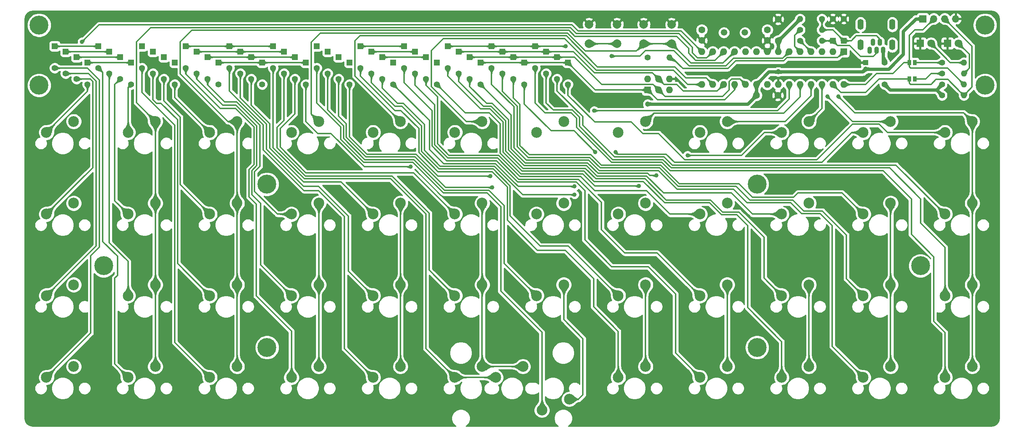
<source format=gbl>
G04 #@! TF.GenerationSoftware,KiCad,Pcbnew,(5.1.5-0-10_14)*
G04 #@! TF.CreationDate,2020-04-12T19:07:48-04:00*
G04 #@! TF.ProjectId,plaid,706c6169-642e-46b6-9963-61645f706362,rev?*
G04 #@! TF.SameCoordinates,PX2faf080PY2faf080*
G04 #@! TF.FileFunction,Copper,L2,Bot*
G04 #@! TF.FilePolarity,Positive*
%FSLAX46Y46*%
G04 Gerber Fmt 4.6, Leading zero omitted, Abs format (unit mm)*
G04 Created by KiCad (PCBNEW (5.1.5-0-10_14)) date 2020-04-12 19:07:48*
%MOMM*%
%LPD*%
G04 APERTURE LIST*
%ADD10R,1.200000X1.200000*%
%ADD11C,1.200000*%
%ADD12C,2.500000*%
%ADD13C,1.600000*%
%ADD14O,1.400000X2.500000*%
%ADD15O,1.100000X1.700000*%
%ADD16R,1.400000X1.400000*%
%ADD17C,1.400000*%
%ADD18C,1.500000*%
%ADD19C,2.000000*%
%ADD20O,1.600000X1.600000*%
%ADD21R,1.600000X1.600000*%
%ADD22O,1.400000X1.400000*%
%ADD23C,4.400000*%
%ADD24O,1.700000X1.700000*%
%ADD25R,1.700000X1.700000*%
%ADD26R,0.970000X1.270000*%
%ADD27R,1.800000X1.800000*%
%ADD28C,1.800000*%
%ADD29C,1.000000*%
%ADD30C,0.600000*%
%ADD31C,0.300000*%
%ADD32C,0.800000*%
%ADD33C,0.254000*%
%ADD34C,0.025400*%
G04 APERTURE END LIST*
D10*
X196215000Y-12700000D03*
D11*
X196215000Y-14200000D03*
D12*
X120960000Y-93580000D03*
X127310000Y-91040000D03*
X107040000Y-83420000D03*
X100690000Y-85960000D03*
X110190000Y-85960000D03*
X116540000Y-83420000D03*
D13*
X175895000Y-7620000D03*
X175895000Y-2620000D03*
X170815000Y-20320000D03*
X175815000Y-20320000D03*
D12*
X202040000Y-26420000D03*
X195690000Y-28960000D03*
X126040000Y-45420000D03*
X119690000Y-47960000D03*
X145040000Y-26420000D03*
X138690000Y-28960000D03*
X164040000Y-26420000D03*
X157690000Y-28960000D03*
X126040000Y-26420000D03*
X119690000Y-28960000D03*
X31040000Y-26420000D03*
X24690000Y-28960000D03*
X69040000Y-83420000D03*
X62690000Y-85960000D03*
X69040000Y-64420000D03*
X62690000Y-66960000D03*
X12040000Y-26420000D03*
X5690000Y-28960000D03*
X50040000Y-26420000D03*
X43690000Y-28960000D03*
X69040000Y-26420000D03*
X62690000Y-28960000D03*
X88040000Y-26420000D03*
X81690000Y-28960000D03*
X107040000Y-26420000D03*
X100690000Y-28960000D03*
X183040000Y-26420000D03*
X176690000Y-28960000D03*
X221040000Y-26420000D03*
X214690000Y-28960000D03*
X12040000Y-45420000D03*
X5690000Y-47960000D03*
X31040000Y-45420000D03*
X24690000Y-47960000D03*
X50040000Y-45420000D03*
X43690000Y-47960000D03*
X69040000Y-45420000D03*
X62690000Y-47960000D03*
X88040000Y-45420000D03*
X81690000Y-47960000D03*
X107040000Y-45420000D03*
X100690000Y-47960000D03*
X145040000Y-45420000D03*
X138690000Y-47960000D03*
X164040000Y-45420000D03*
X157690000Y-47960000D03*
X183040000Y-45420000D03*
X176690000Y-47960000D03*
X202040000Y-45420000D03*
X195690000Y-47960000D03*
X221040000Y-45420000D03*
X214690000Y-47960000D03*
X12040000Y-64420000D03*
X5690000Y-66960000D03*
X31040000Y-64420000D03*
X24690000Y-66960000D03*
X50040000Y-64420000D03*
X43690000Y-66960000D03*
X88040000Y-64420000D03*
X81690000Y-66960000D03*
X107040000Y-64420000D03*
X100690000Y-66960000D03*
X126040000Y-64420000D03*
X119690000Y-66960000D03*
X145040000Y-64420000D03*
X138690000Y-66960000D03*
X164040000Y-64420000D03*
X157690000Y-66960000D03*
X183040000Y-64420000D03*
X176690000Y-66960000D03*
X202040000Y-64420000D03*
X195690000Y-66960000D03*
X221040000Y-64420000D03*
X214690000Y-66960000D03*
X12040000Y-83420000D03*
X5690000Y-85960000D03*
X31040000Y-83420000D03*
X24690000Y-85960000D03*
X50040000Y-83420000D03*
X43690000Y-85960000D03*
X88040000Y-83420000D03*
X81690000Y-85960000D03*
X145040000Y-83420000D03*
X138690000Y-85960000D03*
X164040000Y-83420000D03*
X157690000Y-85960000D03*
X183040000Y-83420000D03*
X176690000Y-85960000D03*
X202040000Y-83420000D03*
X195690000Y-85960000D03*
X221040000Y-83420000D03*
X214690000Y-85960000D03*
D14*
X202455000Y-8600000D03*
X202455000Y-3850000D03*
X195055000Y-3850000D03*
X195055000Y-8600000D03*
D15*
X197955000Y-8000000D03*
X199555000Y-8000000D03*
X197155000Y-9800000D03*
X200355000Y-9800000D03*
X198755000Y-9800000D03*
D16*
X101600000Y-10160000D03*
D17*
X101600000Y-15240000D03*
D16*
X188595000Y-7620000D03*
D17*
X188595000Y-2540000D03*
D16*
X191135000Y-7620000D03*
D17*
X191135000Y-2540000D03*
D16*
X15240000Y-12700000D03*
D17*
X15240000Y-17780000D03*
D16*
X25400000Y-12700000D03*
D17*
X25400000Y-17780000D03*
D16*
X35560000Y-12700000D03*
D17*
X35560000Y-17780000D03*
D16*
X45720000Y-12700000D03*
D17*
X45720000Y-17780000D03*
D16*
X55880000Y-12700000D03*
D17*
X55880000Y-17780000D03*
D16*
X66040000Y-12700000D03*
D17*
X66040000Y-17780000D03*
D16*
X76200000Y-12700000D03*
D17*
X76200000Y-17780000D03*
D16*
X86360000Y-12700000D03*
D17*
X86360000Y-17780000D03*
D16*
X96520000Y-12700000D03*
D17*
X96520000Y-17780000D03*
D16*
X106680000Y-12700000D03*
D17*
X106680000Y-17780000D03*
D16*
X116840000Y-12700000D03*
D17*
X116840000Y-17780000D03*
D16*
X127000000Y-12700000D03*
D17*
X127000000Y-17780000D03*
D16*
X12700000Y-11430000D03*
D17*
X12700000Y-16510000D03*
D16*
X22860000Y-11430000D03*
D17*
X22860000Y-16510000D03*
D16*
X33020000Y-11430000D03*
D17*
X33020000Y-16510000D03*
D16*
X43180000Y-11430000D03*
D17*
X43180000Y-16510000D03*
D16*
X53340000Y-11430000D03*
D17*
X53340000Y-16510000D03*
D16*
X63500000Y-11430000D03*
D17*
X63500000Y-16510000D03*
D16*
X73660000Y-11430000D03*
D17*
X73660000Y-16510000D03*
D16*
X83820000Y-11430000D03*
D17*
X83820000Y-16510000D03*
D16*
X93980000Y-11430000D03*
D17*
X93980000Y-16510000D03*
D16*
X104140000Y-11430000D03*
D17*
X104140000Y-16510000D03*
D16*
X114300000Y-11430000D03*
D17*
X114300000Y-16510000D03*
D16*
X124460000Y-11430000D03*
D17*
X124460000Y-16510000D03*
D16*
X10160000Y-10160000D03*
D17*
X10160000Y-15240000D03*
D16*
X20320000Y-10160000D03*
D17*
X20320000Y-15240000D03*
D16*
X30480000Y-10160000D03*
D17*
X30480000Y-15240000D03*
D16*
X40640000Y-10160000D03*
D17*
X40640000Y-15240000D03*
D16*
X50800000Y-10160000D03*
D17*
X50800000Y-15240000D03*
D16*
X60960000Y-10160000D03*
D17*
X60960000Y-15240000D03*
D16*
X71120000Y-10160000D03*
D17*
X71120000Y-15240000D03*
D16*
X81280000Y-10160000D03*
D17*
X81280000Y-15240000D03*
D16*
X91440000Y-10160000D03*
D17*
X91440000Y-15240000D03*
D16*
X111760000Y-10160000D03*
D17*
X111760000Y-15240000D03*
D16*
X121920000Y-10160000D03*
D17*
X121920000Y-15240000D03*
D16*
X7620000Y-8890000D03*
D17*
X7620000Y-13970000D03*
D16*
X17780000Y-8890000D03*
D17*
X17780000Y-13970000D03*
D16*
X27940000Y-8890000D03*
D17*
X27940000Y-13970000D03*
D16*
X38100000Y-8890000D03*
D17*
X38100000Y-13970000D03*
D16*
X48260000Y-8890000D03*
D17*
X48260000Y-13970000D03*
D16*
X58420000Y-8890000D03*
D17*
X58420000Y-13970000D03*
D16*
X68580000Y-8890000D03*
D17*
X68580000Y-13970000D03*
D16*
X78740000Y-8890000D03*
D17*
X78740000Y-13970000D03*
D16*
X88900000Y-8890000D03*
D17*
X88900000Y-13970000D03*
D16*
X99060000Y-8890000D03*
D17*
X99060000Y-13970000D03*
D16*
X109220000Y-8890000D03*
D17*
X109220000Y-13970000D03*
D16*
X119380000Y-8890000D03*
D17*
X119380000Y-13970000D03*
D18*
X163295000Y-5715000D03*
X168175000Y-5715000D03*
D19*
X138430000Y-3810000D03*
X138430000Y-8310000D03*
X131930000Y-3810000D03*
X131930000Y-8310000D03*
X151130000Y-3810000D03*
X151130000Y-8310000D03*
X144630000Y-3810000D03*
X144630000Y-8310000D03*
D13*
X158115000Y-7580000D03*
X158115000Y-5080000D03*
X173355000Y-7580000D03*
X173355000Y-5080000D03*
D20*
X150622000Y-16510000D03*
X150622000Y-19050000D03*
X148082000Y-16510000D03*
X148082000Y-19050000D03*
X145542000Y-16510000D03*
D21*
X145542000Y-19050000D03*
D20*
X191135000Y-17780000D03*
X158115000Y-10160000D03*
X188595000Y-17780000D03*
X160655000Y-10160000D03*
X186055000Y-17780000D03*
X163195000Y-10160000D03*
X183515000Y-17780000D03*
X165735000Y-10160000D03*
X180975000Y-17780000D03*
X168275000Y-10160000D03*
X178435000Y-17780000D03*
X170815000Y-10160000D03*
X175895000Y-17780000D03*
X173355000Y-10160000D03*
X173355000Y-17780000D03*
X175895000Y-10160000D03*
X170815000Y-17780000D03*
X178435000Y-10160000D03*
X168275000Y-17780000D03*
X180975000Y-10160000D03*
X165735000Y-17780000D03*
X183515000Y-10160000D03*
X163195000Y-17780000D03*
X186055000Y-10160000D03*
X160655000Y-17780000D03*
X188595000Y-10160000D03*
X158115000Y-17780000D03*
D21*
X191135000Y-10160000D03*
D17*
X200660000Y-17780000D03*
X200660000Y-12680000D03*
X186055000Y-2540000D03*
D22*
X180975000Y-2540000D03*
X186055000Y-7620000D03*
D17*
X180975000Y-7620000D03*
X180975000Y-5080000D03*
D22*
X186055000Y-5080000D03*
D17*
X145542000Y-11500000D03*
D22*
X150622000Y-11500000D03*
D23*
X4000000Y-4000000D03*
X4000000Y-18000000D03*
X224000000Y-4000000D03*
X224000000Y-18000000D03*
X19000000Y-60000000D03*
X57000000Y-41000000D03*
X57000000Y-79000000D03*
X171000000Y-41000000D03*
X171000000Y-79000000D03*
X209000000Y-60000000D03*
D24*
X217170000Y-2540000D03*
X214630000Y-2540000D03*
X212090000Y-2540000D03*
D25*
X209550000Y-2540000D03*
D22*
X219075000Y-17780000D03*
D17*
X213995000Y-17780000D03*
X213995000Y-20320000D03*
D22*
X219075000Y-20320000D03*
D26*
X206370000Y-12700000D03*
X207650000Y-12700000D03*
X207650000Y-16510000D03*
X206370000Y-16510000D03*
D27*
X208915000Y-8255000D03*
D28*
X211455000Y-8255000D03*
X217805000Y-8255000D03*
D27*
X215265000Y-8255000D03*
D22*
X219075000Y-12700000D03*
D17*
X213995000Y-12700000D03*
X213995000Y-15240000D03*
D22*
X219075000Y-15240000D03*
D29*
X143256000Y-22479000D03*
X129286000Y-17907000D03*
X124714000Y-22098000D03*
X120650000Y-20955000D03*
X198755000Y-3683000D03*
X183515000Y-7620000D03*
X172339000Y-13843000D03*
X155829000Y-5080000D03*
X165735000Y-1651000D03*
X161925000Y-1651000D03*
X169672000Y-1651000D03*
X193900000Y-21900000D03*
X187500000Y-23000000D03*
X2000000Y-10000000D03*
X226000000Y-10000000D03*
X226000000Y-22000000D03*
X2000000Y-22000000D03*
X2000000Y-60000000D03*
X2000000Y-41000000D03*
X2000000Y-79000000D03*
X2000000Y-96000000D03*
X19000000Y-96000000D03*
X38000000Y-96000000D03*
X57000000Y-96000000D03*
X76000000Y-96000000D03*
X95000000Y-96000000D03*
X114000000Y-96000000D03*
X133000000Y-96000000D03*
X152000000Y-96000000D03*
X171000000Y-96000000D03*
X190000000Y-96000000D03*
X209000000Y-96000000D03*
X226000000Y-96000000D03*
X226000000Y-79000000D03*
X226000000Y-60000000D03*
X226000000Y-41000000D03*
X90424000Y-40005000D03*
X95250000Y-63373000D03*
X103886000Y-83947000D03*
X191135000Y-12954000D03*
X184785000Y-13335000D03*
X177927000Y-13335000D03*
X160655000Y-15621000D03*
X195199000Y-16510000D03*
X204978000Y-2286000D03*
X77089000Y-36830000D03*
X64516000Y-26289000D03*
X59690000Y-25400000D03*
X56007000Y-22098000D03*
X49530000Y-18288000D03*
X69850000Y-21209000D03*
X98806000Y-25781000D03*
X173355000Y-1651000D03*
X158115000Y-1651000D03*
X155829000Y-1651000D03*
X29210000Y-18923000D03*
X41021000Y-22860000D03*
X90297000Y-28702000D03*
X79629000Y-22225000D03*
X109347000Y-28575000D03*
X26416000Y-38735000D03*
X43434000Y-38862000D03*
X57277000Y-36957000D03*
X72771000Y-42164000D03*
X82423000Y-41529000D03*
X120650000Y-44958000D03*
X132461000Y-45085000D03*
X138303000Y-44196000D03*
X171323000Y-49657000D03*
X170561000Y-53594000D03*
X185674000Y-45212000D03*
X175133000Y-41148000D03*
X211074000Y-47498000D03*
X189738000Y-34925000D03*
X147750000Y-28000000D03*
X171000000Y-28000000D03*
X170500000Y-33500000D03*
X114000000Y-53000000D03*
X109500000Y-47500000D03*
X90424000Y-36957000D03*
X108966000Y-39116000D03*
X128524000Y-41529000D03*
X143510000Y-41402000D03*
X147574000Y-38989000D03*
X154813000Y-34290000D03*
X138049000Y-33528000D03*
X133350000Y-33528000D03*
X109347000Y-41783000D03*
X128524000Y-43434000D03*
X13970000Y-7874000D03*
X133096000Y-23876000D03*
X187325000Y-20574000D03*
X189865000Y-20574000D03*
D11*
X175895000Y-14859000D03*
X145542000Y-22352000D03*
D29*
X137160000Y-11176000D03*
X126492000Y-8890000D03*
D30*
X173355000Y-10160000D02*
X171450000Y-8255000D01*
X173355000Y-10160000D02*
X174154999Y-9360001D01*
X174154999Y-9360001D02*
X174625000Y-8890000D01*
X196215000Y-12700000D02*
X193675000Y-12700000D01*
D31*
X15240000Y-12700000D02*
X25400000Y-12700000D01*
X127000000Y-12700000D02*
X116840000Y-12700000D01*
X116840000Y-12700000D02*
X106680000Y-12700000D01*
X66040000Y-12700000D02*
X55880000Y-12700000D01*
X45720000Y-12700000D02*
X55880000Y-12700000D01*
X147828000Y-21336000D02*
X145542000Y-19050000D01*
X163449000Y-21336000D02*
X147828000Y-21336000D01*
X165735000Y-17780000D02*
X165735000Y-19050000D01*
X165735000Y-19050000D02*
X163449000Y-21336000D01*
X133350000Y-19050000D02*
X133096000Y-18796000D01*
X145542000Y-19050000D02*
X133350000Y-19050000D01*
X133096000Y-18796000D02*
X127000000Y-12700000D01*
X35560000Y-20830000D02*
X43690000Y-28960000D01*
X35560000Y-17780000D02*
X35560000Y-20830000D01*
X66040000Y-26416000D02*
X66040000Y-17780000D01*
X68834000Y-29210000D02*
X66040000Y-26416000D01*
X90424000Y-36957000D02*
X79629000Y-36957000D01*
X71882000Y-29210000D02*
X68834000Y-29210000D01*
X79629000Y-36957000D02*
X71882000Y-29210000D01*
X108966000Y-39116000D02*
X96774000Y-39116000D01*
X96774000Y-39116000D02*
X91694000Y-34036000D01*
X91694000Y-34036000D02*
X80264000Y-34036000D01*
X80264000Y-34036000D02*
X76200000Y-29972000D01*
X76200000Y-29972000D02*
X76200000Y-17780000D01*
X128524000Y-41529000D02*
X115443000Y-41529000D01*
X114554000Y-40640000D02*
X114808000Y-40894000D01*
X115443000Y-41529000D02*
X114554000Y-40640000D01*
X110143990Y-36229990D02*
X114554000Y-40640000D01*
X98078990Y-36229990D02*
X110143990Y-36229990D01*
X94776990Y-32927990D02*
X98078990Y-36229990D01*
X94776990Y-26196990D02*
X94776990Y-32927990D01*
X86360000Y-17780000D02*
X94776990Y-26196990D01*
X103124000Y-24384000D02*
X96520000Y-17780000D01*
X108712000Y-24384000D02*
X103124000Y-24384000D01*
X133223000Y-41402000D02*
X130429000Y-38608000D01*
X143510000Y-41402000D02*
X133223000Y-41402000D01*
X116078000Y-38608000D02*
X111252000Y-33782000D01*
X130429000Y-38608000D02*
X116078000Y-38608000D01*
X111252000Y-33782000D02*
X111252000Y-26924000D01*
X111252000Y-26924000D02*
X108712000Y-24384000D01*
X176690000Y-28960000D02*
X172716000Y-28960000D01*
X172716000Y-28960000D02*
X168275000Y-33401000D01*
X167386000Y-34290000D02*
X168402000Y-33274000D01*
X154813000Y-34290000D02*
X167386000Y-34290000D01*
X146050000Y-38989000D02*
X147574000Y-38989000D01*
X113792000Y-24892000D02*
X113792000Y-32766000D01*
X106680000Y-17780000D02*
X113792000Y-24892000D01*
X113792000Y-32766000D02*
X117094000Y-36068000D01*
X117094000Y-36068000D02*
X131572000Y-36068000D01*
X145542000Y-38481000D02*
X146050000Y-38989000D01*
X131572000Y-36068000D02*
X133985000Y-38481000D01*
X133985000Y-38481000D02*
X145542000Y-38481000D01*
X193036000Y-28960000D02*
X195690000Y-28960000D01*
X138049000Y-33528000D02*
X138557000Y-34036000D01*
X138557000Y-34036000D02*
X149860000Y-34036000D01*
X149860000Y-34036000D02*
X151765000Y-35941000D01*
X186055000Y-35941000D02*
X193036000Y-28960000D01*
X151765000Y-35941000D02*
X186055000Y-35941000D01*
X116840000Y-22352000D02*
X116840000Y-17780000D01*
X123063000Y-28575000D02*
X116840000Y-22352000D01*
X128397000Y-28575000D02*
X123063000Y-28575000D01*
X133350000Y-33528000D02*
X128397000Y-28575000D01*
X201299000Y-28960000D02*
X214690000Y-28960000D01*
X193167000Y-27051000D02*
X199390000Y-27051000D01*
X184912000Y-35306000D02*
X193167000Y-27051000D01*
X154178000Y-35306000D02*
X184912000Y-35306000D01*
X127000000Y-20320000D02*
X133223000Y-26543000D01*
X127000000Y-17780000D02*
X127000000Y-20320000D01*
X133223000Y-26543000D02*
X141732000Y-26543000D01*
X199390000Y-27051000D02*
X201299000Y-28960000D01*
X141732000Y-26543000D02*
X144399000Y-29210000D01*
X144399000Y-29210000D02*
X148082000Y-29210000D01*
X148082000Y-29210000D02*
X154178000Y-35306000D01*
X53340000Y-11430000D02*
X63500000Y-11430000D01*
X22860000Y-11430000D02*
X12700000Y-11430000D01*
X167005000Y-16510000D02*
X168275000Y-17780000D01*
X162941000Y-20574000D02*
X164465000Y-19050000D01*
X164465000Y-19050000D02*
X164465000Y-17145000D01*
X164465000Y-17145000D02*
X165100000Y-16510000D01*
X165100000Y-16510000D02*
X167005000Y-16510000D01*
X114300000Y-11430000D02*
X124460000Y-11430000D01*
X104140000Y-11430000D02*
X114300000Y-11430000D01*
X83820000Y-11430000D02*
X93980000Y-11430000D01*
X53340000Y-11430000D02*
X43180000Y-11430000D01*
X149606000Y-20574000D02*
X148082000Y-19050000D01*
X150368000Y-20574000D02*
X149606000Y-20574000D01*
X150368000Y-20574000D02*
X162941000Y-20574000D01*
X150114000Y-20574000D02*
X150368000Y-20574000D01*
X146812000Y-17780000D02*
X148082000Y-19050000D01*
X134874000Y-17780000D02*
X146812000Y-17780000D01*
X124460000Y-11430000D02*
X128524000Y-11430000D01*
X128524000Y-11430000D02*
X134874000Y-17780000D01*
X16500000Y-37150000D02*
X5690000Y-47960000D01*
X16500000Y-17135000D02*
X16500000Y-37150000D01*
X12700000Y-16510000D02*
X15875000Y-16510000D01*
X15875000Y-16510000D02*
X16500000Y-17135000D01*
X22860000Y-16510000D02*
X21590000Y-17780000D01*
X21590000Y-44860000D02*
X24690000Y-47960000D01*
X21590000Y-17780000D02*
X21590000Y-44860000D01*
X33020000Y-16510000D02*
X33020000Y-21590000D01*
X33020000Y-21590000D02*
X36830000Y-25400000D01*
X36830000Y-41100000D02*
X43690000Y-47960000D01*
X36830000Y-25400000D02*
X36830000Y-41100000D01*
X59390000Y-47960000D02*
X62690000Y-47960000D01*
X54102000Y-42672000D02*
X59390000Y-47960000D01*
X54102000Y-38100000D02*
X54102000Y-42672000D01*
X43180000Y-17907000D02*
X47117000Y-21844000D01*
X43180000Y-16510000D02*
X43180000Y-17907000D01*
X47117000Y-21844000D02*
X49911000Y-21844000D01*
X49911000Y-21844000D02*
X55372000Y-27305000D01*
X55372000Y-27305000D02*
X55372000Y-36830000D01*
X55372000Y-36830000D02*
X54102000Y-38100000D01*
X74230000Y-40500000D02*
X81690000Y-47960000D01*
X65519000Y-40500000D02*
X74230000Y-40500000D01*
X57658000Y-32639000D02*
X65519000Y-40500000D01*
X57658000Y-26924000D02*
X57658000Y-32639000D01*
X53340000Y-16510000D02*
X53340000Y-22606000D01*
X53340000Y-22606000D02*
X57658000Y-26924000D01*
X91084000Y-38354000D02*
X100690000Y-47960000D01*
X66040000Y-38354000D02*
X91084000Y-38354000D01*
X60071000Y-32385000D02*
X66040000Y-38354000D01*
X60071000Y-28067000D02*
X60071000Y-32385000D01*
X63500000Y-16510000D02*
X63500000Y-24638000D01*
X63500000Y-24638000D02*
X60071000Y-28067000D01*
X98552000Y-41783000D02*
X109347000Y-41783000D01*
X73660000Y-16510000D02*
X73660000Y-25146000D01*
X75438000Y-26924000D02*
X75438000Y-30099000D01*
X75438000Y-30099000D02*
X80010000Y-34671000D01*
X73660000Y-25146000D02*
X75438000Y-26924000D01*
X80010000Y-34671000D02*
X91440000Y-34671000D01*
X91440000Y-34671000D02*
X98552000Y-41783000D01*
X116459000Y-43434000D02*
X128524000Y-43434000D01*
X93599000Y-27099000D02*
X93599000Y-33147000D01*
X93599000Y-33147000D02*
X97282000Y-36830000D01*
X97282000Y-36830000D02*
X109855000Y-36830000D01*
X109855000Y-36830000D02*
X116459000Y-43434000D01*
X83820000Y-16510000D02*
X83820000Y-18669000D01*
X87376000Y-22225000D02*
X88725000Y-22225000D01*
X83820000Y-18669000D02*
X87376000Y-22225000D01*
X88725000Y-22225000D02*
X93599000Y-27099000D01*
X96647000Y-20647000D02*
X93980000Y-17980000D01*
X96647000Y-31623000D02*
X96647000Y-20647000D01*
X99314000Y-34290000D02*
X96647000Y-31623000D01*
X93980000Y-17980000D02*
X93980000Y-16510000D01*
X150703000Y-47960000D02*
X145288000Y-42545000D01*
X157690000Y-47960000D02*
X150703000Y-47960000D01*
X145288000Y-42545000D02*
X133223000Y-42545000D01*
X133223000Y-42545000D02*
X129921000Y-39243000D01*
X129921000Y-39243000D02*
X115824000Y-39243000D01*
X110871000Y-34290000D02*
X99314000Y-34290000D01*
X115824000Y-39243000D02*
X110871000Y-34290000D01*
X104140000Y-18288000D02*
X104140000Y-16510000D01*
X108077000Y-22225000D02*
X104140000Y-18288000D01*
X109347000Y-22225000D02*
X108077000Y-22225000D01*
X113157000Y-26035000D02*
X109347000Y-22225000D01*
X113157000Y-33020000D02*
X113157000Y-26035000D01*
X116840000Y-36703000D02*
X113157000Y-33020000D01*
X131318000Y-36703000D02*
X116840000Y-36703000D01*
X169880000Y-47960000D02*
X164973000Y-43053000D01*
X176690000Y-47960000D02*
X169880000Y-47960000D01*
X164973000Y-43053000D02*
X149225000Y-43053000D01*
X149225000Y-43053000D02*
X145288000Y-39116000D01*
X145288000Y-39116000D02*
X133731000Y-39116000D01*
X133731000Y-39116000D02*
X131318000Y-36703000D01*
X190783000Y-43053000D02*
X195690000Y-47960000D01*
X180467000Y-43053000D02*
X190783000Y-43053000D01*
X179451000Y-44069000D02*
X180467000Y-43053000D01*
X169926000Y-44069000D02*
X179451000Y-44069000D01*
X134747000Y-36576000D02*
X148590000Y-36576000D01*
X148590000Y-36576000D02*
X152908000Y-40894000D01*
X114300000Y-20955000D02*
X115824000Y-22479000D01*
X152908000Y-40894000D02*
X166751000Y-40894000D01*
X114300000Y-16510000D02*
X114300000Y-20955000D01*
X115824000Y-22479000D02*
X115824000Y-32004000D01*
X166751000Y-40894000D02*
X169926000Y-44069000D01*
X115824000Y-32004000D02*
X117983000Y-34163000D01*
X117983000Y-34163000D02*
X132334000Y-34163000D01*
X132334000Y-34163000D02*
X134747000Y-36576000D01*
X124460000Y-19304000D02*
X124460000Y-16510000D01*
X130429000Y-25273000D02*
X124460000Y-19304000D01*
X203306000Y-36576000D02*
X151257000Y-36576000D01*
X151257000Y-36576000D02*
X149352000Y-34671000D01*
X214690000Y-47960000D02*
X203306000Y-36576000D01*
X149352000Y-34671000D02*
X137795000Y-34671000D01*
X137795000Y-34671000D02*
X130429000Y-27305000D01*
X130429000Y-27305000D02*
X130429000Y-25273000D01*
X15494000Y-15240000D02*
X10160000Y-15240000D01*
X17272000Y-17018000D02*
X15494000Y-15240000D01*
X5690000Y-66960000D02*
X17272000Y-55378000D01*
X17272000Y-55378000D02*
X17272000Y-17018000D01*
X10160000Y-10160000D02*
X20320000Y-10160000D01*
X50800000Y-10160000D02*
X60960000Y-10160000D01*
X163195000Y-17780000D02*
X161671000Y-19304000D01*
X161671000Y-19304000D02*
X153797000Y-19304000D01*
X121920000Y-10160000D02*
X111760000Y-10160000D01*
X111760000Y-10160000D02*
X101600000Y-10160000D01*
X91440000Y-10160000D02*
X81280000Y-10160000D01*
X40640000Y-10160000D02*
X50800000Y-10160000D01*
X153797000Y-19304000D02*
X152273000Y-17780000D01*
X149352000Y-17780000D02*
X148082000Y-16510000D01*
X152273000Y-17780000D02*
X149352000Y-17780000D01*
X128270000Y-10160000D02*
X121920000Y-10160000D01*
X133188010Y-15078010D02*
X128270000Y-10160000D01*
X148082000Y-16510000D02*
X146650010Y-15078010D01*
X146650010Y-15078010D02*
X133188010Y-15078010D01*
X20320000Y-15240000D02*
X20320000Y-54610000D01*
X24690000Y-58980000D02*
X24690000Y-66960000D01*
X20320000Y-54610000D02*
X24690000Y-58980000D01*
X36195000Y-59465000D02*
X43690000Y-66960000D01*
X36195000Y-26035000D02*
X36195000Y-59465000D01*
X32319002Y-22159002D02*
X36195000Y-26035000D01*
X31293998Y-22159002D02*
X32319002Y-22159002D01*
X30480000Y-15240000D02*
X30480000Y-21345004D01*
X30480000Y-21345004D02*
X31293998Y-22159002D01*
X46736000Y-22606000D02*
X40640000Y-16510000D01*
X49784000Y-22606000D02*
X46736000Y-22606000D01*
X54610000Y-27432000D02*
X49784000Y-22606000D01*
X55500000Y-59770000D02*
X55500000Y-45500000D01*
X62690000Y-66960000D02*
X55500000Y-59770000D01*
X55500000Y-45500000D02*
X53467000Y-43467000D01*
X40640000Y-16510000D02*
X40640000Y-15240000D01*
X53467000Y-43467000D02*
X53467000Y-37846000D01*
X53467000Y-37846000D02*
X54610000Y-36703000D01*
X54610000Y-36703000D02*
X54610000Y-27432000D01*
X75946000Y-61216000D02*
X81690000Y-66960000D01*
X75946000Y-48446000D02*
X75946000Y-61216000D01*
X50800000Y-20955000D02*
X56896000Y-27051000D01*
X56896000Y-27051000D02*
X56896000Y-32893000D01*
X50800000Y-15240000D02*
X50800000Y-20955000D01*
X56896000Y-32893000D02*
X65503000Y-41500000D01*
X65503000Y-41500000D02*
X69000000Y-41500000D01*
X69000000Y-41500000D02*
X75946000Y-48446000D01*
X94742000Y-61012000D02*
X100690000Y-66960000D01*
X94742000Y-47742000D02*
X94742000Y-61012000D01*
X60960000Y-26162000D02*
X59309000Y-27813000D01*
X60960000Y-15240000D02*
X60960000Y-26162000D01*
X59309000Y-27813000D02*
X59309000Y-32512000D01*
X59309000Y-32512000D02*
X65913000Y-39116000D01*
X65913000Y-39116000D02*
X86116000Y-39116000D01*
X86116000Y-39116000D02*
X94742000Y-47742000D01*
X108585000Y-42418000D02*
X112141000Y-45974000D01*
X98298000Y-42418000D02*
X108585000Y-42418000D01*
X71120000Y-23749000D02*
X74803000Y-27432000D01*
X71120000Y-15240000D02*
X71120000Y-23749000D01*
X112141000Y-45974000D02*
X112141000Y-59411000D01*
X74803000Y-27432000D02*
X74803000Y-30353000D01*
X74803000Y-30353000D02*
X79756000Y-35306000D01*
X79756000Y-35306000D02*
X91186000Y-35306000D01*
X112141000Y-59411000D02*
X119690000Y-66960000D01*
X91186000Y-35306000D02*
X98298000Y-42418000D01*
X120523000Y-55372000D02*
X127102000Y-55372000D01*
X113538000Y-48387000D02*
X120523000Y-55372000D01*
X113538000Y-41402000D02*
X113538000Y-48387000D01*
X92964000Y-27464000D02*
X92964000Y-33401000D01*
X92964000Y-33401000D02*
X97028000Y-37465000D01*
X127102000Y-55372000D02*
X138690000Y-66960000D01*
X97028000Y-37465000D02*
X109601000Y-37465000D01*
X109601000Y-37465000D02*
X113538000Y-41402000D01*
X81280000Y-15240000D02*
X81280000Y-17399000D01*
X86773000Y-22892000D02*
X88392000Y-22892000D01*
X81280000Y-17399000D02*
X86773000Y-22892000D01*
X88392000Y-22892000D02*
X92964000Y-27464000D01*
X147753000Y-57023000D02*
X157690000Y-66960000D01*
X140208000Y-57023000D02*
X147753000Y-57023000D01*
X134747000Y-51562000D02*
X140208000Y-57023000D01*
X134747000Y-45212000D02*
X134747000Y-51562000D01*
X129413000Y-39878000D02*
X134747000Y-45212000D01*
X115570000Y-39878000D02*
X129413000Y-39878000D01*
X91440000Y-17940000D02*
X96012000Y-22512000D01*
X91440000Y-15240000D02*
X91440000Y-17940000D01*
X96012000Y-22512000D02*
X96012000Y-31877000D01*
X96012000Y-31877000D02*
X99060000Y-34925000D01*
X99060000Y-34925000D02*
X110617000Y-34925000D01*
X110617000Y-34925000D02*
X115570000Y-39878000D01*
X172593000Y-62863000D02*
X176690000Y-66960000D01*
X166751000Y-47498000D02*
X172593000Y-53340000D01*
X162941000Y-47498000D02*
X166751000Y-47498000D01*
X160147000Y-44704000D02*
X162941000Y-47498000D01*
X144907000Y-39751000D02*
X149860000Y-44704000D01*
X133477000Y-39751000D02*
X144907000Y-39751000D01*
X172593000Y-53340000D02*
X172593000Y-62863000D01*
X101600000Y-17100000D02*
X107360000Y-22860000D01*
X101600000Y-15240000D02*
X101600000Y-17100000D01*
X149860000Y-44704000D02*
X160147000Y-44704000D01*
X109093000Y-22860000D02*
X112522000Y-26289000D01*
X131064000Y-37338000D02*
X133477000Y-39751000D01*
X116586000Y-37338000D02*
X131064000Y-37338000D01*
X112522000Y-26289000D02*
X112522000Y-33274000D01*
X107360000Y-22860000D02*
X109093000Y-22860000D01*
X112522000Y-33274000D02*
X116586000Y-37338000D01*
X181864000Y-47244000D02*
X186182000Y-47244000D01*
X179324000Y-44704000D02*
X181864000Y-47244000D01*
X191770000Y-52832000D02*
X191770000Y-63040000D01*
X148336000Y-37211000D02*
X152654000Y-41529000D01*
X134493000Y-37211000D02*
X148336000Y-37211000D01*
X169291000Y-44704000D02*
X179324000Y-44704000D01*
X111760000Y-19431000D02*
X115189000Y-22860000D01*
X152654000Y-41529000D02*
X166116000Y-41529000D01*
X111760000Y-15240000D02*
X111760000Y-19431000D01*
X191770000Y-63040000D02*
X195690000Y-66960000D01*
X115189000Y-22860000D02*
X115189000Y-32258000D01*
X166116000Y-41529000D02*
X169291000Y-44704000D01*
X115189000Y-32258000D02*
X117729000Y-34798000D01*
X186182000Y-47244000D02*
X191770000Y-52832000D01*
X117729000Y-34798000D02*
X132080000Y-34798000D01*
X132080000Y-34798000D02*
X134493000Y-37211000D01*
X214690000Y-55686000D02*
X214690000Y-66960000D01*
X209042000Y-50038000D02*
X214690000Y-55686000D01*
X209042000Y-44450000D02*
X209042000Y-50038000D01*
X201803000Y-37211000D02*
X209042000Y-44450000D01*
X151003000Y-37211000D02*
X201803000Y-37211000D01*
X149098000Y-35306000D02*
X151003000Y-37211000D01*
X137414000Y-35306000D02*
X149098000Y-35306000D01*
X121920000Y-22098000D02*
X123571000Y-23749000D01*
X121920000Y-15240000D02*
X121920000Y-22098000D01*
X123571000Y-23749000D02*
X128016000Y-23749000D01*
X128016000Y-23749000D02*
X129667000Y-25400000D01*
X129667000Y-25400000D02*
X129667000Y-27559000D01*
X129667000Y-27559000D02*
X137414000Y-35306000D01*
X16000000Y-75650000D02*
X5690000Y-85960000D01*
X15240000Y-13970000D02*
X18034000Y-16764000D01*
X7620000Y-13970000D02*
X15240000Y-13970000D01*
X18034000Y-16764000D02*
X18034000Y-55626000D01*
X18034000Y-55626000D02*
X16000000Y-57660000D01*
X16000000Y-57660000D02*
X16000000Y-75650000D01*
X21590000Y-82860000D02*
X24690000Y-85960000D01*
X17780000Y-13970000D02*
X18796000Y-14986000D01*
X18796000Y-54356000D02*
X22225000Y-57785000D01*
X22225000Y-57785000D02*
X22225000Y-62230000D01*
X18796000Y-14986000D02*
X18796000Y-54356000D01*
X22225000Y-62230000D02*
X21590000Y-62865000D01*
X21590000Y-62865000D02*
X21590000Y-82860000D01*
X35560000Y-77830000D02*
X43690000Y-85960000D01*
X35560000Y-27273547D02*
X35560000Y-77830000D01*
X27940000Y-13970000D02*
X27940000Y-19653547D01*
X27940000Y-19653547D02*
X35560000Y-27273547D01*
X46101000Y-23368000D02*
X38100000Y-15367000D01*
X54009989Y-27720989D02*
X49657000Y-23368000D01*
X54009989Y-36414011D02*
X54009989Y-27720989D01*
X62690000Y-75190000D02*
X54500000Y-67000000D01*
X38100000Y-15367000D02*
X38100000Y-13970000D01*
X62690000Y-85960000D02*
X62690000Y-75190000D01*
X54500000Y-67000000D02*
X54500000Y-45610000D01*
X54500000Y-45610000D02*
X52832000Y-43942000D01*
X49657000Y-23368000D02*
X46101000Y-23368000D01*
X52832000Y-43942000D02*
X52832000Y-37592000D01*
X52832000Y-37592000D02*
X54009989Y-36414011D01*
X75000000Y-79270000D02*
X81690000Y-85960000D01*
X75000000Y-48500000D02*
X75000000Y-79270000D01*
X48260000Y-13970000D02*
X48260000Y-19304000D01*
X56134000Y-27178000D02*
X56134000Y-33020000D01*
X56134000Y-33020000D02*
X65614000Y-42500000D01*
X48260000Y-19304000D02*
X56134000Y-27178000D01*
X65614000Y-42500000D02*
X69000000Y-42500000D01*
X69000000Y-42500000D02*
X75000000Y-48500000D01*
X100690000Y-85960000D02*
X110190000Y-85960000D01*
X93980000Y-79250000D02*
X100690000Y-85960000D01*
X93980000Y-47980000D02*
X93980000Y-79250000D01*
X85751000Y-39751000D02*
X93980000Y-47980000D01*
X65659000Y-39751000D02*
X85751000Y-39751000D01*
X58420000Y-13970000D02*
X58420000Y-32512000D01*
X58420000Y-32512000D02*
X65659000Y-39751000D01*
X68580000Y-22098000D02*
X68580000Y-13970000D01*
X74168000Y-30607000D02*
X74168000Y-27686000D01*
X90932000Y-35941000D02*
X79502000Y-35941000D01*
X120960000Y-75494000D02*
X111379000Y-65913000D01*
X120960000Y-93580000D02*
X120960000Y-75494000D01*
X74168000Y-27686000D02*
X68580000Y-22098000D01*
X111379000Y-65913000D02*
X111379000Y-46228000D01*
X111379000Y-46228000D02*
X108204000Y-43053000D01*
X79502000Y-35941000D02*
X74168000Y-30607000D01*
X108204000Y-43053000D02*
X98044000Y-43053000D01*
X98044000Y-43053000D02*
X90932000Y-35941000D01*
X126365000Y-56388000D02*
X132969000Y-62992000D01*
X119888000Y-56388000D02*
X126365000Y-56388000D01*
X112903000Y-49403000D02*
X119888000Y-56388000D01*
X112903000Y-41656000D02*
X112903000Y-49403000D01*
X92329000Y-28067000D02*
X92329000Y-33655000D01*
X92329000Y-33655000D02*
X96774000Y-38100000D01*
X96774000Y-38100000D02*
X109347000Y-38100000D01*
X109347000Y-38100000D02*
X112903000Y-41656000D01*
X78740000Y-13970000D02*
X78740000Y-15875000D01*
X86741000Y-23876000D02*
X88138000Y-23876000D01*
X78740000Y-15875000D02*
X86741000Y-23876000D01*
X88138000Y-23876000D02*
X92329000Y-28067000D01*
X138690000Y-75266200D02*
X132969000Y-69545200D01*
X138690000Y-85960000D02*
X138690000Y-75266200D01*
X132969000Y-62992000D02*
X132969000Y-69545200D01*
X88900000Y-17400000D02*
X88900000Y-13970000D01*
X95377000Y-23877000D02*
X88900000Y-17400000D01*
X95377000Y-32131000D02*
X95377000Y-23877000D01*
X98806000Y-35560000D02*
X95377000Y-32131000D01*
X110363000Y-35560000D02*
X98806000Y-35560000D01*
X115316000Y-40513000D02*
X110363000Y-35560000D01*
X128905000Y-40513000D02*
X115316000Y-40513000D01*
X157690000Y-85960000D02*
X152019000Y-80289000D01*
X152019000Y-80289000D02*
X152019000Y-66548000D01*
X130937000Y-42545000D02*
X128905000Y-40513000D01*
X152019000Y-66548000D02*
X145669000Y-60198000D01*
X137160000Y-60198000D02*
X130937000Y-53975000D01*
X145669000Y-60198000D02*
X137160000Y-60198000D01*
X130937000Y-53975000D02*
X130937000Y-42545000D01*
X176690000Y-77630000D02*
X176690000Y-85960000D01*
X111887000Y-33528000D02*
X116332000Y-37973000D01*
X108839000Y-23495000D02*
X111887000Y-26543000D01*
X168783000Y-69723000D02*
X176690000Y-77630000D01*
X106680000Y-23495000D02*
X108839000Y-23495000D01*
X99060000Y-13970000D02*
X99060000Y-15875000D01*
X99060000Y-15875000D02*
X106680000Y-23495000D01*
X144526000Y-40386000D02*
X149479000Y-45339000D01*
X166243000Y-48133000D02*
X168783000Y-50673000D01*
X111887000Y-26543000D02*
X111887000Y-33528000D01*
X116332000Y-37973000D02*
X130683000Y-37973000D01*
X130683000Y-37973000D02*
X133096000Y-40386000D01*
X149479000Y-45339000D02*
X159893000Y-45339000D01*
X159893000Y-45339000D02*
X162687000Y-48133000D01*
X162687000Y-48133000D02*
X166243000Y-48133000D01*
X133096000Y-40386000D02*
X144526000Y-40386000D01*
X168783000Y-50673000D02*
X168783000Y-69723000D01*
X188468000Y-78738000D02*
X195690000Y-85960000D01*
X165481000Y-42164000D02*
X168656000Y-45339000D01*
X188468000Y-50673000D02*
X188468000Y-78738000D01*
X152400000Y-42164000D02*
X165481000Y-42164000D01*
X109220000Y-17780000D02*
X114427000Y-22987000D01*
X168656000Y-45339000D02*
X178816000Y-45339000D01*
X109220000Y-13970000D02*
X109220000Y-17780000D01*
X114427000Y-22987000D02*
X114427000Y-32512000D01*
X181356000Y-47879000D02*
X185674000Y-47879000D01*
X114427000Y-32512000D02*
X117348000Y-35433000D01*
X185674000Y-47879000D02*
X188468000Y-50673000D01*
X117348000Y-35433000D02*
X131826000Y-35433000D01*
X178816000Y-45339000D02*
X181356000Y-47879000D01*
X148082000Y-37846000D02*
X152400000Y-42164000D01*
X134239000Y-37846000D02*
X148082000Y-37846000D01*
X131826000Y-35433000D02*
X134239000Y-37846000D01*
X212090000Y-72898000D02*
X214690000Y-75498000D01*
X212090000Y-57912000D02*
X212090000Y-72898000D01*
X206883000Y-52705000D02*
X212090000Y-57912000D01*
X214690000Y-75498000D02*
X214690000Y-85960000D01*
X206883000Y-44450000D02*
X206883000Y-52705000D01*
X200279000Y-37846000D02*
X206883000Y-44450000D01*
X150749000Y-37846000D02*
X200279000Y-37846000D01*
X148844000Y-35941000D02*
X150749000Y-37846000D01*
X137160000Y-35941000D02*
X148844000Y-35941000D01*
X119380000Y-22098000D02*
X121666000Y-24384000D01*
X127762000Y-24384000D02*
X129032000Y-25654000D01*
X119380000Y-13970000D02*
X119380000Y-22098000D01*
X129032000Y-25654000D02*
X129032000Y-27813000D01*
X121666000Y-24384000D02*
X127762000Y-24384000D01*
X129032000Y-27813000D02*
X137160000Y-35941000D01*
X180975000Y-7620000D02*
X183515000Y-10160000D01*
X179705000Y-6350000D02*
X180975000Y-5080000D01*
X180975000Y-10160000D02*
X179705000Y-8890000D01*
X179705000Y-8890000D02*
X179705000Y-6350000D01*
X138430000Y-8310000D02*
X131930000Y-8310000D01*
X189738000Y-11557000D02*
X191135000Y-10160000D01*
X151130000Y-11500000D02*
X153727000Y-14097000D01*
X153727000Y-14097000D02*
X164211000Y-14097000D01*
X164211000Y-14097000D02*
X165989000Y-12319000D01*
X165989000Y-12319000D02*
X177165000Y-12319000D01*
X177165000Y-12319000D02*
X177927000Y-11557000D01*
X177927000Y-11557000D02*
X189738000Y-11557000D01*
X153289000Y-5334000D02*
X158115000Y-10160000D01*
X129334000Y-5334000D02*
X153289000Y-5334000D01*
X127937000Y-3937000D02*
X129334000Y-5334000D01*
X13970000Y-7874000D02*
X17907000Y-3937000D01*
X17907000Y-3937000D02*
X127937000Y-3937000D01*
X31040000Y-83420000D02*
X31040000Y-64420000D01*
X31040000Y-64420000D02*
X31040000Y-45420000D01*
X31040000Y-45420000D02*
X31040000Y-26420000D01*
X26670000Y-22050000D02*
X31040000Y-26420000D01*
X26670000Y-7874000D02*
X26670000Y-22050000D01*
X127572000Y-4572000D02*
X29972000Y-4572000D01*
X160655000Y-10160000D02*
X159223011Y-11591989D01*
X128969000Y-5969000D02*
X127572000Y-4572000D01*
X157133989Y-11591989D02*
X155956000Y-10414000D01*
X155956000Y-10414000D02*
X155956000Y-9144000D01*
X159223011Y-11591989D02*
X157133989Y-11591989D01*
X155956000Y-9144000D02*
X152781000Y-5969000D01*
X29972000Y-4572000D02*
X26670000Y-7874000D01*
X152781000Y-5969000D02*
X128969000Y-5969000D01*
X50040000Y-83420000D02*
X50040000Y-64420000D01*
X50040000Y-45420000D02*
X50040000Y-26420000D01*
X50040000Y-64420000D02*
X50040000Y-45420000D01*
X47883000Y-26420000D02*
X50040000Y-26420000D01*
X36830000Y-7874000D02*
X36830000Y-15367000D01*
X39497000Y-5207000D02*
X36830000Y-7874000D01*
X128604000Y-6604000D02*
X127207000Y-5207000D01*
X127207000Y-5207000D02*
X39497000Y-5207000D01*
X161163000Y-12192000D02*
X156718000Y-12192000D01*
X36830000Y-15367000D02*
X47883000Y-26420000D01*
X156718000Y-12192000D02*
X155067000Y-10541000D01*
X155067000Y-10541000D02*
X155067000Y-9398000D01*
X163195000Y-10160000D02*
X161163000Y-12192000D01*
X155067000Y-9398000D02*
X152273000Y-6604000D01*
X152273000Y-6604000D02*
X128604000Y-6604000D01*
X67310000Y-7949998D02*
X67310000Y-24690000D01*
X69417998Y-5842000D02*
X67310000Y-7949998D01*
X67310000Y-24690000D02*
X69040000Y-26420000D01*
X131064000Y-10033000D02*
X126873000Y-5842000D01*
X126873000Y-5842000D02*
X69417998Y-5842000D01*
X163068000Y-12827000D02*
X165735000Y-10160000D01*
X155647000Y-12827000D02*
X163068000Y-12827000D01*
X151130000Y-8310000D02*
X155647000Y-12827000D01*
X151130000Y-8310000D02*
X144630000Y-8310000D01*
X142907000Y-10033000D02*
X131064000Y-10033000D01*
X144630000Y-8310000D02*
X142907000Y-10033000D01*
X69040000Y-45420000D02*
X69040000Y-64420000D01*
X69040000Y-64420000D02*
X69040000Y-83420000D01*
X88040000Y-45420000D02*
X88040000Y-64420000D01*
X88040000Y-64420000D02*
X88040000Y-83420000D01*
X77470000Y-15850000D02*
X88040000Y-26420000D01*
X77470000Y-7620000D02*
X77470000Y-15850000D01*
X78613000Y-6477000D02*
X77470000Y-7620000D01*
X159131000Y-16256000D02*
X154432000Y-16256000D01*
X160655000Y-17780000D02*
X159131000Y-16256000D01*
X154432000Y-16256000D02*
X151892000Y-13716000D01*
X151892000Y-13716000D02*
X133858000Y-13716000D01*
X133858000Y-13716000D02*
X126619000Y-6477000D01*
X126619000Y-6477000D02*
X78613000Y-6477000D01*
X107040000Y-83420000D02*
X116540000Y-83420000D01*
X107040000Y-45420000D02*
X107040000Y-64420000D01*
X107040000Y-64420000D02*
X107040000Y-83420000D01*
X154813000Y-17780000D02*
X158115000Y-17780000D01*
X133604000Y-14478000D02*
X151511000Y-14478000D01*
X103382000Y-26420000D02*
X95250000Y-18288000D01*
X107040000Y-26420000D02*
X103382000Y-26420000D01*
X95250000Y-18288000D02*
X95250000Y-9906000D01*
X95250000Y-9906000D02*
X98044000Y-7112000D01*
X151511000Y-14478000D02*
X154813000Y-17780000D01*
X98044000Y-7112000D02*
X126238000Y-7112000D01*
X126238000Y-7112000D02*
X133604000Y-14478000D01*
X170250000Y-23876000D02*
X133096000Y-23876000D01*
X175768000Y-23876000D02*
X170250000Y-23876000D01*
X178435000Y-17780000D02*
X178435000Y-21209000D01*
X178435000Y-21209000D02*
X175768000Y-23876000D01*
X130500000Y-76960000D02*
X126040000Y-72500000D01*
X130500000Y-90000000D02*
X130500000Y-76960000D01*
X126040000Y-72500000D02*
X126040000Y-64420000D01*
X129460000Y-91040000D02*
X130500000Y-90000000D01*
X127310000Y-91040000D02*
X129460000Y-91040000D01*
X145040000Y-83420000D02*
X145040000Y-64420000D01*
X145040000Y-26410000D02*
X145040000Y-26420000D01*
X146939000Y-24511000D02*
X145040000Y-26410000D01*
X177165000Y-24511000D02*
X146939000Y-24511000D01*
X180975000Y-17780000D02*
X180975000Y-20701000D01*
X180975000Y-20701000D02*
X177165000Y-24511000D01*
X164040000Y-64420000D02*
X164040000Y-83420000D01*
X174875000Y-26420000D02*
X164040000Y-26420000D01*
X177542000Y-26420000D02*
X174875000Y-26420000D01*
X183515000Y-17780000D02*
X183515000Y-20447000D01*
X183515000Y-20447000D02*
X177542000Y-26420000D01*
X183040000Y-64420000D02*
X183040000Y-83420000D01*
X186055000Y-23405000D02*
X183040000Y-26420000D01*
X186055000Y-17780000D02*
X186055000Y-23405000D01*
X202040000Y-64420000D02*
X202040000Y-83420000D01*
X202040000Y-45420000D02*
X202040000Y-64420000D01*
X202036000Y-26416000D02*
X202040000Y-26420000D01*
X187325000Y-20574000D02*
X193167000Y-26416000D01*
X193167000Y-26416000D02*
X202036000Y-26416000D01*
X221040000Y-64420000D02*
X221040000Y-83420000D01*
X221040000Y-45420000D02*
X221040000Y-64420000D01*
X219004000Y-24384000D02*
X221040000Y-26420000D01*
X194437000Y-24384000D02*
X196850000Y-24384000D01*
X196850000Y-24384000D02*
X219004000Y-24384000D01*
X193675000Y-24384000D02*
X196850000Y-24384000D01*
X189865000Y-20574000D02*
X193675000Y-24384000D01*
X221040000Y-26420000D02*
X221040000Y-45420000D01*
D32*
X175895000Y-7620000D02*
X175895000Y-10160000D01*
X175895000Y-7620000D02*
X180975000Y-2540000D01*
X170815000Y-17780000D02*
X170815000Y-20320000D01*
X173736000Y-14859000D02*
X170815000Y-17780000D01*
X175895000Y-14859000D02*
X173736000Y-14859000D01*
X213295001Y-18479999D02*
X213995000Y-17780000D01*
X213144989Y-18630011D02*
X213295001Y-18479999D01*
X207900000Y-2540000D02*
X209550000Y-2540000D01*
X204978000Y-5462000D02*
X207900000Y-2540000D01*
X204978000Y-10795000D02*
X204978000Y-5462000D01*
X196215000Y-14200000D02*
X201573000Y-14200000D01*
X201573000Y-14200000D02*
X204978000Y-10795000D01*
X195556000Y-14859000D02*
X175895000Y-14859000D01*
X196215000Y-14200000D02*
X195556000Y-14859000D01*
X213995000Y-17780000D02*
X212725000Y-19050000D01*
X201930000Y-19050000D02*
X200660000Y-17780000D01*
X213995000Y-20320000D02*
X212725000Y-19050000D01*
X212725000Y-19050000D02*
X201930000Y-19050000D01*
X170815000Y-20320000D02*
X168783000Y-22352000D01*
X168783000Y-22352000D02*
X145542000Y-22352000D01*
X200355000Y-9500000D02*
X200355000Y-12375000D01*
X200355000Y-12375000D02*
X200660000Y-12680000D01*
D31*
X15240000Y-19410000D02*
X5690000Y-28960000D01*
X15240000Y-17780000D02*
X15240000Y-19410000D01*
X24690000Y-18490000D02*
X25400000Y-17780000D01*
X24690000Y-28960000D02*
X24690000Y-18490000D01*
X188595000Y-7620000D02*
X186055000Y-7620000D01*
X189745001Y-8770001D02*
X188595000Y-7620000D01*
X192539001Y-8770001D02*
X189745001Y-8770001D01*
X195072000Y-11303000D02*
X192539001Y-8770001D01*
X197993000Y-11303000D02*
X195072000Y-11303000D01*
X198755000Y-9500000D02*
X198755000Y-10541000D01*
X198755000Y-10541000D02*
X197993000Y-11303000D01*
X188595000Y-5080000D02*
X191135000Y-7620000D01*
X186055000Y-5080000D02*
X188595000Y-5080000D01*
X186055000Y-2540000D02*
X186055000Y-5080000D01*
X199555000Y-7277000D02*
X199555000Y-8300000D01*
X198755000Y-6477000D02*
X199555000Y-7277000D01*
X194056000Y-6477000D02*
X198755000Y-6477000D01*
X191135000Y-7620000D02*
X192913000Y-7620000D01*
X192913000Y-7620000D02*
X194056000Y-6477000D01*
X196215000Y-17780000D02*
X191135000Y-17780000D01*
X198755000Y-15240000D02*
X196215000Y-17780000D01*
X202565000Y-15240000D02*
X198755000Y-15240000D01*
X205105000Y-12700000D02*
X202565000Y-15240000D01*
X206370000Y-12700000D02*
X205105000Y-12700000D01*
X206370000Y-13635000D02*
X206705000Y-13970000D01*
X206370000Y-12700000D02*
X206370000Y-13635000D01*
X215265000Y-13970000D02*
X219075000Y-17780000D01*
X206705000Y-13970000D02*
X215265000Y-13970000D01*
X206370000Y-6355000D02*
X206370000Y-12700000D01*
X207645000Y-5080000D02*
X206370000Y-6355000D01*
X212090000Y-2540000D02*
X209550000Y-5080000D01*
X209550000Y-5080000D02*
X207645000Y-5080000D01*
X188595000Y-17780000D02*
X190500000Y-19685000D01*
X196215000Y-19685000D02*
X199390000Y-16510000D01*
X190500000Y-19685000D02*
X196215000Y-19685000D01*
X199390000Y-16510000D02*
X206370000Y-16510000D01*
X206370000Y-17445000D02*
X206705000Y-17780000D01*
X206370000Y-16510000D02*
X206370000Y-17445000D01*
X206705000Y-17780000D02*
X211455000Y-17780000D01*
X218375001Y-19620001D02*
X219075000Y-20320000D01*
X215384999Y-16629999D02*
X218375001Y-19620001D01*
X212605001Y-16629999D02*
X215384999Y-16629999D01*
X211455000Y-17780000D02*
X212605001Y-16629999D01*
X219774999Y-19620001D02*
X219075000Y-20320000D01*
X220980000Y-18415000D02*
X219774999Y-19620001D01*
X220980000Y-8890000D02*
X220980000Y-18415000D01*
X214630000Y-2540000D02*
X220980000Y-8890000D01*
X207650000Y-12700000D02*
X213995000Y-12700000D01*
X207650000Y-16510000D02*
X210185000Y-16510000D01*
X211455000Y-15240000D02*
X213995000Y-15240000D01*
X210185000Y-16510000D02*
X211455000Y-15240000D01*
X215900000Y-12700000D02*
X219075000Y-12700000D01*
X211455000Y-8255000D02*
X215900000Y-12700000D01*
X219075000Y-15240000D02*
X220345000Y-13970000D01*
X220345000Y-10795000D02*
X217805000Y-8255000D01*
X220345000Y-13970000D02*
X220345000Y-10795000D01*
X109220000Y-8890000D02*
X119380000Y-8890000D01*
X109220000Y-8890000D02*
X99060000Y-8890000D01*
X88900000Y-8890000D02*
X78740000Y-8890000D01*
X48260000Y-8890000D02*
X38100000Y-8890000D01*
X17780000Y-8890000D02*
X7620000Y-8890000D01*
X58420000Y-8890000D02*
X48260000Y-8890000D01*
X119380000Y-8890000D02*
X126492000Y-8890000D01*
X176911000Y-11684000D02*
X165481000Y-11684000D01*
X178435000Y-10160000D02*
X176911000Y-11684000D01*
X163703000Y-13462000D02*
X155194000Y-13462000D01*
X155194000Y-13462000D02*
X151638000Y-9906000D01*
X165481000Y-11684000D02*
X163703000Y-13462000D01*
X145034000Y-9906000D02*
X143764000Y-11176000D01*
X151638000Y-9906000D02*
X145034000Y-9906000D01*
X143764000Y-11176000D02*
X137160000Y-11176000D01*
D33*
G36*
X225847018Y-747430D02*
G01*
X226180819Y-848211D01*
X226488687Y-1011907D01*
X226758896Y-1232284D01*
X226981157Y-1500952D01*
X227146995Y-1807663D01*
X227250104Y-2140753D01*
X227290000Y-2520341D01*
X227290001Y-95465270D01*
X227252571Y-95847016D01*
X227151789Y-96180818D01*
X226988093Y-96488687D01*
X226767716Y-96758897D01*
X226499052Y-96981154D01*
X226192337Y-97146995D01*
X225859246Y-97250104D01*
X225479659Y-97290000D01*
X127108973Y-97290000D01*
X127276920Y-97177781D01*
X127577781Y-96876920D01*
X127814167Y-96523144D01*
X127976992Y-96130049D01*
X128060000Y-95712741D01*
X128060000Y-95287259D01*
X127976992Y-94869951D01*
X127814167Y-94476856D01*
X127577781Y-94123080D01*
X127276920Y-93822219D01*
X126923144Y-93585833D01*
X126530049Y-93423008D01*
X126112741Y-93340000D01*
X125687259Y-93340000D01*
X125269951Y-93423008D01*
X124876856Y-93585833D01*
X124523080Y-93822219D01*
X124222219Y-94123080D01*
X123985833Y-94476856D01*
X123823008Y-94869951D01*
X123740000Y-95287259D01*
X123740000Y-95712741D01*
X123823008Y-96130049D01*
X123985833Y-96523144D01*
X124222219Y-96876920D01*
X124523080Y-97177781D01*
X124691027Y-97290000D01*
X103308973Y-97290000D01*
X103476920Y-97177781D01*
X103777781Y-96876920D01*
X104014167Y-96523144D01*
X104176992Y-96130049D01*
X104260000Y-95712741D01*
X104260000Y-95287259D01*
X104176992Y-94869951D01*
X104014167Y-94476856D01*
X103777781Y-94123080D01*
X103476920Y-93822219D01*
X103123144Y-93585833D01*
X102730049Y-93423008D01*
X102312741Y-93340000D01*
X101887259Y-93340000D01*
X101469951Y-93423008D01*
X101076856Y-93585833D01*
X100723080Y-93822219D01*
X100422219Y-94123080D01*
X100185833Y-94476856D01*
X100023008Y-94869951D01*
X99940000Y-95287259D01*
X99940000Y-95712741D01*
X100023008Y-96130049D01*
X100185833Y-96523144D01*
X100422219Y-96876920D01*
X100723080Y-97177781D01*
X100891027Y-97290000D01*
X2534720Y-97290000D01*
X2152984Y-97252571D01*
X1819182Y-97151789D01*
X1511313Y-96988093D01*
X1241103Y-96767716D01*
X1018846Y-96499052D01*
X853005Y-96192337D01*
X749896Y-95859246D01*
X710000Y-95479659D01*
X710000Y-31353740D01*
X2935000Y-31353740D01*
X2935000Y-31646260D01*
X2992068Y-31933158D01*
X3104010Y-32203411D01*
X3266525Y-32446632D01*
X3473368Y-32653475D01*
X3716589Y-32815990D01*
X3986842Y-32927932D01*
X4273740Y-32985000D01*
X4566260Y-32985000D01*
X4853158Y-32927932D01*
X5123411Y-32815990D01*
X5366632Y-32653475D01*
X5573475Y-32446632D01*
X5735990Y-32203411D01*
X5847932Y-31933158D01*
X5905000Y-31646260D01*
X5905000Y-31353740D01*
X5882471Y-31240475D01*
X6865000Y-31240475D01*
X6865000Y-31759525D01*
X6966261Y-32268601D01*
X7164893Y-32748141D01*
X7453262Y-33179715D01*
X7820285Y-33546738D01*
X8251859Y-33835107D01*
X8731399Y-34033739D01*
X9240475Y-34135000D01*
X9759525Y-34135000D01*
X10268601Y-34033739D01*
X10748141Y-33835107D01*
X11179715Y-33546738D01*
X11546738Y-33179715D01*
X11835107Y-32748141D01*
X12033739Y-32268601D01*
X12135000Y-31759525D01*
X12135000Y-31240475D01*
X12033739Y-30731399D01*
X11835107Y-30251859D01*
X11546738Y-29820285D01*
X11179715Y-29453262D01*
X10748141Y-29164893D01*
X10268601Y-28966261D01*
X9759525Y-28865000D01*
X9240475Y-28865000D01*
X8731399Y-28966261D01*
X8251859Y-29164893D01*
X7820285Y-29453262D01*
X7453262Y-29820285D01*
X7164893Y-30251859D01*
X6966261Y-30731399D01*
X6865000Y-31240475D01*
X5882471Y-31240475D01*
X5847932Y-31066842D01*
X5756042Y-30845000D01*
X5875656Y-30845000D01*
X6239834Y-30772561D01*
X6582882Y-30630466D01*
X6891618Y-30424175D01*
X7154175Y-30161618D01*
X7360466Y-29852882D01*
X7502561Y-29509834D01*
X7575000Y-29145656D01*
X7575000Y-28953950D01*
X7579529Y-28789334D01*
X7594828Y-28644565D01*
X7620880Y-28506223D01*
X7657534Y-28373333D01*
X7704927Y-28244769D01*
X7763458Y-28119506D01*
X7833767Y-27996642D01*
X7916629Y-27875547D01*
X8012902Y-27755807D01*
X8130756Y-27629401D01*
X9525813Y-26234344D01*
X10155000Y-26234344D01*
X10155000Y-26605656D01*
X10227439Y-26969834D01*
X10369534Y-27312882D01*
X10575825Y-27621618D01*
X10838382Y-27884175D01*
X11147118Y-28090466D01*
X11490166Y-28232561D01*
X11854344Y-28305000D01*
X12225656Y-28305000D01*
X12589834Y-28232561D01*
X12932882Y-28090466D01*
X13241618Y-27884175D01*
X13504175Y-27621618D01*
X13710466Y-27312882D01*
X13852561Y-26969834D01*
X13925000Y-26605656D01*
X13925000Y-26234344D01*
X13852561Y-25870166D01*
X13710466Y-25527118D01*
X13504175Y-25218382D01*
X13241618Y-24955825D01*
X12932882Y-24749534D01*
X12589834Y-24607439D01*
X12225656Y-24535000D01*
X11854344Y-24535000D01*
X11490166Y-24607439D01*
X11147118Y-24749534D01*
X10838382Y-24955825D01*
X10575825Y-25218382D01*
X10369534Y-25527118D01*
X10227439Y-25870166D01*
X10155000Y-26234344D01*
X9525813Y-26234344D01*
X15715000Y-20045157D01*
X15715001Y-30534894D01*
X15526632Y-30346525D01*
X15283411Y-30184010D01*
X15013158Y-30072068D01*
X14726260Y-30015000D01*
X14433740Y-30015000D01*
X14146842Y-30072068D01*
X13876589Y-30184010D01*
X13633368Y-30346525D01*
X13426525Y-30553368D01*
X13264010Y-30796589D01*
X13152068Y-31066842D01*
X13095000Y-31353740D01*
X13095000Y-31646260D01*
X13152068Y-31933158D01*
X13264010Y-32203411D01*
X13426525Y-32446632D01*
X13633368Y-32653475D01*
X13876589Y-32815990D01*
X14146842Y-32927932D01*
X14433740Y-32985000D01*
X14726260Y-32985000D01*
X15013158Y-32927932D01*
X15283411Y-32815990D01*
X15526632Y-32653475D01*
X15715001Y-32465106D01*
X15715001Y-36824842D01*
X7020604Y-45519239D01*
X6894192Y-45637097D01*
X6774452Y-45733370D01*
X6653357Y-45816232D01*
X6530497Y-45886539D01*
X6405233Y-45945071D01*
X6276660Y-45992467D01*
X6143776Y-46029119D01*
X6005434Y-46055171D01*
X5860664Y-46070470D01*
X5696045Y-46075000D01*
X5504344Y-46075000D01*
X5140166Y-46147439D01*
X4797118Y-46289534D01*
X4488382Y-46495825D01*
X4225825Y-46758382D01*
X4019534Y-47067118D01*
X3877439Y-47410166D01*
X3805000Y-47774344D01*
X3805000Y-48145656D01*
X3877439Y-48509834D01*
X4019534Y-48852882D01*
X4144972Y-49040614D01*
X3986842Y-49072068D01*
X3716589Y-49184010D01*
X3473368Y-49346525D01*
X3266525Y-49553368D01*
X3104010Y-49796589D01*
X2992068Y-50066842D01*
X2935000Y-50353740D01*
X2935000Y-50646260D01*
X2992068Y-50933158D01*
X3104010Y-51203411D01*
X3266525Y-51446632D01*
X3473368Y-51653475D01*
X3716589Y-51815990D01*
X3986842Y-51927932D01*
X4273740Y-51985000D01*
X4566260Y-51985000D01*
X4853158Y-51927932D01*
X5123411Y-51815990D01*
X5366632Y-51653475D01*
X5573475Y-51446632D01*
X5735990Y-51203411D01*
X5847932Y-50933158D01*
X5905000Y-50646260D01*
X5905000Y-50353740D01*
X5882471Y-50240475D01*
X6865000Y-50240475D01*
X6865000Y-50759525D01*
X6966261Y-51268601D01*
X7164893Y-51748141D01*
X7453262Y-52179715D01*
X7820285Y-52546738D01*
X8251859Y-52835107D01*
X8731399Y-53033739D01*
X9240475Y-53135000D01*
X9759525Y-53135000D01*
X10268601Y-53033739D01*
X10748141Y-52835107D01*
X11179715Y-52546738D01*
X11546738Y-52179715D01*
X11835107Y-51748141D01*
X12033739Y-51268601D01*
X12135000Y-50759525D01*
X12135000Y-50353740D01*
X13095000Y-50353740D01*
X13095000Y-50646260D01*
X13152068Y-50933158D01*
X13264010Y-51203411D01*
X13426525Y-51446632D01*
X13633368Y-51653475D01*
X13876589Y-51815990D01*
X14146842Y-51927932D01*
X14433740Y-51985000D01*
X14726260Y-51985000D01*
X15013158Y-51927932D01*
X15283411Y-51815990D01*
X15526632Y-51653475D01*
X15733475Y-51446632D01*
X15895990Y-51203411D01*
X16007932Y-50933158D01*
X16065000Y-50646260D01*
X16065000Y-50353740D01*
X16007932Y-50066842D01*
X15895990Y-49796589D01*
X15733475Y-49553368D01*
X15526632Y-49346525D01*
X15283411Y-49184010D01*
X15013158Y-49072068D01*
X14726260Y-49015000D01*
X14433740Y-49015000D01*
X14146842Y-49072068D01*
X13876589Y-49184010D01*
X13633368Y-49346525D01*
X13426525Y-49553368D01*
X13264010Y-49796589D01*
X13152068Y-50066842D01*
X13095000Y-50353740D01*
X12135000Y-50353740D01*
X12135000Y-50240475D01*
X12033739Y-49731399D01*
X11835107Y-49251859D01*
X11546738Y-48820285D01*
X11179715Y-48453262D01*
X10748141Y-48164893D01*
X10268601Y-47966261D01*
X9759525Y-47865000D01*
X9240475Y-47865000D01*
X8731399Y-47966261D01*
X8251859Y-48164893D01*
X7820285Y-48453262D01*
X7453262Y-48820285D01*
X7164893Y-49251859D01*
X6966261Y-49731399D01*
X6865000Y-50240475D01*
X5882471Y-50240475D01*
X5847932Y-50066842D01*
X5756042Y-49845000D01*
X5875656Y-49845000D01*
X6239834Y-49772561D01*
X6582882Y-49630466D01*
X6891618Y-49424175D01*
X7154175Y-49161618D01*
X7360466Y-48852882D01*
X7502561Y-48509834D01*
X7575000Y-48145656D01*
X7575000Y-47953950D01*
X7579529Y-47789334D01*
X7594828Y-47644565D01*
X7620880Y-47506223D01*
X7657534Y-47373333D01*
X7704927Y-47244769D01*
X7763458Y-47119506D01*
X7833767Y-46996642D01*
X7916629Y-46875547D01*
X8012902Y-46755807D01*
X8130756Y-46629401D01*
X9525813Y-45234344D01*
X10155000Y-45234344D01*
X10155000Y-45605656D01*
X10227439Y-45969834D01*
X10369534Y-46312882D01*
X10575825Y-46621618D01*
X10838382Y-46884175D01*
X11147118Y-47090466D01*
X11490166Y-47232561D01*
X11854344Y-47305000D01*
X12225656Y-47305000D01*
X12589834Y-47232561D01*
X12932882Y-47090466D01*
X13241618Y-46884175D01*
X13504175Y-46621618D01*
X13710466Y-46312882D01*
X13852561Y-45969834D01*
X13925000Y-45605656D01*
X13925000Y-45234344D01*
X13852561Y-44870166D01*
X13710466Y-44527118D01*
X13504175Y-44218382D01*
X13241618Y-43955825D01*
X12932882Y-43749534D01*
X12589834Y-43607439D01*
X12225656Y-43535000D01*
X11854344Y-43535000D01*
X11490166Y-43607439D01*
X11147118Y-43749534D01*
X10838382Y-43955825D01*
X10575825Y-44218382D01*
X10369534Y-44527118D01*
X10227439Y-44870166D01*
X10155000Y-45234344D01*
X9525813Y-45234344D01*
X16487000Y-38273157D01*
X16487000Y-55052842D01*
X7020601Y-64519241D01*
X6894192Y-64637097D01*
X6774452Y-64733370D01*
X6653357Y-64816232D01*
X6530497Y-64886539D01*
X6405233Y-64945071D01*
X6276660Y-64992467D01*
X6143776Y-65029119D01*
X6005434Y-65055171D01*
X5860664Y-65070470D01*
X5696045Y-65075000D01*
X5504344Y-65075000D01*
X5140166Y-65147439D01*
X4797118Y-65289534D01*
X4488382Y-65495825D01*
X4225825Y-65758382D01*
X4019534Y-66067118D01*
X3877439Y-66410166D01*
X3805000Y-66774344D01*
X3805000Y-67145656D01*
X3877439Y-67509834D01*
X4019534Y-67852882D01*
X4144972Y-68040614D01*
X3986842Y-68072068D01*
X3716589Y-68184010D01*
X3473368Y-68346525D01*
X3266525Y-68553368D01*
X3104010Y-68796589D01*
X2992068Y-69066842D01*
X2935000Y-69353740D01*
X2935000Y-69646260D01*
X2992068Y-69933158D01*
X3104010Y-70203411D01*
X3266525Y-70446632D01*
X3473368Y-70653475D01*
X3716589Y-70815990D01*
X3986842Y-70927932D01*
X4273740Y-70985000D01*
X4566260Y-70985000D01*
X4853158Y-70927932D01*
X5123411Y-70815990D01*
X5366632Y-70653475D01*
X5573475Y-70446632D01*
X5735990Y-70203411D01*
X5847932Y-69933158D01*
X5905000Y-69646260D01*
X5905000Y-69353740D01*
X5882471Y-69240475D01*
X6865000Y-69240475D01*
X6865000Y-69759525D01*
X6966261Y-70268601D01*
X7164893Y-70748141D01*
X7453262Y-71179715D01*
X7820285Y-71546738D01*
X8251859Y-71835107D01*
X8731399Y-72033739D01*
X9240475Y-72135000D01*
X9759525Y-72135000D01*
X10268601Y-72033739D01*
X10748141Y-71835107D01*
X11179715Y-71546738D01*
X11546738Y-71179715D01*
X11835107Y-70748141D01*
X12033739Y-70268601D01*
X12135000Y-69759525D01*
X12135000Y-69240475D01*
X12033739Y-68731399D01*
X11835107Y-68251859D01*
X11546738Y-67820285D01*
X11179715Y-67453262D01*
X10748141Y-67164893D01*
X10268601Y-66966261D01*
X9759525Y-66865000D01*
X9240475Y-66865000D01*
X8731399Y-66966261D01*
X8251859Y-67164893D01*
X7820285Y-67453262D01*
X7453262Y-67820285D01*
X7164893Y-68251859D01*
X6966261Y-68731399D01*
X6865000Y-69240475D01*
X5882471Y-69240475D01*
X5847932Y-69066842D01*
X5756042Y-68845000D01*
X5875656Y-68845000D01*
X6239834Y-68772561D01*
X6582882Y-68630466D01*
X6891618Y-68424175D01*
X7154175Y-68161618D01*
X7360466Y-67852882D01*
X7502561Y-67509834D01*
X7575000Y-67145656D01*
X7575000Y-66953950D01*
X7579529Y-66789334D01*
X7594828Y-66644565D01*
X7620880Y-66506223D01*
X7657534Y-66373333D01*
X7704927Y-66244769D01*
X7763458Y-66119506D01*
X7833767Y-65996642D01*
X7916629Y-65875547D01*
X8012902Y-65755807D01*
X8130754Y-65629403D01*
X9525813Y-64234344D01*
X10155000Y-64234344D01*
X10155000Y-64605656D01*
X10227439Y-64969834D01*
X10369534Y-65312882D01*
X10575825Y-65621618D01*
X10838382Y-65884175D01*
X11147118Y-66090466D01*
X11490166Y-66232561D01*
X11854344Y-66305000D01*
X12225656Y-66305000D01*
X12589834Y-66232561D01*
X12932882Y-66090466D01*
X13241618Y-65884175D01*
X13504175Y-65621618D01*
X13710466Y-65312882D01*
X13852561Y-64969834D01*
X13925000Y-64605656D01*
X13925000Y-64234344D01*
X13852561Y-63870166D01*
X13710466Y-63527118D01*
X13504175Y-63218382D01*
X13241618Y-62955825D01*
X12932882Y-62749534D01*
X12589834Y-62607439D01*
X12225656Y-62535000D01*
X11854344Y-62535000D01*
X11490166Y-62607439D01*
X11147118Y-62749534D01*
X10838382Y-62955825D01*
X10575825Y-63218382D01*
X10369534Y-63527118D01*
X10227439Y-63870166D01*
X10155000Y-64234344D01*
X9525813Y-64234344D01*
X15215000Y-58545158D01*
X15215001Y-68155674D01*
X15013158Y-68072068D01*
X14726260Y-68015000D01*
X14433740Y-68015000D01*
X14146842Y-68072068D01*
X13876589Y-68184010D01*
X13633368Y-68346525D01*
X13426525Y-68553368D01*
X13264010Y-68796589D01*
X13152068Y-69066842D01*
X13095000Y-69353740D01*
X13095000Y-69646260D01*
X13152068Y-69933158D01*
X13264010Y-70203411D01*
X13426525Y-70446632D01*
X13633368Y-70653475D01*
X13876589Y-70815990D01*
X14146842Y-70927932D01*
X14433740Y-70985000D01*
X14726260Y-70985000D01*
X15013158Y-70927932D01*
X15215001Y-70844326D01*
X15215001Y-75324842D01*
X7020604Y-83519239D01*
X6894192Y-83637097D01*
X6774452Y-83733370D01*
X6653357Y-83816232D01*
X6530497Y-83886539D01*
X6405233Y-83945071D01*
X6276660Y-83992467D01*
X6143776Y-84029119D01*
X6005434Y-84055171D01*
X5860664Y-84070470D01*
X5696045Y-84075000D01*
X5504344Y-84075000D01*
X5140166Y-84147439D01*
X4797118Y-84289534D01*
X4488382Y-84495825D01*
X4225825Y-84758382D01*
X4019534Y-85067118D01*
X3877439Y-85410166D01*
X3805000Y-85774344D01*
X3805000Y-86145656D01*
X3877439Y-86509834D01*
X4019534Y-86852882D01*
X4144972Y-87040614D01*
X3986842Y-87072068D01*
X3716589Y-87184010D01*
X3473368Y-87346525D01*
X3266525Y-87553368D01*
X3104010Y-87796589D01*
X2992068Y-88066842D01*
X2935000Y-88353740D01*
X2935000Y-88646260D01*
X2992068Y-88933158D01*
X3104010Y-89203411D01*
X3266525Y-89446632D01*
X3473368Y-89653475D01*
X3716589Y-89815990D01*
X3986842Y-89927932D01*
X4273740Y-89985000D01*
X4566260Y-89985000D01*
X4853158Y-89927932D01*
X5123411Y-89815990D01*
X5366632Y-89653475D01*
X5573475Y-89446632D01*
X5735990Y-89203411D01*
X5847932Y-88933158D01*
X5905000Y-88646260D01*
X5905000Y-88353740D01*
X5882471Y-88240475D01*
X6865000Y-88240475D01*
X6865000Y-88759525D01*
X6966261Y-89268601D01*
X7164893Y-89748141D01*
X7453262Y-90179715D01*
X7820285Y-90546738D01*
X8251859Y-90835107D01*
X8731399Y-91033739D01*
X9240475Y-91135000D01*
X9759525Y-91135000D01*
X10268601Y-91033739D01*
X10748141Y-90835107D01*
X11179715Y-90546738D01*
X11546738Y-90179715D01*
X11835107Y-89748141D01*
X12033739Y-89268601D01*
X12135000Y-88759525D01*
X12135000Y-88353740D01*
X13095000Y-88353740D01*
X13095000Y-88646260D01*
X13152068Y-88933158D01*
X13264010Y-89203411D01*
X13426525Y-89446632D01*
X13633368Y-89653475D01*
X13876589Y-89815990D01*
X14146842Y-89927932D01*
X14433740Y-89985000D01*
X14726260Y-89985000D01*
X15013158Y-89927932D01*
X15283411Y-89815990D01*
X15526632Y-89653475D01*
X15733475Y-89446632D01*
X15895990Y-89203411D01*
X16007932Y-88933158D01*
X16065000Y-88646260D01*
X16065000Y-88353740D01*
X16007932Y-88066842D01*
X15895990Y-87796589D01*
X15733475Y-87553368D01*
X15526632Y-87346525D01*
X15283411Y-87184010D01*
X15013158Y-87072068D01*
X14726260Y-87015000D01*
X14433740Y-87015000D01*
X14146842Y-87072068D01*
X13876589Y-87184010D01*
X13633368Y-87346525D01*
X13426525Y-87553368D01*
X13264010Y-87796589D01*
X13152068Y-88066842D01*
X13095000Y-88353740D01*
X12135000Y-88353740D01*
X12135000Y-88240475D01*
X12033739Y-87731399D01*
X11835107Y-87251859D01*
X11546738Y-86820285D01*
X11179715Y-86453262D01*
X10748141Y-86164893D01*
X10268601Y-85966261D01*
X9759525Y-85865000D01*
X9240475Y-85865000D01*
X8731399Y-85966261D01*
X8251859Y-86164893D01*
X7820285Y-86453262D01*
X7453262Y-86820285D01*
X7164893Y-87251859D01*
X6966261Y-87731399D01*
X6865000Y-88240475D01*
X5882471Y-88240475D01*
X5847932Y-88066842D01*
X5756042Y-87845000D01*
X5875656Y-87845000D01*
X6239834Y-87772561D01*
X6582882Y-87630466D01*
X6891618Y-87424175D01*
X7154175Y-87161618D01*
X7360466Y-86852882D01*
X7502561Y-86509834D01*
X7575000Y-86145656D01*
X7575000Y-85953950D01*
X7579529Y-85789334D01*
X7594828Y-85644565D01*
X7620880Y-85506223D01*
X7657534Y-85373333D01*
X7704927Y-85244769D01*
X7763458Y-85119506D01*
X7833767Y-84996642D01*
X7916629Y-84875547D01*
X8012902Y-84755807D01*
X8130756Y-84629401D01*
X9525813Y-83234344D01*
X10155000Y-83234344D01*
X10155000Y-83605656D01*
X10227439Y-83969834D01*
X10369534Y-84312882D01*
X10575825Y-84621618D01*
X10838382Y-84884175D01*
X11147118Y-85090466D01*
X11490166Y-85232561D01*
X11854344Y-85305000D01*
X12225656Y-85305000D01*
X12589834Y-85232561D01*
X12932882Y-85090466D01*
X13241618Y-84884175D01*
X13504175Y-84621618D01*
X13710466Y-84312882D01*
X13852561Y-83969834D01*
X13925000Y-83605656D01*
X13925000Y-83234344D01*
X13852561Y-82870166D01*
X13710466Y-82527118D01*
X13504175Y-82218382D01*
X13241618Y-81955825D01*
X12932882Y-81749534D01*
X12589834Y-81607439D01*
X12225656Y-81535000D01*
X11854344Y-81535000D01*
X11490166Y-81607439D01*
X11147118Y-81749534D01*
X10838382Y-81955825D01*
X10575825Y-82218382D01*
X10369534Y-82527118D01*
X10227439Y-82870166D01*
X10155000Y-83234344D01*
X9525813Y-83234344D01*
X16527810Y-76232347D01*
X16557764Y-76207764D01*
X16655862Y-76088233D01*
X16728754Y-75951860D01*
X16734708Y-75932232D01*
X16773642Y-75803887D01*
X16781020Y-75728974D01*
X16785000Y-75688561D01*
X16785000Y-75688556D01*
X16788797Y-75650000D01*
X16785000Y-75611444D01*
X16785000Y-61787883D01*
X16797912Y-61807207D01*
X17192793Y-62202088D01*
X17657124Y-62512344D01*
X18173061Y-62726052D01*
X18720777Y-62835000D01*
X19279223Y-62835000D01*
X19826939Y-62726052D01*
X20342876Y-62512344D01*
X20807207Y-62202088D01*
X21202088Y-61807207D01*
X21440001Y-61451145D01*
X21440001Y-61904842D01*
X21062190Y-62282653D01*
X21032236Y-62307236D01*
X20934138Y-62426768D01*
X20861246Y-62563141D01*
X20816359Y-62711114D01*
X20805000Y-62826440D01*
X20805000Y-62826447D01*
X20801203Y-62865000D01*
X20805000Y-62903553D01*
X20805001Y-82821437D01*
X20801203Y-82860000D01*
X20816359Y-83013886D01*
X20861246Y-83161859D01*
X20861247Y-83161860D01*
X20934139Y-83298233D01*
X20966364Y-83337499D01*
X21007655Y-83387812D01*
X21007659Y-83387816D01*
X21032237Y-83417764D01*
X21062185Y-83442342D01*
X22249262Y-84629419D01*
X22367091Y-84755799D01*
X22463370Y-84875547D01*
X22546232Y-84996642D01*
X22616541Y-85119506D01*
X22675072Y-85244769D01*
X22722465Y-85373333D01*
X22759119Y-85506223D01*
X22785171Y-85644565D01*
X22800470Y-85789335D01*
X22805000Y-85953955D01*
X22805000Y-86145656D01*
X22877439Y-86509834D01*
X23019534Y-86852882D01*
X23144972Y-87040614D01*
X22986842Y-87072068D01*
X22716589Y-87184010D01*
X22473368Y-87346525D01*
X22266525Y-87553368D01*
X22104010Y-87796589D01*
X21992068Y-88066842D01*
X21935000Y-88353740D01*
X21935000Y-88646260D01*
X21992068Y-88933158D01*
X22104010Y-89203411D01*
X22266525Y-89446632D01*
X22473368Y-89653475D01*
X22716589Y-89815990D01*
X22986842Y-89927932D01*
X23273740Y-89985000D01*
X23566260Y-89985000D01*
X23853158Y-89927932D01*
X24123411Y-89815990D01*
X24366632Y-89653475D01*
X24573475Y-89446632D01*
X24735990Y-89203411D01*
X24847932Y-88933158D01*
X24905000Y-88646260D01*
X24905000Y-88353740D01*
X24882471Y-88240475D01*
X25865000Y-88240475D01*
X25865000Y-88759525D01*
X25966261Y-89268601D01*
X26164893Y-89748141D01*
X26453262Y-90179715D01*
X26820285Y-90546738D01*
X27251859Y-90835107D01*
X27731399Y-91033739D01*
X28240475Y-91135000D01*
X28759525Y-91135000D01*
X29268601Y-91033739D01*
X29748141Y-90835107D01*
X30179715Y-90546738D01*
X30546738Y-90179715D01*
X30835107Y-89748141D01*
X31033739Y-89268601D01*
X31135000Y-88759525D01*
X31135000Y-88353740D01*
X32095000Y-88353740D01*
X32095000Y-88646260D01*
X32152068Y-88933158D01*
X32264010Y-89203411D01*
X32426525Y-89446632D01*
X32633368Y-89653475D01*
X32876589Y-89815990D01*
X33146842Y-89927932D01*
X33433740Y-89985000D01*
X33726260Y-89985000D01*
X34013158Y-89927932D01*
X34283411Y-89815990D01*
X34526632Y-89653475D01*
X34733475Y-89446632D01*
X34895990Y-89203411D01*
X35007932Y-88933158D01*
X35065000Y-88646260D01*
X35065000Y-88353740D01*
X35007932Y-88066842D01*
X34895990Y-87796589D01*
X34733475Y-87553368D01*
X34526632Y-87346525D01*
X34283411Y-87184010D01*
X34013158Y-87072068D01*
X33726260Y-87015000D01*
X33433740Y-87015000D01*
X33146842Y-87072068D01*
X32876589Y-87184010D01*
X32633368Y-87346525D01*
X32426525Y-87553368D01*
X32264010Y-87796589D01*
X32152068Y-88066842D01*
X32095000Y-88353740D01*
X31135000Y-88353740D01*
X31135000Y-88240475D01*
X31033739Y-87731399D01*
X30835107Y-87251859D01*
X30546738Y-86820285D01*
X30179715Y-86453262D01*
X29748141Y-86164893D01*
X29268601Y-85966261D01*
X28759525Y-85865000D01*
X28240475Y-85865000D01*
X27731399Y-85966261D01*
X27251859Y-86164893D01*
X26820285Y-86453262D01*
X26453262Y-86820285D01*
X26164893Y-87251859D01*
X25966261Y-87731399D01*
X25865000Y-88240475D01*
X24882471Y-88240475D01*
X24847932Y-88066842D01*
X24756042Y-87845000D01*
X24875656Y-87845000D01*
X25239834Y-87772561D01*
X25582882Y-87630466D01*
X25891618Y-87424175D01*
X26154175Y-87161618D01*
X26360466Y-86852882D01*
X26502561Y-86509834D01*
X26575000Y-86145656D01*
X26575000Y-85774344D01*
X26502561Y-85410166D01*
X26360466Y-85067118D01*
X26154175Y-84758382D01*
X25891618Y-84495825D01*
X25582882Y-84289534D01*
X25239834Y-84147439D01*
X24875656Y-84075000D01*
X24683955Y-84075000D01*
X24519335Y-84070470D01*
X24374565Y-84055171D01*
X24236223Y-84029119D01*
X24103333Y-83992465D01*
X23974769Y-83945072D01*
X23849506Y-83886541D01*
X23726642Y-83816232D01*
X23605547Y-83733370D01*
X23485799Y-83637091D01*
X23359419Y-83519262D01*
X22375000Y-82534843D01*
X22375000Y-70555107D01*
X22473368Y-70653475D01*
X22716589Y-70815990D01*
X22986842Y-70927932D01*
X23273740Y-70985000D01*
X23566260Y-70985000D01*
X23853158Y-70927932D01*
X24123411Y-70815990D01*
X24366632Y-70653475D01*
X24573475Y-70446632D01*
X24735990Y-70203411D01*
X24847932Y-69933158D01*
X24905000Y-69646260D01*
X24905000Y-69353740D01*
X24847932Y-69066842D01*
X24756042Y-68845000D01*
X24875656Y-68845000D01*
X25239834Y-68772561D01*
X25582882Y-68630466D01*
X25891618Y-68424175D01*
X26154175Y-68161618D01*
X26360466Y-67852882D01*
X26502561Y-67509834D01*
X26575000Y-67145656D01*
X26575000Y-66774344D01*
X26502561Y-66410166D01*
X26360466Y-66067118D01*
X26154175Y-65758382D01*
X26018591Y-65622798D01*
X25905429Y-65503233D01*
X25813867Y-65390032D01*
X25734473Y-65273798D01*
X25666418Y-65153902D01*
X25609024Y-65029486D01*
X25561836Y-64899522D01*
X25524677Y-64762937D01*
X25497640Y-64618703D01*
X25481046Y-64465958D01*
X25475000Y-64293272D01*
X25475000Y-59018552D01*
X25478797Y-58979999D01*
X25475000Y-58941446D01*
X25475000Y-58941439D01*
X25463641Y-58826113D01*
X25418754Y-58678140D01*
X25345862Y-58541767D01*
X25247764Y-58422236D01*
X25217817Y-58397659D01*
X21105000Y-54284843D01*
X21105000Y-45485157D01*
X22249262Y-46629419D01*
X22367091Y-46755799D01*
X22463370Y-46875547D01*
X22546232Y-46996642D01*
X22616541Y-47119506D01*
X22675072Y-47244769D01*
X22722465Y-47373333D01*
X22759119Y-47506223D01*
X22785171Y-47644565D01*
X22800470Y-47789335D01*
X22805000Y-47953955D01*
X22805000Y-48145656D01*
X22877439Y-48509834D01*
X23019534Y-48852882D01*
X23144972Y-49040614D01*
X22986842Y-49072068D01*
X22716589Y-49184010D01*
X22473368Y-49346525D01*
X22266525Y-49553368D01*
X22104010Y-49796589D01*
X21992068Y-50066842D01*
X21935000Y-50353740D01*
X21935000Y-50646260D01*
X21992068Y-50933158D01*
X22104010Y-51203411D01*
X22266525Y-51446632D01*
X22473368Y-51653475D01*
X22716589Y-51815990D01*
X22986842Y-51927932D01*
X23273740Y-51985000D01*
X23566260Y-51985000D01*
X23853158Y-51927932D01*
X24123411Y-51815990D01*
X24366632Y-51653475D01*
X24573475Y-51446632D01*
X24735990Y-51203411D01*
X24847932Y-50933158D01*
X24905000Y-50646260D01*
X24905000Y-50353740D01*
X24847932Y-50066842D01*
X24756042Y-49845000D01*
X24875656Y-49845000D01*
X25239834Y-49772561D01*
X25582882Y-49630466D01*
X25891618Y-49424175D01*
X26154175Y-49161618D01*
X26360466Y-48852882D01*
X26502561Y-48509834D01*
X26575000Y-48145656D01*
X26575000Y-47774344D01*
X26502561Y-47410166D01*
X26360466Y-47067118D01*
X26154175Y-46758382D01*
X25891618Y-46495825D01*
X25582882Y-46289534D01*
X25239834Y-46147439D01*
X24875656Y-46075000D01*
X24683955Y-46075000D01*
X24519335Y-46070470D01*
X24374565Y-46055171D01*
X24236223Y-46029119D01*
X24103333Y-45992465D01*
X23974769Y-45945072D01*
X23849506Y-45886541D01*
X23726642Y-45816232D01*
X23605547Y-45733370D01*
X23485799Y-45637091D01*
X23359419Y-45519262D01*
X22375000Y-44534843D01*
X22375000Y-32555107D01*
X22473368Y-32653475D01*
X22716589Y-32815990D01*
X22986842Y-32927932D01*
X23273740Y-32985000D01*
X23566260Y-32985000D01*
X23853158Y-32927932D01*
X24123411Y-32815990D01*
X24366632Y-32653475D01*
X24573475Y-32446632D01*
X24735990Y-32203411D01*
X24847932Y-31933158D01*
X24905000Y-31646260D01*
X24905000Y-31353740D01*
X24847932Y-31066842D01*
X24756042Y-30845000D01*
X24875656Y-30845000D01*
X25239834Y-30772561D01*
X25582882Y-30630466D01*
X25891618Y-30424175D01*
X26154175Y-30161618D01*
X26360466Y-29852882D01*
X26502561Y-29509834D01*
X26575000Y-29145656D01*
X26575000Y-28774344D01*
X26502561Y-28410166D01*
X26360466Y-28067118D01*
X26154175Y-27758382D01*
X26018591Y-27622798D01*
X25905429Y-27503233D01*
X25813867Y-27390032D01*
X25734473Y-27273798D01*
X25666418Y-27153902D01*
X25609024Y-27029486D01*
X25561836Y-26899522D01*
X25524677Y-26762937D01*
X25497640Y-26618703D01*
X25481046Y-26465958D01*
X25475000Y-26293272D01*
X25475000Y-19115000D01*
X25531486Y-19115000D01*
X25789405Y-19063696D01*
X25885001Y-19024099D01*
X25885001Y-22011437D01*
X25881203Y-22050000D01*
X25896359Y-22203886D01*
X25941246Y-22351859D01*
X25955693Y-22378887D01*
X26014139Y-22488233D01*
X26045839Y-22526859D01*
X26087655Y-22577812D01*
X26087659Y-22577816D01*
X26112237Y-22607764D01*
X26142185Y-22632342D01*
X28599264Y-25089422D01*
X28717091Y-25215799D01*
X28813370Y-25335547D01*
X28896232Y-25456642D01*
X28966541Y-25579506D01*
X29025072Y-25704769D01*
X29072465Y-25833333D01*
X29109119Y-25966223D01*
X29135171Y-26104565D01*
X29150470Y-26249335D01*
X29155000Y-26413955D01*
X29155000Y-26605656D01*
X29227439Y-26969834D01*
X29369534Y-27312882D01*
X29575825Y-27621618D01*
X29711390Y-27757183D01*
X29824576Y-27876773D01*
X29916132Y-27989967D01*
X29995526Y-28106201D01*
X30063581Y-28226097D01*
X30120975Y-28350513D01*
X30168163Y-28480477D01*
X30205322Y-28617062D01*
X30232359Y-28761296D01*
X30248953Y-28914041D01*
X30255001Y-29086757D01*
X30255001Y-29528548D01*
X30179715Y-29453262D01*
X29748141Y-29164893D01*
X29268601Y-28966261D01*
X28759525Y-28865000D01*
X28240475Y-28865000D01*
X27731399Y-28966261D01*
X27251859Y-29164893D01*
X26820285Y-29453262D01*
X26453262Y-29820285D01*
X26164893Y-30251859D01*
X25966261Y-30731399D01*
X25865000Y-31240475D01*
X25865000Y-31759525D01*
X25966261Y-32268601D01*
X26164893Y-32748141D01*
X26453262Y-33179715D01*
X26820285Y-33546738D01*
X27251859Y-33835107D01*
X27731399Y-34033739D01*
X28240475Y-34135000D01*
X28759525Y-34135000D01*
X29268601Y-34033739D01*
X29748141Y-33835107D01*
X30179715Y-33546738D01*
X30255001Y-33471452D01*
X30255000Y-42753263D01*
X30248953Y-42925958D01*
X30232359Y-43078703D01*
X30205322Y-43222937D01*
X30168163Y-43359522D01*
X30120975Y-43489486D01*
X30063581Y-43613902D01*
X29995526Y-43733798D01*
X29916132Y-43850032D01*
X29824575Y-43963227D01*
X29711388Y-44082819D01*
X29575825Y-44218382D01*
X29369534Y-44527118D01*
X29227439Y-44870166D01*
X29155000Y-45234344D01*
X29155000Y-45605656D01*
X29227439Y-45969834D01*
X29369534Y-46312882D01*
X29575825Y-46621618D01*
X29711390Y-46757183D01*
X29824576Y-46876773D01*
X29916132Y-46989967D01*
X29995526Y-47106201D01*
X30063581Y-47226097D01*
X30120975Y-47350513D01*
X30168163Y-47480477D01*
X30205322Y-47617062D01*
X30232359Y-47761296D01*
X30248953Y-47914041D01*
X30255001Y-48086757D01*
X30255001Y-48528548D01*
X30179715Y-48453262D01*
X29748141Y-48164893D01*
X29268601Y-47966261D01*
X28759525Y-47865000D01*
X28240475Y-47865000D01*
X27731399Y-47966261D01*
X27251859Y-48164893D01*
X26820285Y-48453262D01*
X26453262Y-48820285D01*
X26164893Y-49251859D01*
X25966261Y-49731399D01*
X25865000Y-50240475D01*
X25865000Y-50759525D01*
X25966261Y-51268601D01*
X26164893Y-51748141D01*
X26453262Y-52179715D01*
X26820285Y-52546738D01*
X27251859Y-52835107D01*
X27731399Y-53033739D01*
X28240475Y-53135000D01*
X28759525Y-53135000D01*
X29268601Y-53033739D01*
X29748141Y-52835107D01*
X30179715Y-52546738D01*
X30255001Y-52471452D01*
X30255000Y-61753263D01*
X30248953Y-61925958D01*
X30232359Y-62078703D01*
X30205322Y-62222937D01*
X30168163Y-62359522D01*
X30120975Y-62489486D01*
X30063581Y-62613902D01*
X29995526Y-62733798D01*
X29916132Y-62850032D01*
X29824575Y-62963227D01*
X29711388Y-63082819D01*
X29575825Y-63218382D01*
X29369534Y-63527118D01*
X29227439Y-63870166D01*
X29155000Y-64234344D01*
X29155000Y-64605656D01*
X29227439Y-64969834D01*
X29369534Y-65312882D01*
X29575825Y-65621618D01*
X29711390Y-65757183D01*
X29824576Y-65876773D01*
X29916132Y-65989967D01*
X29995526Y-66106201D01*
X30063581Y-66226097D01*
X30120975Y-66350513D01*
X30168163Y-66480477D01*
X30205322Y-66617062D01*
X30232359Y-66761296D01*
X30248953Y-66914041D01*
X30255001Y-67086757D01*
X30255001Y-67528548D01*
X30179715Y-67453262D01*
X29748141Y-67164893D01*
X29268601Y-66966261D01*
X28759525Y-66865000D01*
X28240475Y-66865000D01*
X27731399Y-66966261D01*
X27251859Y-67164893D01*
X26820285Y-67453262D01*
X26453262Y-67820285D01*
X26164893Y-68251859D01*
X25966261Y-68731399D01*
X25865000Y-69240475D01*
X25865000Y-69759525D01*
X25966261Y-70268601D01*
X26164893Y-70748141D01*
X26453262Y-71179715D01*
X26820285Y-71546738D01*
X27251859Y-71835107D01*
X27731399Y-72033739D01*
X28240475Y-72135000D01*
X28759525Y-72135000D01*
X29268601Y-72033739D01*
X29748141Y-71835107D01*
X30179715Y-71546738D01*
X30255001Y-71471452D01*
X30255000Y-80753263D01*
X30248953Y-80925958D01*
X30232359Y-81078703D01*
X30205322Y-81222937D01*
X30168163Y-81359522D01*
X30120975Y-81489486D01*
X30063581Y-81613902D01*
X29995526Y-81733798D01*
X29916132Y-81850032D01*
X29824575Y-81963227D01*
X29711388Y-82082819D01*
X29575825Y-82218382D01*
X29369534Y-82527118D01*
X29227439Y-82870166D01*
X29155000Y-83234344D01*
X29155000Y-83605656D01*
X29227439Y-83969834D01*
X29369534Y-84312882D01*
X29575825Y-84621618D01*
X29838382Y-84884175D01*
X30147118Y-85090466D01*
X30490166Y-85232561D01*
X30854344Y-85305000D01*
X31225656Y-85305000D01*
X31589834Y-85232561D01*
X31932882Y-85090466D01*
X32241618Y-84884175D01*
X32504175Y-84621618D01*
X32710466Y-84312882D01*
X32852561Y-83969834D01*
X32925000Y-83605656D01*
X32925000Y-83234344D01*
X32852561Y-82870166D01*
X32710466Y-82527118D01*
X32504175Y-82218382D01*
X32368591Y-82082798D01*
X32255429Y-81963233D01*
X32163867Y-81850032D01*
X32084473Y-81733798D01*
X32016418Y-81613902D01*
X31959024Y-81489486D01*
X31911836Y-81359522D01*
X31874677Y-81222937D01*
X31847640Y-81078703D01*
X31831046Y-80925958D01*
X31825000Y-80753272D01*
X31825000Y-67086728D01*
X31831046Y-66914041D01*
X31847640Y-66761296D01*
X31874677Y-66617062D01*
X31911836Y-66480477D01*
X31959024Y-66350513D01*
X32016418Y-66226097D01*
X32084473Y-66106201D01*
X32163867Y-65989967D01*
X32255423Y-65876773D01*
X32368607Y-65757186D01*
X32504175Y-65621618D01*
X32710466Y-65312882D01*
X32852561Y-64969834D01*
X32925000Y-64605656D01*
X32925000Y-64234344D01*
X32852561Y-63870166D01*
X32710466Y-63527118D01*
X32504175Y-63218382D01*
X32368591Y-63082798D01*
X32255429Y-62963233D01*
X32163867Y-62850032D01*
X32084473Y-62733798D01*
X32016418Y-62613902D01*
X31959024Y-62489486D01*
X31911836Y-62359522D01*
X31874677Y-62222937D01*
X31847640Y-62078703D01*
X31831046Y-61925958D01*
X31825000Y-61753272D01*
X31825000Y-48086728D01*
X31831046Y-47914041D01*
X31847640Y-47761296D01*
X31874677Y-47617062D01*
X31911836Y-47480477D01*
X31959024Y-47350513D01*
X32016418Y-47226097D01*
X32084473Y-47106201D01*
X32163867Y-46989967D01*
X32255423Y-46876773D01*
X32368607Y-46757186D01*
X32504175Y-46621618D01*
X32710466Y-46312882D01*
X32852561Y-45969834D01*
X32925000Y-45605656D01*
X32925000Y-45234344D01*
X32852561Y-44870166D01*
X32710466Y-44527118D01*
X32504175Y-44218382D01*
X32368591Y-44082798D01*
X32255429Y-43963233D01*
X32163867Y-43850032D01*
X32084473Y-43733798D01*
X32016418Y-43613902D01*
X31959024Y-43489486D01*
X31911836Y-43359522D01*
X31874677Y-43222937D01*
X31847640Y-43078703D01*
X31831046Y-42925958D01*
X31825000Y-42753272D01*
X31825000Y-29086728D01*
X31831046Y-28914041D01*
X31847640Y-28761296D01*
X31874677Y-28617062D01*
X31911836Y-28480477D01*
X31959024Y-28350513D01*
X32016418Y-28226097D01*
X32084473Y-28106201D01*
X32163867Y-27989967D01*
X32255423Y-27876773D01*
X32368607Y-27757186D01*
X32504175Y-27621618D01*
X32710466Y-27312882D01*
X32852561Y-26969834D01*
X32925000Y-26605656D01*
X32925000Y-26234344D01*
X32852561Y-25870166D01*
X32715453Y-25539158D01*
X34775000Y-27598705D01*
X34775000Y-30615515D01*
X34733475Y-30553368D01*
X34526632Y-30346525D01*
X34283411Y-30184010D01*
X34013158Y-30072068D01*
X33726260Y-30015000D01*
X33433740Y-30015000D01*
X33146842Y-30072068D01*
X32876589Y-30184010D01*
X32633368Y-30346525D01*
X32426525Y-30553368D01*
X32264010Y-30796589D01*
X32152068Y-31066842D01*
X32095000Y-31353740D01*
X32095000Y-31646260D01*
X32152068Y-31933158D01*
X32264010Y-32203411D01*
X32426525Y-32446632D01*
X32633368Y-32653475D01*
X32876589Y-32815990D01*
X33146842Y-32927932D01*
X33433740Y-32985000D01*
X33726260Y-32985000D01*
X34013158Y-32927932D01*
X34283411Y-32815990D01*
X34526632Y-32653475D01*
X34733475Y-32446632D01*
X34775000Y-32384485D01*
X34775000Y-49615515D01*
X34733475Y-49553368D01*
X34526632Y-49346525D01*
X34283411Y-49184010D01*
X34013158Y-49072068D01*
X33726260Y-49015000D01*
X33433740Y-49015000D01*
X33146842Y-49072068D01*
X32876589Y-49184010D01*
X32633368Y-49346525D01*
X32426525Y-49553368D01*
X32264010Y-49796589D01*
X32152068Y-50066842D01*
X32095000Y-50353740D01*
X32095000Y-50646260D01*
X32152068Y-50933158D01*
X32264010Y-51203411D01*
X32426525Y-51446632D01*
X32633368Y-51653475D01*
X32876589Y-51815990D01*
X33146842Y-51927932D01*
X33433740Y-51985000D01*
X33726260Y-51985000D01*
X34013158Y-51927932D01*
X34283411Y-51815990D01*
X34526632Y-51653475D01*
X34733475Y-51446632D01*
X34775000Y-51384485D01*
X34775001Y-68615516D01*
X34733475Y-68553368D01*
X34526632Y-68346525D01*
X34283411Y-68184010D01*
X34013158Y-68072068D01*
X33726260Y-68015000D01*
X33433740Y-68015000D01*
X33146842Y-68072068D01*
X32876589Y-68184010D01*
X32633368Y-68346525D01*
X32426525Y-68553368D01*
X32264010Y-68796589D01*
X32152068Y-69066842D01*
X32095000Y-69353740D01*
X32095000Y-69646260D01*
X32152068Y-69933158D01*
X32264010Y-70203411D01*
X32426525Y-70446632D01*
X32633368Y-70653475D01*
X32876589Y-70815990D01*
X33146842Y-70927932D01*
X33433740Y-70985000D01*
X33726260Y-70985000D01*
X34013158Y-70927932D01*
X34283411Y-70815990D01*
X34526632Y-70653475D01*
X34733475Y-70446632D01*
X34775001Y-70384484D01*
X34775001Y-77791437D01*
X34771203Y-77830000D01*
X34786359Y-77983886D01*
X34831246Y-78131859D01*
X34853269Y-78173061D01*
X34904139Y-78268233D01*
X34944690Y-78317644D01*
X34977655Y-78357812D01*
X34977659Y-78357816D01*
X35002237Y-78387764D01*
X35032185Y-78412342D01*
X41249267Y-84629424D01*
X41367091Y-84755799D01*
X41463370Y-84875547D01*
X41546232Y-84996642D01*
X41616541Y-85119506D01*
X41675072Y-85244769D01*
X41722465Y-85373333D01*
X41759119Y-85506223D01*
X41785171Y-85644565D01*
X41800470Y-85789335D01*
X41805000Y-85953955D01*
X41805000Y-86145656D01*
X41877439Y-86509834D01*
X42019534Y-86852882D01*
X42144972Y-87040614D01*
X41986842Y-87072068D01*
X41716589Y-87184010D01*
X41473368Y-87346525D01*
X41266525Y-87553368D01*
X41104010Y-87796589D01*
X40992068Y-88066842D01*
X40935000Y-88353740D01*
X40935000Y-88646260D01*
X40992068Y-88933158D01*
X41104010Y-89203411D01*
X41266525Y-89446632D01*
X41473368Y-89653475D01*
X41716589Y-89815990D01*
X41986842Y-89927932D01*
X42273740Y-89985000D01*
X42566260Y-89985000D01*
X42853158Y-89927932D01*
X43123411Y-89815990D01*
X43366632Y-89653475D01*
X43573475Y-89446632D01*
X43735990Y-89203411D01*
X43847932Y-88933158D01*
X43905000Y-88646260D01*
X43905000Y-88353740D01*
X43882471Y-88240475D01*
X44865000Y-88240475D01*
X44865000Y-88759525D01*
X44966261Y-89268601D01*
X45164893Y-89748141D01*
X45453262Y-90179715D01*
X45820285Y-90546738D01*
X46251859Y-90835107D01*
X46731399Y-91033739D01*
X47240475Y-91135000D01*
X47759525Y-91135000D01*
X48268601Y-91033739D01*
X48748141Y-90835107D01*
X49179715Y-90546738D01*
X49546738Y-90179715D01*
X49835107Y-89748141D01*
X50033739Y-89268601D01*
X50135000Y-88759525D01*
X50135000Y-88353740D01*
X51095000Y-88353740D01*
X51095000Y-88646260D01*
X51152068Y-88933158D01*
X51264010Y-89203411D01*
X51426525Y-89446632D01*
X51633368Y-89653475D01*
X51876589Y-89815990D01*
X52146842Y-89927932D01*
X52433740Y-89985000D01*
X52726260Y-89985000D01*
X53013158Y-89927932D01*
X53283411Y-89815990D01*
X53526632Y-89653475D01*
X53733475Y-89446632D01*
X53895990Y-89203411D01*
X54007932Y-88933158D01*
X54065000Y-88646260D01*
X54065000Y-88353740D01*
X54007932Y-88066842D01*
X53895990Y-87796589D01*
X53733475Y-87553368D01*
X53526632Y-87346525D01*
X53283411Y-87184010D01*
X53013158Y-87072068D01*
X52726260Y-87015000D01*
X52433740Y-87015000D01*
X52146842Y-87072068D01*
X51876589Y-87184010D01*
X51633368Y-87346525D01*
X51426525Y-87553368D01*
X51264010Y-87796589D01*
X51152068Y-88066842D01*
X51095000Y-88353740D01*
X50135000Y-88353740D01*
X50135000Y-88240475D01*
X50033739Y-87731399D01*
X49835107Y-87251859D01*
X49546738Y-86820285D01*
X49179715Y-86453262D01*
X48748141Y-86164893D01*
X48268601Y-85966261D01*
X47759525Y-85865000D01*
X47240475Y-85865000D01*
X46731399Y-85966261D01*
X46251859Y-86164893D01*
X45820285Y-86453262D01*
X45453262Y-86820285D01*
X45164893Y-87251859D01*
X44966261Y-87731399D01*
X44865000Y-88240475D01*
X43882471Y-88240475D01*
X43847932Y-88066842D01*
X43756042Y-87845000D01*
X43875656Y-87845000D01*
X44239834Y-87772561D01*
X44582882Y-87630466D01*
X44891618Y-87424175D01*
X45154175Y-87161618D01*
X45360466Y-86852882D01*
X45502561Y-86509834D01*
X45575000Y-86145656D01*
X45575000Y-85774344D01*
X45502561Y-85410166D01*
X45360466Y-85067118D01*
X45154175Y-84758382D01*
X44891618Y-84495825D01*
X44582882Y-84289534D01*
X44239834Y-84147439D01*
X43875656Y-84075000D01*
X43683955Y-84075000D01*
X43519335Y-84070470D01*
X43374565Y-84055171D01*
X43236223Y-84029119D01*
X43103333Y-83992465D01*
X42974769Y-83945072D01*
X42849506Y-83886541D01*
X42726642Y-83816232D01*
X42605547Y-83733370D01*
X42485799Y-83637091D01*
X42359424Y-83519267D01*
X36345000Y-77504843D01*
X36345000Y-60725157D01*
X41249256Y-65629413D01*
X41367091Y-65755799D01*
X41463370Y-65875547D01*
X41546232Y-65996642D01*
X41616541Y-66119506D01*
X41675072Y-66244769D01*
X41722465Y-66373333D01*
X41759119Y-66506223D01*
X41785171Y-66644565D01*
X41800470Y-66789335D01*
X41805000Y-66953955D01*
X41805000Y-67145656D01*
X41877439Y-67509834D01*
X42019534Y-67852882D01*
X42144972Y-68040614D01*
X41986842Y-68072068D01*
X41716589Y-68184010D01*
X41473368Y-68346525D01*
X41266525Y-68553368D01*
X41104010Y-68796589D01*
X40992068Y-69066842D01*
X40935000Y-69353740D01*
X40935000Y-69646260D01*
X40992068Y-69933158D01*
X41104010Y-70203411D01*
X41266525Y-70446632D01*
X41473368Y-70653475D01*
X41716589Y-70815990D01*
X41986842Y-70927932D01*
X42273740Y-70985000D01*
X42566260Y-70985000D01*
X42853158Y-70927932D01*
X43123411Y-70815990D01*
X43366632Y-70653475D01*
X43573475Y-70446632D01*
X43735990Y-70203411D01*
X43847932Y-69933158D01*
X43905000Y-69646260D01*
X43905000Y-69353740D01*
X43847932Y-69066842D01*
X43756042Y-68845000D01*
X43875656Y-68845000D01*
X44239834Y-68772561D01*
X44582882Y-68630466D01*
X44891618Y-68424175D01*
X45154175Y-68161618D01*
X45360466Y-67852882D01*
X45502561Y-67509834D01*
X45575000Y-67145656D01*
X45575000Y-66774344D01*
X45502561Y-66410166D01*
X45360466Y-66067118D01*
X45154175Y-65758382D01*
X44891618Y-65495825D01*
X44582882Y-65289534D01*
X44239834Y-65147439D01*
X43875656Y-65075000D01*
X43683955Y-65075000D01*
X43519335Y-65070470D01*
X43374565Y-65055171D01*
X43236223Y-65029119D01*
X43103333Y-64992465D01*
X42974769Y-64945072D01*
X42849506Y-64886541D01*
X42726642Y-64816232D01*
X42605547Y-64733370D01*
X42485799Y-64637091D01*
X42359413Y-64519256D01*
X36980000Y-59139843D01*
X36980000Y-42360157D01*
X41249266Y-46629424D01*
X41367091Y-46755799D01*
X41463370Y-46875547D01*
X41546232Y-46996642D01*
X41616541Y-47119506D01*
X41675072Y-47244769D01*
X41722465Y-47373333D01*
X41759119Y-47506223D01*
X41785171Y-47644565D01*
X41800470Y-47789335D01*
X41805000Y-47953955D01*
X41805000Y-48145656D01*
X41877439Y-48509834D01*
X42019534Y-48852882D01*
X42144972Y-49040614D01*
X41986842Y-49072068D01*
X41716589Y-49184010D01*
X41473368Y-49346525D01*
X41266525Y-49553368D01*
X41104010Y-49796589D01*
X40992068Y-50066842D01*
X40935000Y-50353740D01*
X40935000Y-50646260D01*
X40992068Y-50933158D01*
X41104010Y-51203411D01*
X41266525Y-51446632D01*
X41473368Y-51653475D01*
X41716589Y-51815990D01*
X41986842Y-51927932D01*
X42273740Y-51985000D01*
X42566260Y-51985000D01*
X42853158Y-51927932D01*
X43123411Y-51815990D01*
X43366632Y-51653475D01*
X43573475Y-51446632D01*
X43735990Y-51203411D01*
X43847932Y-50933158D01*
X43905000Y-50646260D01*
X43905000Y-50353740D01*
X43847932Y-50066842D01*
X43756042Y-49845000D01*
X43875656Y-49845000D01*
X44239834Y-49772561D01*
X44582882Y-49630466D01*
X44891618Y-49424175D01*
X45154175Y-49161618D01*
X45360466Y-48852882D01*
X45502561Y-48509834D01*
X45575000Y-48145656D01*
X45575000Y-47774344D01*
X45502561Y-47410166D01*
X45360466Y-47067118D01*
X45154175Y-46758382D01*
X44891618Y-46495825D01*
X44582882Y-46289534D01*
X44239834Y-46147439D01*
X43875656Y-46075000D01*
X43683955Y-46075000D01*
X43519335Y-46070470D01*
X43374565Y-46055171D01*
X43236223Y-46029119D01*
X43103333Y-45992465D01*
X42974769Y-45945072D01*
X42849506Y-45886541D01*
X42726642Y-45816232D01*
X42605547Y-45733370D01*
X42485799Y-45637091D01*
X42359424Y-45519266D01*
X37615000Y-40774843D01*
X37615000Y-25438556D01*
X37618797Y-25400000D01*
X37615000Y-25361440D01*
X37615000Y-25361439D01*
X37609564Y-25306246D01*
X37603642Y-25246113D01*
X37558754Y-25098140D01*
X37549744Y-25081284D01*
X37485862Y-24961767D01*
X37387764Y-24842236D01*
X37357811Y-24817654D01*
X33805000Y-21264843D01*
X33805000Y-17848896D01*
X33807202Y-17785857D01*
X33812264Y-17739158D01*
X33820080Y-17697385D01*
X33830325Y-17659662D01*
X33834366Y-17648514D01*
X34225000Y-17648514D01*
X34225000Y-17911486D01*
X34276304Y-18169405D01*
X34376939Y-18412359D01*
X34523038Y-18631013D01*
X34615690Y-18723665D01*
X34656361Y-18766645D01*
X34682416Y-18798873D01*
X34704042Y-18830558D01*
X34722041Y-18862302D01*
X34737112Y-18895013D01*
X34749674Y-18929662D01*
X34759919Y-18967385D01*
X34767735Y-19009158D01*
X34772797Y-19055857D01*
X34775000Y-19118919D01*
X34775001Y-20791437D01*
X34771203Y-20830000D01*
X34786359Y-20983886D01*
X34831246Y-21131859D01*
X34857379Y-21180750D01*
X34904139Y-21268233D01*
X34930736Y-21300641D01*
X34977655Y-21357812D01*
X34977659Y-21357816D01*
X35002237Y-21387764D01*
X35032185Y-21412342D01*
X41249267Y-27629424D01*
X41367091Y-27755799D01*
X41463370Y-27875547D01*
X41546232Y-27996642D01*
X41616541Y-28119506D01*
X41675072Y-28244769D01*
X41722465Y-28373333D01*
X41759119Y-28506223D01*
X41785171Y-28644565D01*
X41800470Y-28789335D01*
X41805000Y-28953955D01*
X41805000Y-29145656D01*
X41877439Y-29509834D01*
X42019534Y-29852882D01*
X42144972Y-30040614D01*
X41986842Y-30072068D01*
X41716589Y-30184010D01*
X41473368Y-30346525D01*
X41266525Y-30553368D01*
X41104010Y-30796589D01*
X40992068Y-31066842D01*
X40935000Y-31353740D01*
X40935000Y-31646260D01*
X40992068Y-31933158D01*
X41104010Y-32203411D01*
X41266525Y-32446632D01*
X41473368Y-32653475D01*
X41716589Y-32815990D01*
X41986842Y-32927932D01*
X42273740Y-32985000D01*
X42566260Y-32985000D01*
X42853158Y-32927932D01*
X43123411Y-32815990D01*
X43366632Y-32653475D01*
X43573475Y-32446632D01*
X43735990Y-32203411D01*
X43847932Y-31933158D01*
X43905000Y-31646260D01*
X43905000Y-31353740D01*
X43847932Y-31066842D01*
X43756042Y-30845000D01*
X43875656Y-30845000D01*
X44239834Y-30772561D01*
X44582882Y-30630466D01*
X44891618Y-30424175D01*
X45154175Y-30161618D01*
X45360466Y-29852882D01*
X45502561Y-29509834D01*
X45575000Y-29145656D01*
X45575000Y-28774344D01*
X45502561Y-28410166D01*
X45360466Y-28067118D01*
X45154175Y-27758382D01*
X44891618Y-27495825D01*
X44582882Y-27289534D01*
X44239834Y-27147439D01*
X43875656Y-27075000D01*
X43683955Y-27075000D01*
X43519335Y-27070470D01*
X43374565Y-27055171D01*
X43236223Y-27029119D01*
X43103333Y-26992465D01*
X42974769Y-26945072D01*
X42849506Y-26886541D01*
X42726642Y-26816232D01*
X42605547Y-26733370D01*
X42485799Y-26637091D01*
X42359424Y-26519267D01*
X36345000Y-20504843D01*
X36345000Y-19118896D01*
X36347202Y-19055857D01*
X36352264Y-19009158D01*
X36360080Y-18967385D01*
X36370325Y-18929662D01*
X36382887Y-18895013D01*
X36397958Y-18862302D01*
X36415957Y-18830558D01*
X36437583Y-18798873D01*
X36463643Y-18766639D01*
X36504287Y-18723688D01*
X36596962Y-18631013D01*
X36743061Y-18412359D01*
X36843696Y-18169405D01*
X36895000Y-17911486D01*
X36895000Y-17648514D01*
X36843696Y-17390595D01*
X36743061Y-17147641D01*
X36596962Y-16928987D01*
X36411013Y-16743038D01*
X36192359Y-16596939D01*
X35949405Y-16496304D01*
X35691486Y-16445000D01*
X35428514Y-16445000D01*
X35170595Y-16496304D01*
X34927641Y-16596939D01*
X34708987Y-16743038D01*
X34523038Y-16928987D01*
X34376939Y-17147641D01*
X34276304Y-17390595D01*
X34225000Y-17648514D01*
X33834366Y-17648514D01*
X33842887Y-17625013D01*
X33857958Y-17592302D01*
X33875957Y-17560558D01*
X33897583Y-17528873D01*
X33923643Y-17496639D01*
X33964287Y-17453688D01*
X34056962Y-17361013D01*
X34203061Y-17142359D01*
X34303696Y-16899405D01*
X34355000Y-16641486D01*
X34355000Y-16378514D01*
X34303696Y-16120595D01*
X34203061Y-15877641D01*
X34056962Y-15658987D01*
X33871013Y-15473038D01*
X33652359Y-15326939D01*
X33409405Y-15226304D01*
X33151486Y-15175000D01*
X32888514Y-15175000D01*
X32630595Y-15226304D01*
X32387641Y-15326939D01*
X32168987Y-15473038D01*
X31983038Y-15658987D01*
X31836939Y-15877641D01*
X31736304Y-16120595D01*
X31685000Y-16378514D01*
X31685000Y-16641486D01*
X31736304Y-16899405D01*
X31836939Y-17142359D01*
X31983038Y-17361013D01*
X32075690Y-17453665D01*
X32116361Y-17496645D01*
X32142416Y-17528873D01*
X32164042Y-17560558D01*
X32182041Y-17592302D01*
X32197112Y-17625013D01*
X32209674Y-17659662D01*
X32219919Y-17697385D01*
X32227735Y-17739158D01*
X32232797Y-17785857D01*
X32235000Y-17848914D01*
X32235001Y-21374002D01*
X31619156Y-21374002D01*
X31265000Y-21019847D01*
X31265000Y-16578896D01*
X31267202Y-16515857D01*
X31272264Y-16469158D01*
X31280080Y-16427385D01*
X31290325Y-16389662D01*
X31302887Y-16355013D01*
X31317958Y-16322302D01*
X31335957Y-16290558D01*
X31357583Y-16258873D01*
X31383643Y-16226639D01*
X31424287Y-16183688D01*
X31516962Y-16091013D01*
X31663061Y-15872359D01*
X31763696Y-15629405D01*
X31815000Y-15371486D01*
X31815000Y-15108514D01*
X31763696Y-14850595D01*
X31663061Y-14607641D01*
X31516962Y-14388987D01*
X31331013Y-14203038D01*
X31112359Y-14056939D01*
X30869405Y-13956304D01*
X30611486Y-13905000D01*
X30348514Y-13905000D01*
X30090595Y-13956304D01*
X29847641Y-14056939D01*
X29628987Y-14203038D01*
X29443038Y-14388987D01*
X29296939Y-14607641D01*
X29196304Y-14850595D01*
X29145000Y-15108514D01*
X29145000Y-15371486D01*
X29196304Y-15629405D01*
X29296939Y-15872359D01*
X29443038Y-16091013D01*
X29535690Y-16183665D01*
X29576361Y-16226645D01*
X29602416Y-16258873D01*
X29624042Y-16290558D01*
X29642041Y-16322302D01*
X29657112Y-16355013D01*
X29669674Y-16389662D01*
X29679919Y-16427385D01*
X29687735Y-16469158D01*
X29692797Y-16515857D01*
X29695000Y-16578913D01*
X29695001Y-20298391D01*
X28725000Y-19328390D01*
X28725000Y-15308896D01*
X28727202Y-15245857D01*
X28732264Y-15199158D01*
X28740080Y-15157385D01*
X28750325Y-15119662D01*
X28762887Y-15085013D01*
X28777958Y-15052302D01*
X28795957Y-15020558D01*
X28817583Y-14988873D01*
X28843643Y-14956639D01*
X28884287Y-14913688D01*
X28976962Y-14821013D01*
X29123061Y-14602359D01*
X29223696Y-14359405D01*
X29275000Y-14101486D01*
X29275000Y-13838514D01*
X29223696Y-13580595D01*
X29123061Y-13337641D01*
X28976962Y-13118987D01*
X28791013Y-12933038D01*
X28572359Y-12786939D01*
X28329405Y-12686304D01*
X28071486Y-12635000D01*
X27808514Y-12635000D01*
X27550595Y-12686304D01*
X27455000Y-12725901D01*
X27455000Y-10228072D01*
X28640000Y-10228072D01*
X28764482Y-10215812D01*
X28884180Y-10179502D01*
X28994494Y-10120537D01*
X29091185Y-10041185D01*
X29141928Y-9979354D01*
X29141928Y-10860000D01*
X29154188Y-10984482D01*
X29190498Y-11104180D01*
X29249463Y-11214494D01*
X29328815Y-11311185D01*
X29425506Y-11390537D01*
X29535820Y-11449502D01*
X29655518Y-11485812D01*
X29780000Y-11498072D01*
X31180000Y-11498072D01*
X31304482Y-11485812D01*
X31424180Y-11449502D01*
X31534494Y-11390537D01*
X31631185Y-11311185D01*
X31681928Y-11249354D01*
X31681928Y-12130000D01*
X31694188Y-12254482D01*
X31730498Y-12374180D01*
X31789463Y-12484494D01*
X31868815Y-12581185D01*
X31965506Y-12660537D01*
X32075820Y-12719502D01*
X32195518Y-12755812D01*
X32320000Y-12768072D01*
X33720000Y-12768072D01*
X33844482Y-12755812D01*
X33964180Y-12719502D01*
X34074494Y-12660537D01*
X34171185Y-12581185D01*
X34221928Y-12519354D01*
X34221928Y-13400000D01*
X34234188Y-13524482D01*
X34270498Y-13644180D01*
X34329463Y-13754494D01*
X34408815Y-13851185D01*
X34505506Y-13930537D01*
X34615820Y-13989502D01*
X34735518Y-14025812D01*
X34860000Y-14038072D01*
X36045001Y-14038072D01*
X36045001Y-15328437D01*
X36041203Y-15367000D01*
X36056359Y-15520886D01*
X36101246Y-15668859D01*
X36129851Y-15722375D01*
X36174139Y-15805233D01*
X36204999Y-15842835D01*
X36247655Y-15894812D01*
X36247659Y-15894816D01*
X36272237Y-15924764D01*
X36302185Y-15949342D01*
X47300653Y-26947810D01*
X47325236Y-26977764D01*
X47444767Y-27075862D01*
X47578680Y-27147439D01*
X47581140Y-27148754D01*
X47729113Y-27193642D01*
X47803828Y-27201000D01*
X47844439Y-27205000D01*
X47844444Y-27205000D01*
X47883000Y-27208797D01*
X47898189Y-27207301D01*
X47915771Y-27208436D01*
X47958692Y-27216523D01*
X48013814Y-27233373D01*
X48081320Y-27261518D01*
X48160527Y-27302910D01*
X48250349Y-27358872D01*
X48349619Y-27430217D01*
X48457274Y-27517404D01*
X48572333Y-27620599D01*
X48696105Y-27741898D01*
X48711390Y-27757183D01*
X48824576Y-27876773D01*
X48916132Y-27989967D01*
X48995526Y-28106201D01*
X49063581Y-28226097D01*
X49120975Y-28350513D01*
X49168163Y-28480477D01*
X49205322Y-28617062D01*
X49232359Y-28761296D01*
X49248953Y-28914041D01*
X49255001Y-29086757D01*
X49255001Y-29528548D01*
X49179715Y-29453262D01*
X48748141Y-29164893D01*
X48268601Y-28966261D01*
X47759525Y-28865000D01*
X47240475Y-28865000D01*
X46731399Y-28966261D01*
X46251859Y-29164893D01*
X45820285Y-29453262D01*
X45453262Y-29820285D01*
X45164893Y-30251859D01*
X44966261Y-30731399D01*
X44865000Y-31240475D01*
X44865000Y-31759525D01*
X44966261Y-32268601D01*
X45164893Y-32748141D01*
X45453262Y-33179715D01*
X45820285Y-33546738D01*
X46251859Y-33835107D01*
X46731399Y-34033739D01*
X47240475Y-34135000D01*
X47759525Y-34135000D01*
X48268601Y-34033739D01*
X48748141Y-33835107D01*
X49179715Y-33546738D01*
X49255001Y-33471452D01*
X49255000Y-42753263D01*
X49248953Y-42925958D01*
X49232359Y-43078703D01*
X49205322Y-43222937D01*
X49168163Y-43359522D01*
X49120975Y-43489486D01*
X49063581Y-43613902D01*
X48995526Y-43733798D01*
X48916132Y-43850032D01*
X48824575Y-43963227D01*
X48711388Y-44082819D01*
X48575825Y-44218382D01*
X48369534Y-44527118D01*
X48227439Y-44870166D01*
X48155000Y-45234344D01*
X48155000Y-45605656D01*
X48227439Y-45969834D01*
X48369534Y-46312882D01*
X48575825Y-46621618D01*
X48711390Y-46757183D01*
X48824576Y-46876773D01*
X48916132Y-46989967D01*
X48995526Y-47106201D01*
X49063581Y-47226097D01*
X49120975Y-47350513D01*
X49168163Y-47480477D01*
X49205322Y-47617062D01*
X49232359Y-47761296D01*
X49248953Y-47914041D01*
X49255001Y-48086757D01*
X49255001Y-48528548D01*
X49179715Y-48453262D01*
X48748141Y-48164893D01*
X48268601Y-47966261D01*
X47759525Y-47865000D01*
X47240475Y-47865000D01*
X46731399Y-47966261D01*
X46251859Y-48164893D01*
X45820285Y-48453262D01*
X45453262Y-48820285D01*
X45164893Y-49251859D01*
X44966261Y-49731399D01*
X44865000Y-50240475D01*
X44865000Y-50759525D01*
X44966261Y-51268601D01*
X45164893Y-51748141D01*
X45453262Y-52179715D01*
X45820285Y-52546738D01*
X46251859Y-52835107D01*
X46731399Y-53033739D01*
X47240475Y-53135000D01*
X47759525Y-53135000D01*
X48268601Y-53033739D01*
X48748141Y-52835107D01*
X49179715Y-52546738D01*
X49255001Y-52471452D01*
X49255000Y-61753263D01*
X49248953Y-61925958D01*
X49232359Y-62078703D01*
X49205322Y-62222937D01*
X49168163Y-62359522D01*
X49120975Y-62489486D01*
X49063581Y-62613902D01*
X48995526Y-62733798D01*
X48916132Y-62850032D01*
X48824575Y-62963227D01*
X48711388Y-63082819D01*
X48575825Y-63218382D01*
X48369534Y-63527118D01*
X48227439Y-63870166D01*
X48155000Y-64234344D01*
X48155000Y-64605656D01*
X48227439Y-64969834D01*
X48369534Y-65312882D01*
X48575825Y-65621618D01*
X48711390Y-65757183D01*
X48824576Y-65876773D01*
X48916132Y-65989967D01*
X48995526Y-66106201D01*
X49063581Y-66226097D01*
X49120975Y-66350513D01*
X49168163Y-66480477D01*
X49205322Y-66617062D01*
X49232359Y-66761296D01*
X49248953Y-66914041D01*
X49255001Y-67086757D01*
X49255001Y-67528548D01*
X49179715Y-67453262D01*
X48748141Y-67164893D01*
X48268601Y-66966261D01*
X47759525Y-66865000D01*
X47240475Y-66865000D01*
X46731399Y-66966261D01*
X46251859Y-67164893D01*
X45820285Y-67453262D01*
X45453262Y-67820285D01*
X45164893Y-68251859D01*
X44966261Y-68731399D01*
X44865000Y-69240475D01*
X44865000Y-69759525D01*
X44966261Y-70268601D01*
X45164893Y-70748141D01*
X45453262Y-71179715D01*
X45820285Y-71546738D01*
X46251859Y-71835107D01*
X46731399Y-72033739D01*
X47240475Y-72135000D01*
X47759525Y-72135000D01*
X48268601Y-72033739D01*
X48748141Y-71835107D01*
X49179715Y-71546738D01*
X49255001Y-71471452D01*
X49255000Y-80753263D01*
X49248953Y-80925958D01*
X49232359Y-81078703D01*
X49205322Y-81222937D01*
X49168163Y-81359522D01*
X49120975Y-81489486D01*
X49063581Y-81613902D01*
X48995526Y-81733798D01*
X48916132Y-81850032D01*
X48824575Y-81963227D01*
X48711388Y-82082819D01*
X48575825Y-82218382D01*
X48369534Y-82527118D01*
X48227439Y-82870166D01*
X48155000Y-83234344D01*
X48155000Y-83605656D01*
X48227439Y-83969834D01*
X48369534Y-84312882D01*
X48575825Y-84621618D01*
X48838382Y-84884175D01*
X49147118Y-85090466D01*
X49490166Y-85232561D01*
X49854344Y-85305000D01*
X50225656Y-85305000D01*
X50589834Y-85232561D01*
X50932882Y-85090466D01*
X51241618Y-84884175D01*
X51504175Y-84621618D01*
X51710466Y-84312882D01*
X51852561Y-83969834D01*
X51925000Y-83605656D01*
X51925000Y-83234344D01*
X51852561Y-82870166D01*
X51710466Y-82527118D01*
X51504175Y-82218382D01*
X51368591Y-82082798D01*
X51255429Y-81963233D01*
X51163867Y-81850032D01*
X51084473Y-81733798D01*
X51016418Y-81613902D01*
X50959024Y-81489486D01*
X50911836Y-81359522D01*
X50874677Y-81222937D01*
X50847640Y-81078703D01*
X50831046Y-80925958D01*
X50825000Y-80753272D01*
X50825000Y-78720777D01*
X54165000Y-78720777D01*
X54165000Y-79279223D01*
X54273948Y-79826939D01*
X54487656Y-80342876D01*
X54797912Y-80807207D01*
X55192793Y-81202088D01*
X55657124Y-81512344D01*
X56173061Y-81726052D01*
X56720777Y-81835000D01*
X57279223Y-81835000D01*
X57826939Y-81726052D01*
X58342876Y-81512344D01*
X58807207Y-81202088D01*
X59202088Y-80807207D01*
X59512344Y-80342876D01*
X59726052Y-79826939D01*
X59835000Y-79279223D01*
X59835000Y-78720777D01*
X59726052Y-78173061D01*
X59512344Y-77657124D01*
X59202088Y-77192793D01*
X58807207Y-76797912D01*
X58342876Y-76487656D01*
X57826939Y-76273948D01*
X57279223Y-76165000D01*
X56720777Y-76165000D01*
X56173061Y-76273948D01*
X55657124Y-76487656D01*
X55192793Y-76797912D01*
X54797912Y-77192793D01*
X54487656Y-77657124D01*
X54273948Y-78173061D01*
X54165000Y-78720777D01*
X50825000Y-78720777D01*
X50825000Y-69353740D01*
X51095000Y-69353740D01*
X51095000Y-69646260D01*
X51152068Y-69933158D01*
X51264010Y-70203411D01*
X51426525Y-70446632D01*
X51633368Y-70653475D01*
X51876589Y-70815990D01*
X52146842Y-70927932D01*
X52433740Y-70985000D01*
X52726260Y-70985000D01*
X53013158Y-70927932D01*
X53283411Y-70815990D01*
X53526632Y-70653475D01*
X53733475Y-70446632D01*
X53895990Y-70203411D01*
X54007932Y-69933158D01*
X54065000Y-69646260D01*
X54065000Y-69353740D01*
X54007932Y-69066842D01*
X53895990Y-68796589D01*
X53733475Y-68553368D01*
X53526632Y-68346525D01*
X53283411Y-68184010D01*
X53013158Y-68072068D01*
X52726260Y-68015000D01*
X52433740Y-68015000D01*
X52146842Y-68072068D01*
X51876589Y-68184010D01*
X51633368Y-68346525D01*
X51426525Y-68553368D01*
X51264010Y-68796589D01*
X51152068Y-69066842D01*
X51095000Y-69353740D01*
X50825000Y-69353740D01*
X50825000Y-67086728D01*
X50831046Y-66914041D01*
X50847640Y-66761296D01*
X50874677Y-66617062D01*
X50911836Y-66480477D01*
X50959024Y-66350513D01*
X51016418Y-66226097D01*
X51084473Y-66106201D01*
X51163867Y-65989967D01*
X51255423Y-65876773D01*
X51368607Y-65757186D01*
X51504175Y-65621618D01*
X51710466Y-65312882D01*
X51852561Y-64969834D01*
X51925000Y-64605656D01*
X51925000Y-64234344D01*
X51852561Y-63870166D01*
X51710466Y-63527118D01*
X51504175Y-63218382D01*
X51368591Y-63082798D01*
X51255429Y-62963233D01*
X51163867Y-62850032D01*
X51084473Y-62733798D01*
X51016418Y-62613902D01*
X50959024Y-62489486D01*
X50911836Y-62359522D01*
X50874677Y-62222937D01*
X50847640Y-62078703D01*
X50831046Y-61925958D01*
X50825000Y-61753272D01*
X50825000Y-48086728D01*
X50831046Y-47914041D01*
X50847640Y-47761296D01*
X50874677Y-47617062D01*
X50911836Y-47480477D01*
X50959024Y-47350513D01*
X51016418Y-47226097D01*
X51084473Y-47106201D01*
X51163867Y-46989967D01*
X51255423Y-46876773D01*
X51368607Y-46757186D01*
X51504175Y-46621618D01*
X51710466Y-46312882D01*
X51852561Y-45969834D01*
X51925000Y-45605656D01*
X51925000Y-45234344D01*
X51852561Y-44870166D01*
X51710466Y-44527118D01*
X51504175Y-44218382D01*
X51368591Y-44082798D01*
X51255429Y-43963233D01*
X51163867Y-43850032D01*
X51084473Y-43733798D01*
X51016418Y-43613902D01*
X50959024Y-43489486D01*
X50911836Y-43359522D01*
X50874677Y-43222937D01*
X50847640Y-43078703D01*
X50831046Y-42925958D01*
X50825000Y-42753272D01*
X50825000Y-29086728D01*
X50831046Y-28914041D01*
X50847640Y-28761296D01*
X50874677Y-28617062D01*
X50911836Y-28480477D01*
X50959024Y-28350513D01*
X51016418Y-28226097D01*
X51084473Y-28106201D01*
X51163867Y-27989967D01*
X51255423Y-27876773D01*
X51368607Y-27757186D01*
X51504175Y-27621618D01*
X51710466Y-27312882D01*
X51852561Y-26969834D01*
X51901689Y-26722847D01*
X53224990Y-28046148D01*
X53224990Y-30159811D01*
X53013158Y-30072068D01*
X52726260Y-30015000D01*
X52433740Y-30015000D01*
X52146842Y-30072068D01*
X51876589Y-30184010D01*
X51633368Y-30346525D01*
X51426525Y-30553368D01*
X51264010Y-30796589D01*
X51152068Y-31066842D01*
X51095000Y-31353740D01*
X51095000Y-31646260D01*
X51152068Y-31933158D01*
X51264010Y-32203411D01*
X51426525Y-32446632D01*
X51633368Y-32653475D01*
X51876589Y-32815990D01*
X52146842Y-32927932D01*
X52433740Y-32985000D01*
X52726260Y-32985000D01*
X53013158Y-32927932D01*
X53224989Y-32840189D01*
X53224989Y-36088853D01*
X52304185Y-37009658D01*
X52274237Y-37034236D01*
X52249659Y-37064184D01*
X52249655Y-37064188D01*
X52217137Y-37103812D01*
X52176139Y-37153767D01*
X52156699Y-37190138D01*
X52103246Y-37290141D01*
X52058359Y-37438114D01*
X52043203Y-37592000D01*
X52047001Y-37630563D01*
X52047000Y-43903447D01*
X52043203Y-43942000D01*
X52047000Y-43980553D01*
X52047000Y-43980560D01*
X52058359Y-44095886D01*
X52103246Y-44243859D01*
X52176138Y-44380232D01*
X52274236Y-44499764D01*
X52304190Y-44524347D01*
X53715001Y-45935159D01*
X53715001Y-49534894D01*
X53526632Y-49346525D01*
X53283411Y-49184010D01*
X53013158Y-49072068D01*
X52726260Y-49015000D01*
X52433740Y-49015000D01*
X52146842Y-49072068D01*
X51876589Y-49184010D01*
X51633368Y-49346525D01*
X51426525Y-49553368D01*
X51264010Y-49796589D01*
X51152068Y-50066842D01*
X51095000Y-50353740D01*
X51095000Y-50646260D01*
X51152068Y-50933158D01*
X51264010Y-51203411D01*
X51426525Y-51446632D01*
X51633368Y-51653475D01*
X51876589Y-51815990D01*
X52146842Y-51927932D01*
X52433740Y-51985000D01*
X52726260Y-51985000D01*
X53013158Y-51927932D01*
X53283411Y-51815990D01*
X53526632Y-51653475D01*
X53715001Y-51465106D01*
X53715000Y-66961447D01*
X53711203Y-67000000D01*
X53715000Y-67038553D01*
X53715000Y-67038560D01*
X53726359Y-67153886D01*
X53771246Y-67301859D01*
X53844138Y-67438232D01*
X53942236Y-67557764D01*
X53972190Y-67582347D01*
X61905001Y-75515159D01*
X61905000Y-83293260D01*
X61898953Y-83465958D01*
X61882359Y-83618703D01*
X61855322Y-83762937D01*
X61818163Y-83899522D01*
X61770975Y-84029486D01*
X61713581Y-84153902D01*
X61645526Y-84273798D01*
X61566132Y-84390032D01*
X61474575Y-84503227D01*
X61361388Y-84622819D01*
X61225825Y-84758382D01*
X61019534Y-85067118D01*
X60877439Y-85410166D01*
X60805000Y-85774344D01*
X60805000Y-86145656D01*
X60877439Y-86509834D01*
X61019534Y-86852882D01*
X61144972Y-87040614D01*
X60986842Y-87072068D01*
X60716589Y-87184010D01*
X60473368Y-87346525D01*
X60266525Y-87553368D01*
X60104010Y-87796589D01*
X59992068Y-88066842D01*
X59935000Y-88353740D01*
X59935000Y-88646260D01*
X59992068Y-88933158D01*
X60104010Y-89203411D01*
X60266525Y-89446632D01*
X60473368Y-89653475D01*
X60716589Y-89815990D01*
X60986842Y-89927932D01*
X61273740Y-89985000D01*
X61566260Y-89985000D01*
X61853158Y-89927932D01*
X62123411Y-89815990D01*
X62366632Y-89653475D01*
X62573475Y-89446632D01*
X62735990Y-89203411D01*
X62847932Y-88933158D01*
X62905000Y-88646260D01*
X62905000Y-88353740D01*
X62882471Y-88240475D01*
X63865000Y-88240475D01*
X63865000Y-88759525D01*
X63966261Y-89268601D01*
X64164893Y-89748141D01*
X64453262Y-90179715D01*
X64820285Y-90546738D01*
X65251859Y-90835107D01*
X65731399Y-91033739D01*
X66240475Y-91135000D01*
X66759525Y-91135000D01*
X67268601Y-91033739D01*
X67748141Y-90835107D01*
X68179715Y-90546738D01*
X68546738Y-90179715D01*
X68835107Y-89748141D01*
X69033739Y-89268601D01*
X69135000Y-88759525D01*
X69135000Y-88353740D01*
X70095000Y-88353740D01*
X70095000Y-88646260D01*
X70152068Y-88933158D01*
X70264010Y-89203411D01*
X70426525Y-89446632D01*
X70633368Y-89653475D01*
X70876589Y-89815990D01*
X71146842Y-89927932D01*
X71433740Y-89985000D01*
X71726260Y-89985000D01*
X72013158Y-89927932D01*
X72283411Y-89815990D01*
X72526632Y-89653475D01*
X72733475Y-89446632D01*
X72895990Y-89203411D01*
X73007932Y-88933158D01*
X73065000Y-88646260D01*
X73065000Y-88353740D01*
X73007932Y-88066842D01*
X72895990Y-87796589D01*
X72733475Y-87553368D01*
X72526632Y-87346525D01*
X72283411Y-87184010D01*
X72013158Y-87072068D01*
X71726260Y-87015000D01*
X71433740Y-87015000D01*
X71146842Y-87072068D01*
X70876589Y-87184010D01*
X70633368Y-87346525D01*
X70426525Y-87553368D01*
X70264010Y-87796589D01*
X70152068Y-88066842D01*
X70095000Y-88353740D01*
X69135000Y-88353740D01*
X69135000Y-88240475D01*
X69033739Y-87731399D01*
X68835107Y-87251859D01*
X68546738Y-86820285D01*
X68179715Y-86453262D01*
X67748141Y-86164893D01*
X67268601Y-85966261D01*
X66759525Y-85865000D01*
X66240475Y-85865000D01*
X65731399Y-85966261D01*
X65251859Y-86164893D01*
X64820285Y-86453262D01*
X64453262Y-86820285D01*
X64164893Y-87251859D01*
X63966261Y-87731399D01*
X63865000Y-88240475D01*
X62882471Y-88240475D01*
X62847932Y-88066842D01*
X62756042Y-87845000D01*
X62875656Y-87845000D01*
X63239834Y-87772561D01*
X63582882Y-87630466D01*
X63891618Y-87424175D01*
X64154175Y-87161618D01*
X64360466Y-86852882D01*
X64502561Y-86509834D01*
X64575000Y-86145656D01*
X64575000Y-85774344D01*
X64502561Y-85410166D01*
X64360466Y-85067118D01*
X64154175Y-84758382D01*
X64018591Y-84622798D01*
X63905429Y-84503233D01*
X63813867Y-84390032D01*
X63734473Y-84273798D01*
X63666418Y-84153902D01*
X63609024Y-84029486D01*
X63561836Y-83899522D01*
X63524677Y-83762937D01*
X63497640Y-83618703D01*
X63481046Y-83465958D01*
X63475000Y-83293272D01*
X63475000Y-75228552D01*
X63478797Y-75189999D01*
X63475000Y-75151446D01*
X63475000Y-75151439D01*
X63463641Y-75036113D01*
X63418754Y-74888140D01*
X63345862Y-74751767D01*
X63247764Y-74632236D01*
X63217816Y-74607658D01*
X55285000Y-66674843D01*
X55285000Y-60665157D01*
X60249256Y-65629413D01*
X60367091Y-65755799D01*
X60463370Y-65875547D01*
X60546232Y-65996642D01*
X60616541Y-66119506D01*
X60675072Y-66244769D01*
X60722465Y-66373333D01*
X60759119Y-66506223D01*
X60785171Y-66644565D01*
X60800470Y-66789335D01*
X60805000Y-66953955D01*
X60805000Y-67145656D01*
X60877439Y-67509834D01*
X61019534Y-67852882D01*
X61144972Y-68040614D01*
X60986842Y-68072068D01*
X60716589Y-68184010D01*
X60473368Y-68346525D01*
X60266525Y-68553368D01*
X60104010Y-68796589D01*
X59992068Y-69066842D01*
X59935000Y-69353740D01*
X59935000Y-69646260D01*
X59992068Y-69933158D01*
X60104010Y-70203411D01*
X60266525Y-70446632D01*
X60473368Y-70653475D01*
X60716589Y-70815990D01*
X60986842Y-70927932D01*
X61273740Y-70985000D01*
X61566260Y-70985000D01*
X61853158Y-70927932D01*
X62123411Y-70815990D01*
X62366632Y-70653475D01*
X62573475Y-70446632D01*
X62735990Y-70203411D01*
X62847932Y-69933158D01*
X62905000Y-69646260D01*
X62905000Y-69353740D01*
X62847932Y-69066842D01*
X62756042Y-68845000D01*
X62875656Y-68845000D01*
X63239834Y-68772561D01*
X63582882Y-68630466D01*
X63891618Y-68424175D01*
X64154175Y-68161618D01*
X64360466Y-67852882D01*
X64502561Y-67509834D01*
X64575000Y-67145656D01*
X64575000Y-66774344D01*
X64502561Y-66410166D01*
X64360466Y-66067118D01*
X64154175Y-65758382D01*
X63891618Y-65495825D01*
X63582882Y-65289534D01*
X63239834Y-65147439D01*
X62875656Y-65075000D01*
X62683955Y-65075000D01*
X62519335Y-65070470D01*
X62374565Y-65055171D01*
X62236223Y-65029119D01*
X62103333Y-64992465D01*
X61974769Y-64945072D01*
X61849506Y-64886541D01*
X61726642Y-64816232D01*
X61605547Y-64733370D01*
X61485799Y-64637091D01*
X61359413Y-64519256D01*
X56285000Y-59444843D01*
X56285000Y-45965158D01*
X58807658Y-48487816D01*
X58832236Y-48517764D01*
X58862184Y-48542342D01*
X58862187Y-48542345D01*
X58884630Y-48560763D01*
X58951767Y-48615862D01*
X59088140Y-48688754D01*
X59201672Y-48723194D01*
X59236112Y-48733641D01*
X59250490Y-48735057D01*
X59351439Y-48745000D01*
X59351446Y-48745000D01*
X59389999Y-48748797D01*
X59428552Y-48745000D01*
X60023272Y-48745000D01*
X60195958Y-48751046D01*
X60348703Y-48767640D01*
X60492937Y-48794677D01*
X60629522Y-48831836D01*
X60759486Y-48879024D01*
X60883902Y-48936418D01*
X61003798Y-49004473D01*
X61076615Y-49054211D01*
X60986842Y-49072068D01*
X60716589Y-49184010D01*
X60473368Y-49346525D01*
X60266525Y-49553368D01*
X60104010Y-49796589D01*
X59992068Y-50066842D01*
X59935000Y-50353740D01*
X59935000Y-50646260D01*
X59992068Y-50933158D01*
X60104010Y-51203411D01*
X60266525Y-51446632D01*
X60473368Y-51653475D01*
X60716589Y-51815990D01*
X60986842Y-51927932D01*
X61273740Y-51985000D01*
X61566260Y-51985000D01*
X61853158Y-51927932D01*
X62123411Y-51815990D01*
X62366632Y-51653475D01*
X62573475Y-51446632D01*
X62735990Y-51203411D01*
X62847932Y-50933158D01*
X62905000Y-50646260D01*
X62905000Y-50353740D01*
X62847932Y-50066842D01*
X62756042Y-49845000D01*
X62875656Y-49845000D01*
X63239834Y-49772561D01*
X63582882Y-49630466D01*
X63891618Y-49424175D01*
X64154175Y-49161618D01*
X64360466Y-48852882D01*
X64502561Y-48509834D01*
X64575000Y-48145656D01*
X64575000Y-47774344D01*
X64502561Y-47410166D01*
X64360466Y-47067118D01*
X64154175Y-46758382D01*
X63891618Y-46495825D01*
X63582882Y-46289534D01*
X63239834Y-46147439D01*
X62875656Y-46075000D01*
X62504344Y-46075000D01*
X62140166Y-46147439D01*
X61797118Y-46289534D01*
X61488382Y-46495825D01*
X61352819Y-46631388D01*
X61233227Y-46744575D01*
X61120032Y-46836132D01*
X61003798Y-46915526D01*
X60883902Y-46983581D01*
X60759486Y-47040975D01*
X60629522Y-47088163D01*
X60492937Y-47125322D01*
X60348703Y-47152359D01*
X60195958Y-47168953D01*
X60023267Y-47175000D01*
X59715158Y-47175000D01*
X56289338Y-43749181D01*
X56720777Y-43835000D01*
X57279223Y-43835000D01*
X57826939Y-43726052D01*
X58342876Y-43512344D01*
X58807207Y-43202088D01*
X59202088Y-42807207D01*
X59512344Y-42342876D01*
X59726052Y-41826939D01*
X59835000Y-41279223D01*
X59835000Y-40720777D01*
X59726052Y-40173061D01*
X59512344Y-39657124D01*
X59202088Y-39192793D01*
X58807207Y-38797912D01*
X58342876Y-38487656D01*
X57826939Y-38273948D01*
X57279223Y-38165000D01*
X56720777Y-38165000D01*
X56173061Y-38273948D01*
X55657124Y-38487656D01*
X55192793Y-38797912D01*
X54887000Y-39103705D01*
X54887000Y-38425157D01*
X55899815Y-37412342D01*
X55929764Y-37387764D01*
X55954346Y-37357812D01*
X55978450Y-37328441D01*
X56027862Y-37268233D01*
X56100754Y-37131860D01*
X56145641Y-36983887D01*
X56157000Y-36868561D01*
X56157000Y-36868554D01*
X56160797Y-36830001D01*
X56157000Y-36791448D01*
X56157000Y-34153157D01*
X65031653Y-43027810D01*
X65056236Y-43057764D01*
X65175767Y-43155862D01*
X65301257Y-43222937D01*
X65312140Y-43228754D01*
X65460113Y-43273642D01*
X65535026Y-43281020D01*
X65575439Y-43285000D01*
X65575444Y-43285000D01*
X65614000Y-43288797D01*
X65652556Y-43285000D01*
X68674843Y-43285000D01*
X68924843Y-43535000D01*
X68854344Y-43535000D01*
X68490166Y-43607439D01*
X68147118Y-43749534D01*
X67838382Y-43955825D01*
X67575825Y-44218382D01*
X67369534Y-44527118D01*
X67227439Y-44870166D01*
X67155000Y-45234344D01*
X67155000Y-45605656D01*
X67227439Y-45969834D01*
X67369534Y-46312882D01*
X67575825Y-46621618D01*
X67711390Y-46757183D01*
X67824576Y-46876773D01*
X67916132Y-46989967D01*
X67995526Y-47106201D01*
X68063581Y-47226097D01*
X68120975Y-47350513D01*
X68168163Y-47480477D01*
X68205322Y-47617062D01*
X68232359Y-47761296D01*
X68248953Y-47914041D01*
X68255000Y-48086737D01*
X68255000Y-48528547D01*
X68179715Y-48453262D01*
X67748141Y-48164893D01*
X67268601Y-47966261D01*
X66759525Y-47865000D01*
X66240475Y-47865000D01*
X65731399Y-47966261D01*
X65251859Y-48164893D01*
X64820285Y-48453262D01*
X64453262Y-48820285D01*
X64164893Y-49251859D01*
X63966261Y-49731399D01*
X63865000Y-50240475D01*
X63865000Y-50759525D01*
X63966261Y-51268601D01*
X64164893Y-51748141D01*
X64453262Y-52179715D01*
X64820285Y-52546738D01*
X65251859Y-52835107D01*
X65731399Y-53033739D01*
X66240475Y-53135000D01*
X66759525Y-53135000D01*
X67268601Y-53033739D01*
X67748141Y-52835107D01*
X68179715Y-52546738D01*
X68255000Y-52471453D01*
X68255001Y-61753243D01*
X68248953Y-61925958D01*
X68232359Y-62078703D01*
X68205322Y-62222937D01*
X68168163Y-62359522D01*
X68120975Y-62489486D01*
X68063581Y-62613902D01*
X67995526Y-62733798D01*
X67916132Y-62850032D01*
X67824575Y-62963227D01*
X67711388Y-63082819D01*
X67575825Y-63218382D01*
X67369534Y-63527118D01*
X67227439Y-63870166D01*
X67155000Y-64234344D01*
X67155000Y-64605656D01*
X67227439Y-64969834D01*
X67369534Y-65312882D01*
X67575825Y-65621618D01*
X67711390Y-65757183D01*
X67824576Y-65876773D01*
X67916132Y-65989967D01*
X67995526Y-66106201D01*
X68063581Y-66226097D01*
X68120975Y-66350513D01*
X68168163Y-66480477D01*
X68205322Y-66617062D01*
X68232359Y-66761296D01*
X68248953Y-66914041D01*
X68255000Y-67086737D01*
X68255000Y-67528547D01*
X68179715Y-67453262D01*
X67748141Y-67164893D01*
X67268601Y-66966261D01*
X66759525Y-66865000D01*
X66240475Y-66865000D01*
X65731399Y-66966261D01*
X65251859Y-67164893D01*
X64820285Y-67453262D01*
X64453262Y-67820285D01*
X64164893Y-68251859D01*
X63966261Y-68731399D01*
X63865000Y-69240475D01*
X63865000Y-69759525D01*
X63966261Y-70268601D01*
X64164893Y-70748141D01*
X64453262Y-71179715D01*
X64820285Y-71546738D01*
X65251859Y-71835107D01*
X65731399Y-72033739D01*
X66240475Y-72135000D01*
X66759525Y-72135000D01*
X67268601Y-72033739D01*
X67748141Y-71835107D01*
X68179715Y-71546738D01*
X68255000Y-71471453D01*
X68255001Y-80753243D01*
X68248953Y-80925958D01*
X68232359Y-81078703D01*
X68205322Y-81222937D01*
X68168163Y-81359522D01*
X68120975Y-81489486D01*
X68063581Y-81613902D01*
X67995526Y-81733798D01*
X67916132Y-81850032D01*
X67824575Y-81963227D01*
X67711388Y-82082819D01*
X67575825Y-82218382D01*
X67369534Y-82527118D01*
X67227439Y-82870166D01*
X67155000Y-83234344D01*
X67155000Y-83605656D01*
X67227439Y-83969834D01*
X67369534Y-84312882D01*
X67575825Y-84621618D01*
X67838382Y-84884175D01*
X68147118Y-85090466D01*
X68490166Y-85232561D01*
X68854344Y-85305000D01*
X69225656Y-85305000D01*
X69589834Y-85232561D01*
X69932882Y-85090466D01*
X70241618Y-84884175D01*
X70504175Y-84621618D01*
X70710466Y-84312882D01*
X70852561Y-83969834D01*
X70925000Y-83605656D01*
X70925000Y-83234344D01*
X70852561Y-82870166D01*
X70710466Y-82527118D01*
X70504175Y-82218382D01*
X70368591Y-82082798D01*
X70255429Y-81963233D01*
X70163867Y-81850032D01*
X70084473Y-81733798D01*
X70016418Y-81613902D01*
X69959024Y-81489486D01*
X69911836Y-81359522D01*
X69874677Y-81222937D01*
X69847640Y-81078703D01*
X69831046Y-80925958D01*
X69825000Y-80753272D01*
X69825000Y-69353740D01*
X70095000Y-69353740D01*
X70095000Y-69646260D01*
X70152068Y-69933158D01*
X70264010Y-70203411D01*
X70426525Y-70446632D01*
X70633368Y-70653475D01*
X70876589Y-70815990D01*
X71146842Y-70927932D01*
X71433740Y-70985000D01*
X71726260Y-70985000D01*
X72013158Y-70927932D01*
X72283411Y-70815990D01*
X72526632Y-70653475D01*
X72733475Y-70446632D01*
X72895990Y-70203411D01*
X73007932Y-69933158D01*
X73065000Y-69646260D01*
X73065000Y-69353740D01*
X73007932Y-69066842D01*
X72895990Y-68796589D01*
X72733475Y-68553368D01*
X72526632Y-68346525D01*
X72283411Y-68184010D01*
X72013158Y-68072068D01*
X71726260Y-68015000D01*
X71433740Y-68015000D01*
X71146842Y-68072068D01*
X70876589Y-68184010D01*
X70633368Y-68346525D01*
X70426525Y-68553368D01*
X70264010Y-68796589D01*
X70152068Y-69066842D01*
X70095000Y-69353740D01*
X69825000Y-69353740D01*
X69825000Y-67086728D01*
X69831046Y-66914041D01*
X69847640Y-66761296D01*
X69874677Y-66617062D01*
X69911836Y-66480477D01*
X69959024Y-66350513D01*
X70016418Y-66226097D01*
X70084473Y-66106201D01*
X70163867Y-65989967D01*
X70255423Y-65876773D01*
X70368607Y-65757186D01*
X70504175Y-65621618D01*
X70710466Y-65312882D01*
X70852561Y-64969834D01*
X70925000Y-64605656D01*
X70925000Y-64234344D01*
X70852561Y-63870166D01*
X70710466Y-63527118D01*
X70504175Y-63218382D01*
X70368591Y-63082798D01*
X70255429Y-62963233D01*
X70163867Y-62850032D01*
X70084473Y-62733798D01*
X70016418Y-62613902D01*
X69959024Y-62489486D01*
X69911836Y-62359522D01*
X69874677Y-62222937D01*
X69847640Y-62078703D01*
X69831046Y-61925958D01*
X69825000Y-61753272D01*
X69825000Y-50353740D01*
X70095000Y-50353740D01*
X70095000Y-50646260D01*
X70152068Y-50933158D01*
X70264010Y-51203411D01*
X70426525Y-51446632D01*
X70633368Y-51653475D01*
X70876589Y-51815990D01*
X71146842Y-51927932D01*
X71433740Y-51985000D01*
X71726260Y-51985000D01*
X72013158Y-51927932D01*
X72283411Y-51815990D01*
X72526632Y-51653475D01*
X72733475Y-51446632D01*
X72895990Y-51203411D01*
X73007932Y-50933158D01*
X73065000Y-50646260D01*
X73065000Y-50353740D01*
X73007932Y-50066842D01*
X72895990Y-49796589D01*
X72733475Y-49553368D01*
X72526632Y-49346525D01*
X72283411Y-49184010D01*
X72013158Y-49072068D01*
X71726260Y-49015000D01*
X71433740Y-49015000D01*
X71146842Y-49072068D01*
X70876589Y-49184010D01*
X70633368Y-49346525D01*
X70426525Y-49553368D01*
X70264010Y-49796589D01*
X70152068Y-50066842D01*
X70095000Y-50353740D01*
X69825000Y-50353740D01*
X69825000Y-48086728D01*
X69831046Y-47914041D01*
X69847640Y-47761296D01*
X69874677Y-47617062D01*
X69911836Y-47480477D01*
X69959024Y-47350513D01*
X70016418Y-47226097D01*
X70084473Y-47106201D01*
X70163867Y-46989967D01*
X70255423Y-46876773D01*
X70368607Y-46757186D01*
X70504175Y-46621618D01*
X70710466Y-46312882D01*
X70852561Y-45969834D01*
X70925000Y-45605656D01*
X70925000Y-45535157D01*
X74215000Y-48825158D01*
X74215001Y-79231437D01*
X74211203Y-79270000D01*
X74226359Y-79423886D01*
X74271246Y-79571859D01*
X74271247Y-79571860D01*
X74344139Y-79708233D01*
X74384690Y-79757644D01*
X74417655Y-79797812D01*
X74417659Y-79797816D01*
X74442237Y-79827764D01*
X74472185Y-79852342D01*
X79249256Y-84629413D01*
X79367091Y-84755799D01*
X79463370Y-84875547D01*
X79546232Y-84996642D01*
X79616541Y-85119506D01*
X79675072Y-85244769D01*
X79722465Y-85373333D01*
X79759119Y-85506223D01*
X79785171Y-85644565D01*
X79800470Y-85789335D01*
X79805000Y-85953955D01*
X79805000Y-86145656D01*
X79877439Y-86509834D01*
X80019534Y-86852882D01*
X80144972Y-87040614D01*
X79986842Y-87072068D01*
X79716589Y-87184010D01*
X79473368Y-87346525D01*
X79266525Y-87553368D01*
X79104010Y-87796589D01*
X78992068Y-88066842D01*
X78935000Y-88353740D01*
X78935000Y-88646260D01*
X78992068Y-88933158D01*
X79104010Y-89203411D01*
X79266525Y-89446632D01*
X79473368Y-89653475D01*
X79716589Y-89815990D01*
X79986842Y-89927932D01*
X80273740Y-89985000D01*
X80566260Y-89985000D01*
X80853158Y-89927932D01*
X81123411Y-89815990D01*
X81366632Y-89653475D01*
X81573475Y-89446632D01*
X81735990Y-89203411D01*
X81847932Y-88933158D01*
X81905000Y-88646260D01*
X81905000Y-88353740D01*
X81882471Y-88240475D01*
X82865000Y-88240475D01*
X82865000Y-88759525D01*
X82966261Y-89268601D01*
X83164893Y-89748141D01*
X83453262Y-90179715D01*
X83820285Y-90546738D01*
X84251859Y-90835107D01*
X84731399Y-91033739D01*
X85240475Y-91135000D01*
X85759525Y-91135000D01*
X86268601Y-91033739D01*
X86748141Y-90835107D01*
X87179715Y-90546738D01*
X87546738Y-90179715D01*
X87835107Y-89748141D01*
X88033739Y-89268601D01*
X88135000Y-88759525D01*
X88135000Y-88353740D01*
X89095000Y-88353740D01*
X89095000Y-88646260D01*
X89152068Y-88933158D01*
X89264010Y-89203411D01*
X89426525Y-89446632D01*
X89633368Y-89653475D01*
X89876589Y-89815990D01*
X90146842Y-89927932D01*
X90433740Y-89985000D01*
X90726260Y-89985000D01*
X91013158Y-89927932D01*
X91283411Y-89815990D01*
X91526632Y-89653475D01*
X91733475Y-89446632D01*
X91895990Y-89203411D01*
X92007932Y-88933158D01*
X92065000Y-88646260D01*
X92065000Y-88353740D01*
X92007932Y-88066842D01*
X91895990Y-87796589D01*
X91733475Y-87553368D01*
X91526632Y-87346525D01*
X91283411Y-87184010D01*
X91013158Y-87072068D01*
X90726260Y-87015000D01*
X90433740Y-87015000D01*
X90146842Y-87072068D01*
X89876589Y-87184010D01*
X89633368Y-87346525D01*
X89426525Y-87553368D01*
X89264010Y-87796589D01*
X89152068Y-88066842D01*
X89095000Y-88353740D01*
X88135000Y-88353740D01*
X88135000Y-88240475D01*
X88033739Y-87731399D01*
X87835107Y-87251859D01*
X87546738Y-86820285D01*
X87179715Y-86453262D01*
X86748141Y-86164893D01*
X86268601Y-85966261D01*
X85759525Y-85865000D01*
X85240475Y-85865000D01*
X84731399Y-85966261D01*
X84251859Y-86164893D01*
X83820285Y-86453262D01*
X83453262Y-86820285D01*
X83164893Y-87251859D01*
X82966261Y-87731399D01*
X82865000Y-88240475D01*
X81882471Y-88240475D01*
X81847932Y-88066842D01*
X81756042Y-87845000D01*
X81875656Y-87845000D01*
X82239834Y-87772561D01*
X82582882Y-87630466D01*
X82891618Y-87424175D01*
X83154175Y-87161618D01*
X83360466Y-86852882D01*
X83502561Y-86509834D01*
X83575000Y-86145656D01*
X83575000Y-85774344D01*
X83502561Y-85410166D01*
X83360466Y-85067118D01*
X83154175Y-84758382D01*
X82891618Y-84495825D01*
X82582882Y-84289534D01*
X82239834Y-84147439D01*
X81875656Y-84075000D01*
X81683955Y-84075000D01*
X81519335Y-84070470D01*
X81374565Y-84055171D01*
X81236223Y-84029119D01*
X81103333Y-83992465D01*
X80974769Y-83945072D01*
X80849506Y-83886541D01*
X80726642Y-83816232D01*
X80605547Y-83733370D01*
X80485799Y-83637091D01*
X80359413Y-83519256D01*
X75785000Y-78944843D01*
X75785000Y-62165157D01*
X79249256Y-65629413D01*
X79367091Y-65755799D01*
X79463370Y-65875547D01*
X79546232Y-65996642D01*
X79616541Y-66119506D01*
X79675072Y-66244769D01*
X79722465Y-66373333D01*
X79759119Y-66506223D01*
X79785171Y-66644565D01*
X79800470Y-66789335D01*
X79805000Y-66953955D01*
X79805000Y-67145656D01*
X79877439Y-67509834D01*
X80019534Y-67852882D01*
X80144972Y-68040614D01*
X79986842Y-68072068D01*
X79716589Y-68184010D01*
X79473368Y-68346525D01*
X79266525Y-68553368D01*
X79104010Y-68796589D01*
X78992068Y-69066842D01*
X78935000Y-69353740D01*
X78935000Y-69646260D01*
X78992068Y-69933158D01*
X79104010Y-70203411D01*
X79266525Y-70446632D01*
X79473368Y-70653475D01*
X79716589Y-70815990D01*
X79986842Y-70927932D01*
X80273740Y-70985000D01*
X80566260Y-70985000D01*
X80853158Y-70927932D01*
X81123411Y-70815990D01*
X81366632Y-70653475D01*
X81573475Y-70446632D01*
X81735990Y-70203411D01*
X81847932Y-69933158D01*
X81905000Y-69646260D01*
X81905000Y-69353740D01*
X81847932Y-69066842D01*
X81756042Y-68845000D01*
X81875656Y-68845000D01*
X82239834Y-68772561D01*
X82582882Y-68630466D01*
X82891618Y-68424175D01*
X83154175Y-68161618D01*
X83360466Y-67852882D01*
X83502561Y-67509834D01*
X83575000Y-67145656D01*
X83575000Y-66774344D01*
X83502561Y-66410166D01*
X83360466Y-66067118D01*
X83154175Y-65758382D01*
X82891618Y-65495825D01*
X82582882Y-65289534D01*
X82239834Y-65147439D01*
X81875656Y-65075000D01*
X81683955Y-65075000D01*
X81519335Y-65070470D01*
X81374565Y-65055171D01*
X81236223Y-65029119D01*
X81103333Y-64992465D01*
X80974769Y-64945072D01*
X80849506Y-64886541D01*
X80726642Y-64816232D01*
X80605547Y-64733370D01*
X80485799Y-64637091D01*
X80359413Y-64519256D01*
X76731000Y-60890843D01*
X76731000Y-48484552D01*
X76734797Y-48445999D01*
X76731000Y-48407446D01*
X76731000Y-48407439D01*
X76719641Y-48292113D01*
X76718056Y-48286886D01*
X76701744Y-48233114D01*
X76674754Y-48144140D01*
X76601862Y-48007767D01*
X76503764Y-47888236D01*
X76473817Y-47863659D01*
X69895157Y-41285000D01*
X73904843Y-41285000D01*
X79249266Y-46629424D01*
X79367091Y-46755799D01*
X79463370Y-46875547D01*
X79546232Y-46996642D01*
X79616541Y-47119506D01*
X79675072Y-47244769D01*
X79722465Y-47373333D01*
X79759119Y-47506223D01*
X79785171Y-47644565D01*
X79800470Y-47789335D01*
X79805000Y-47953955D01*
X79805000Y-48145656D01*
X79877439Y-48509834D01*
X80019534Y-48852882D01*
X80144972Y-49040614D01*
X79986842Y-49072068D01*
X79716589Y-49184010D01*
X79473368Y-49346525D01*
X79266525Y-49553368D01*
X79104010Y-49796589D01*
X78992068Y-50066842D01*
X78935000Y-50353740D01*
X78935000Y-50646260D01*
X78992068Y-50933158D01*
X79104010Y-51203411D01*
X79266525Y-51446632D01*
X79473368Y-51653475D01*
X79716589Y-51815990D01*
X79986842Y-51927932D01*
X80273740Y-51985000D01*
X80566260Y-51985000D01*
X80853158Y-51927932D01*
X81123411Y-51815990D01*
X81366632Y-51653475D01*
X81573475Y-51446632D01*
X81735990Y-51203411D01*
X81847932Y-50933158D01*
X81905000Y-50646260D01*
X81905000Y-50353740D01*
X81847932Y-50066842D01*
X81756042Y-49845000D01*
X81875656Y-49845000D01*
X82239834Y-49772561D01*
X82582882Y-49630466D01*
X82891618Y-49424175D01*
X83154175Y-49161618D01*
X83360466Y-48852882D01*
X83502561Y-48509834D01*
X83575000Y-48145656D01*
X83575000Y-47774344D01*
X83502561Y-47410166D01*
X83360466Y-47067118D01*
X83154175Y-46758382D01*
X82891618Y-46495825D01*
X82582882Y-46289534D01*
X82239834Y-46147439D01*
X81875656Y-46075000D01*
X81683955Y-46075000D01*
X81519335Y-46070470D01*
X81374565Y-46055171D01*
X81236223Y-46029119D01*
X81103333Y-45992465D01*
X80974769Y-45945072D01*
X80849506Y-45886541D01*
X80726642Y-45816232D01*
X80605547Y-45733370D01*
X80485799Y-45637091D01*
X80359424Y-45519266D01*
X75376157Y-40536000D01*
X85425843Y-40536000D01*
X88474301Y-43584458D01*
X88225656Y-43535000D01*
X87854344Y-43535000D01*
X87490166Y-43607439D01*
X87147118Y-43749534D01*
X86838382Y-43955825D01*
X86575825Y-44218382D01*
X86369534Y-44527118D01*
X86227439Y-44870166D01*
X86155000Y-45234344D01*
X86155000Y-45605656D01*
X86227439Y-45969834D01*
X86369534Y-46312882D01*
X86575825Y-46621618D01*
X86711390Y-46757183D01*
X86824576Y-46876773D01*
X86916132Y-46989967D01*
X86995526Y-47106201D01*
X87063581Y-47226097D01*
X87120975Y-47350513D01*
X87168163Y-47480477D01*
X87205322Y-47617062D01*
X87232359Y-47761296D01*
X87248953Y-47914041D01*
X87255000Y-48086737D01*
X87255000Y-48528547D01*
X87179715Y-48453262D01*
X86748141Y-48164893D01*
X86268601Y-47966261D01*
X85759525Y-47865000D01*
X85240475Y-47865000D01*
X84731399Y-47966261D01*
X84251859Y-48164893D01*
X83820285Y-48453262D01*
X83453262Y-48820285D01*
X83164893Y-49251859D01*
X82966261Y-49731399D01*
X82865000Y-50240475D01*
X82865000Y-50759525D01*
X82966261Y-51268601D01*
X83164893Y-51748141D01*
X83453262Y-52179715D01*
X83820285Y-52546738D01*
X84251859Y-52835107D01*
X84731399Y-53033739D01*
X85240475Y-53135000D01*
X85759525Y-53135000D01*
X86268601Y-53033739D01*
X86748141Y-52835107D01*
X87179715Y-52546738D01*
X87255000Y-52471453D01*
X87255001Y-61753243D01*
X87248953Y-61925958D01*
X87232359Y-62078703D01*
X87205322Y-62222937D01*
X87168163Y-62359522D01*
X87120975Y-62489486D01*
X87063581Y-62613902D01*
X86995526Y-62733798D01*
X86916132Y-62850032D01*
X86824575Y-62963227D01*
X86711388Y-63082819D01*
X86575825Y-63218382D01*
X86369534Y-63527118D01*
X86227439Y-63870166D01*
X86155000Y-64234344D01*
X86155000Y-64605656D01*
X86227439Y-64969834D01*
X86369534Y-65312882D01*
X86575825Y-65621618D01*
X86711390Y-65757183D01*
X86824576Y-65876773D01*
X86916132Y-65989967D01*
X86995526Y-66106201D01*
X87063581Y-66226097D01*
X87120975Y-66350513D01*
X87168163Y-66480477D01*
X87205322Y-66617062D01*
X87232359Y-66761296D01*
X87248953Y-66914041D01*
X87255000Y-67086737D01*
X87255000Y-67528547D01*
X87179715Y-67453262D01*
X86748141Y-67164893D01*
X86268601Y-66966261D01*
X85759525Y-66865000D01*
X85240475Y-66865000D01*
X84731399Y-66966261D01*
X84251859Y-67164893D01*
X83820285Y-67453262D01*
X83453262Y-67820285D01*
X83164893Y-68251859D01*
X82966261Y-68731399D01*
X82865000Y-69240475D01*
X82865000Y-69759525D01*
X82966261Y-70268601D01*
X83164893Y-70748141D01*
X83453262Y-71179715D01*
X83820285Y-71546738D01*
X84251859Y-71835107D01*
X84731399Y-72033739D01*
X85240475Y-72135000D01*
X85759525Y-72135000D01*
X86268601Y-72033739D01*
X86748141Y-71835107D01*
X87179715Y-71546738D01*
X87255000Y-71471453D01*
X87255001Y-80753243D01*
X87248953Y-80925958D01*
X87232359Y-81078703D01*
X87205322Y-81222937D01*
X87168163Y-81359522D01*
X87120975Y-81489486D01*
X87063581Y-81613902D01*
X86995526Y-81733798D01*
X86916132Y-81850032D01*
X86824575Y-81963227D01*
X86711388Y-82082819D01*
X86575825Y-82218382D01*
X86369534Y-82527118D01*
X86227439Y-82870166D01*
X86155000Y-83234344D01*
X86155000Y-83605656D01*
X86227439Y-83969834D01*
X86369534Y-84312882D01*
X86575825Y-84621618D01*
X86838382Y-84884175D01*
X87147118Y-85090466D01*
X87490166Y-85232561D01*
X87854344Y-85305000D01*
X88225656Y-85305000D01*
X88589834Y-85232561D01*
X88932882Y-85090466D01*
X89241618Y-84884175D01*
X89504175Y-84621618D01*
X89710466Y-84312882D01*
X89852561Y-83969834D01*
X89925000Y-83605656D01*
X89925000Y-83234344D01*
X89852561Y-82870166D01*
X89710466Y-82527118D01*
X89504175Y-82218382D01*
X89368591Y-82082798D01*
X89255429Y-81963233D01*
X89163867Y-81850032D01*
X89084473Y-81733798D01*
X89016418Y-81613902D01*
X88959024Y-81489486D01*
X88911836Y-81359522D01*
X88874677Y-81222937D01*
X88847640Y-81078703D01*
X88831046Y-80925958D01*
X88825000Y-80753272D01*
X88825000Y-69353740D01*
X89095000Y-69353740D01*
X89095000Y-69646260D01*
X89152068Y-69933158D01*
X89264010Y-70203411D01*
X89426525Y-70446632D01*
X89633368Y-70653475D01*
X89876589Y-70815990D01*
X90146842Y-70927932D01*
X90433740Y-70985000D01*
X90726260Y-70985000D01*
X91013158Y-70927932D01*
X91283411Y-70815990D01*
X91526632Y-70653475D01*
X91733475Y-70446632D01*
X91895990Y-70203411D01*
X92007932Y-69933158D01*
X92065000Y-69646260D01*
X92065000Y-69353740D01*
X92007932Y-69066842D01*
X91895990Y-68796589D01*
X91733475Y-68553368D01*
X91526632Y-68346525D01*
X91283411Y-68184010D01*
X91013158Y-68072068D01*
X90726260Y-68015000D01*
X90433740Y-68015000D01*
X90146842Y-68072068D01*
X89876589Y-68184010D01*
X89633368Y-68346525D01*
X89426525Y-68553368D01*
X89264010Y-68796589D01*
X89152068Y-69066842D01*
X89095000Y-69353740D01*
X88825000Y-69353740D01*
X88825000Y-67086728D01*
X88831046Y-66914041D01*
X88847640Y-66761296D01*
X88874677Y-66617062D01*
X88911836Y-66480477D01*
X88959024Y-66350513D01*
X89016418Y-66226097D01*
X89084473Y-66106201D01*
X89163867Y-65989967D01*
X89255423Y-65876773D01*
X89368607Y-65757186D01*
X89504175Y-65621618D01*
X89710466Y-65312882D01*
X89852561Y-64969834D01*
X89925000Y-64605656D01*
X89925000Y-64234344D01*
X89852561Y-63870166D01*
X89710466Y-63527118D01*
X89504175Y-63218382D01*
X89368591Y-63082798D01*
X89255429Y-62963233D01*
X89163867Y-62850032D01*
X89084473Y-62733798D01*
X89016418Y-62613902D01*
X88959024Y-62489486D01*
X88911836Y-62359522D01*
X88874677Y-62222937D01*
X88847640Y-62078703D01*
X88831046Y-61925958D01*
X88825000Y-61753272D01*
X88825000Y-50353740D01*
X89095000Y-50353740D01*
X89095000Y-50646260D01*
X89152068Y-50933158D01*
X89264010Y-51203411D01*
X89426525Y-51446632D01*
X89633368Y-51653475D01*
X89876589Y-51815990D01*
X90146842Y-51927932D01*
X90433740Y-51985000D01*
X90726260Y-51985000D01*
X91013158Y-51927932D01*
X91283411Y-51815990D01*
X91526632Y-51653475D01*
X91733475Y-51446632D01*
X91895990Y-51203411D01*
X92007932Y-50933158D01*
X92065000Y-50646260D01*
X92065000Y-50353740D01*
X92007932Y-50066842D01*
X91895990Y-49796589D01*
X91733475Y-49553368D01*
X91526632Y-49346525D01*
X91283411Y-49184010D01*
X91013158Y-49072068D01*
X90726260Y-49015000D01*
X90433740Y-49015000D01*
X90146842Y-49072068D01*
X89876589Y-49184010D01*
X89633368Y-49346525D01*
X89426525Y-49553368D01*
X89264010Y-49796589D01*
X89152068Y-50066842D01*
X89095000Y-50353740D01*
X88825000Y-50353740D01*
X88825000Y-48086728D01*
X88831046Y-47914041D01*
X88847640Y-47761296D01*
X88874677Y-47617062D01*
X88911836Y-47480477D01*
X88959024Y-47350513D01*
X89016418Y-47226097D01*
X89084473Y-47106201D01*
X89163867Y-46989967D01*
X89255423Y-46876773D01*
X89368607Y-46757186D01*
X89504175Y-46621618D01*
X89710466Y-46312882D01*
X89852561Y-45969834D01*
X89925000Y-45605656D01*
X89925000Y-45234344D01*
X89875542Y-44985699D01*
X93195000Y-48305158D01*
X93195001Y-79211437D01*
X93191203Y-79250000D01*
X93206359Y-79403886D01*
X93251246Y-79551859D01*
X93261937Y-79571860D01*
X93324139Y-79688233D01*
X93339258Y-79706655D01*
X93397655Y-79777812D01*
X93397659Y-79777816D01*
X93422237Y-79807764D01*
X93452185Y-79832342D01*
X98249266Y-84629424D01*
X98367091Y-84755799D01*
X98463370Y-84875547D01*
X98546232Y-84996642D01*
X98616541Y-85119506D01*
X98675072Y-85244769D01*
X98722465Y-85373333D01*
X98759119Y-85506223D01*
X98785171Y-85644565D01*
X98800470Y-85789335D01*
X98805000Y-85953955D01*
X98805000Y-86145656D01*
X98877439Y-86509834D01*
X99019534Y-86852882D01*
X99144972Y-87040614D01*
X98986842Y-87072068D01*
X98716589Y-87184010D01*
X98473368Y-87346525D01*
X98266525Y-87553368D01*
X98104010Y-87796589D01*
X97992068Y-88066842D01*
X97935000Y-88353740D01*
X97935000Y-88646260D01*
X97992068Y-88933158D01*
X98104010Y-89203411D01*
X98266525Y-89446632D01*
X98473368Y-89653475D01*
X98716589Y-89815990D01*
X98986842Y-89927932D01*
X99273740Y-89985000D01*
X99566260Y-89985000D01*
X99853158Y-89927932D01*
X100123411Y-89815990D01*
X100366632Y-89653475D01*
X100573475Y-89446632D01*
X100735990Y-89203411D01*
X100847932Y-88933158D01*
X100905000Y-88646260D01*
X100905000Y-88353740D01*
X100847932Y-88066842D01*
X100756042Y-87845000D01*
X100875656Y-87845000D01*
X101239834Y-87772561D01*
X101582882Y-87630466D01*
X101891618Y-87424175D01*
X102027186Y-87288607D01*
X102146773Y-87175423D01*
X102259967Y-87083867D01*
X102291562Y-87062286D01*
X102164893Y-87251859D01*
X101966261Y-87731399D01*
X101865000Y-88240475D01*
X101865000Y-88759525D01*
X101966261Y-89268601D01*
X102164893Y-89748141D01*
X102453262Y-90179715D01*
X102820285Y-90546738D01*
X103251859Y-90835107D01*
X103731399Y-91033739D01*
X104240475Y-91135000D01*
X104759525Y-91135000D01*
X105268601Y-91033739D01*
X105748141Y-90835107D01*
X106179715Y-90546738D01*
X106546738Y-90179715D01*
X106835107Y-89748141D01*
X107033739Y-89268601D01*
X107135000Y-88759525D01*
X107135000Y-88240475D01*
X107033739Y-87731399D01*
X106835107Y-87251859D01*
X106546738Y-86820285D01*
X106471453Y-86745000D01*
X107523272Y-86745000D01*
X107695958Y-86751046D01*
X107848703Y-86767640D01*
X107992937Y-86794677D01*
X108129522Y-86831836D01*
X108259486Y-86879024D01*
X108383902Y-86936418D01*
X108503798Y-87004473D01*
X108574723Y-87052918D01*
X108348966Y-87121401D01*
X108090986Y-87259294D01*
X107864866Y-87444866D01*
X107679294Y-87670986D01*
X107541401Y-87928966D01*
X107456487Y-88208889D01*
X107427815Y-88500000D01*
X107456487Y-88791111D01*
X107541401Y-89071034D01*
X107679294Y-89329014D01*
X107864866Y-89555134D01*
X108090986Y-89740706D01*
X108348966Y-89878599D01*
X108628889Y-89963513D01*
X108847050Y-89985000D01*
X109652950Y-89985000D01*
X109871111Y-89963513D01*
X110151034Y-89878599D01*
X110409014Y-89740706D01*
X110635134Y-89555134D01*
X110820706Y-89329014D01*
X110958599Y-89071034D01*
X111043513Y-88791111D01*
X111072185Y-88500000D01*
X111046624Y-88240475D01*
X111365000Y-88240475D01*
X111365000Y-88759525D01*
X111466261Y-89268601D01*
X111664893Y-89748141D01*
X111953262Y-90179715D01*
X112320285Y-90546738D01*
X112751859Y-90835107D01*
X113231399Y-91033739D01*
X113740475Y-91135000D01*
X114259525Y-91135000D01*
X114768601Y-91033739D01*
X115248141Y-90835107D01*
X115679715Y-90546738D01*
X116046738Y-90179715D01*
X116335107Y-89748141D01*
X116533739Y-89268601D01*
X116635000Y-88759525D01*
X116635000Y-88240475D01*
X116533739Y-87731399D01*
X116335107Y-87251859D01*
X116046738Y-86820285D01*
X115679715Y-86453262D01*
X115248141Y-86164893D01*
X114768601Y-85966261D01*
X114259525Y-85865000D01*
X113740475Y-85865000D01*
X113231399Y-85966261D01*
X112751859Y-86164893D01*
X112320285Y-86453262D01*
X111953262Y-86820285D01*
X111664893Y-87251859D01*
X111466261Y-87731399D01*
X111365000Y-88240475D01*
X111046624Y-88240475D01*
X111043513Y-88208889D01*
X110958599Y-87928966D01*
X110850498Y-87726723D01*
X111082882Y-87630466D01*
X111391618Y-87424175D01*
X111654175Y-87161618D01*
X111860466Y-86852882D01*
X112002561Y-86509834D01*
X112075000Y-86145656D01*
X112075000Y-85774344D01*
X112002561Y-85410166D01*
X111860466Y-85067118D01*
X111654175Y-84758382D01*
X111391618Y-84495825D01*
X111082882Y-84289534D01*
X110878799Y-84205000D01*
X113873272Y-84205000D01*
X114045958Y-84211046D01*
X114198703Y-84227640D01*
X114342937Y-84254677D01*
X114479522Y-84291836D01*
X114609486Y-84339024D01*
X114733902Y-84396418D01*
X114853798Y-84464473D01*
X114970032Y-84543867D01*
X115083233Y-84635429D01*
X115202798Y-84748591D01*
X115338382Y-84884175D01*
X115647118Y-85090466D01*
X115990166Y-85232561D01*
X116354344Y-85305000D01*
X116725656Y-85305000D01*
X117089834Y-85232561D01*
X117432882Y-85090466D01*
X117741618Y-84884175D01*
X118004175Y-84621618D01*
X118210466Y-84312882D01*
X118352561Y-83969834D01*
X118425000Y-83605656D01*
X118425000Y-83234344D01*
X118352561Y-82870166D01*
X118210466Y-82527118D01*
X118004175Y-82218382D01*
X117741618Y-81955825D01*
X117432882Y-81749534D01*
X117089834Y-81607439D01*
X116725656Y-81535000D01*
X116354344Y-81535000D01*
X115990166Y-81607439D01*
X115647118Y-81749534D01*
X115338382Y-81955825D01*
X115202819Y-82091388D01*
X115083227Y-82204575D01*
X114970032Y-82296132D01*
X114853798Y-82375526D01*
X114733902Y-82443581D01*
X114609486Y-82500975D01*
X114479522Y-82548163D01*
X114342937Y-82585322D01*
X114198703Y-82612359D01*
X114045958Y-82628953D01*
X113873267Y-82635000D01*
X109706733Y-82635000D01*
X109534041Y-82628953D01*
X109381296Y-82612359D01*
X109237062Y-82585322D01*
X109100477Y-82548163D01*
X108970513Y-82500975D01*
X108846097Y-82443581D01*
X108726201Y-82375526D01*
X108609967Y-82296132D01*
X108496773Y-82204576D01*
X108377183Y-82091390D01*
X108368591Y-82082798D01*
X108255429Y-81963233D01*
X108163867Y-81850032D01*
X108084473Y-81733798D01*
X108016418Y-81613902D01*
X107959024Y-81489486D01*
X107911836Y-81359522D01*
X107874677Y-81222937D01*
X107847640Y-81078703D01*
X107831046Y-80925958D01*
X107825000Y-80753272D01*
X107825000Y-69353740D01*
X108095000Y-69353740D01*
X108095000Y-69646260D01*
X108152068Y-69933158D01*
X108264010Y-70203411D01*
X108426525Y-70446632D01*
X108633368Y-70653475D01*
X108876589Y-70815990D01*
X109146842Y-70927932D01*
X109433740Y-70985000D01*
X109726260Y-70985000D01*
X110013158Y-70927932D01*
X110283411Y-70815990D01*
X110526632Y-70653475D01*
X110733475Y-70446632D01*
X110895990Y-70203411D01*
X111007932Y-69933158D01*
X111065000Y-69646260D01*
X111065000Y-69353740D01*
X111007932Y-69066842D01*
X110895990Y-68796589D01*
X110733475Y-68553368D01*
X110526632Y-68346525D01*
X110283411Y-68184010D01*
X110013158Y-68072068D01*
X109726260Y-68015000D01*
X109433740Y-68015000D01*
X109146842Y-68072068D01*
X108876589Y-68184010D01*
X108633368Y-68346525D01*
X108426525Y-68553368D01*
X108264010Y-68796589D01*
X108152068Y-69066842D01*
X108095000Y-69353740D01*
X107825000Y-69353740D01*
X107825000Y-67086728D01*
X107831046Y-66914041D01*
X107847640Y-66761296D01*
X107874677Y-66617062D01*
X107911836Y-66480477D01*
X107959024Y-66350513D01*
X108016418Y-66226097D01*
X108084473Y-66106201D01*
X108163867Y-65989967D01*
X108255423Y-65876773D01*
X108368607Y-65757186D01*
X108504175Y-65621618D01*
X108710466Y-65312882D01*
X108852561Y-64969834D01*
X108925000Y-64605656D01*
X108925000Y-64234344D01*
X108852561Y-63870166D01*
X108710466Y-63527118D01*
X108504175Y-63218382D01*
X108368591Y-63082798D01*
X108255429Y-62963233D01*
X108163867Y-62850032D01*
X108084473Y-62733798D01*
X108016418Y-62613902D01*
X107959024Y-62489486D01*
X107911836Y-62359522D01*
X107874677Y-62222937D01*
X107847640Y-62078703D01*
X107831046Y-61925958D01*
X107825000Y-61753272D01*
X107825000Y-48086728D01*
X107831046Y-47914041D01*
X107847640Y-47761296D01*
X107874677Y-47617062D01*
X107911836Y-47480477D01*
X107959024Y-47350513D01*
X108016418Y-47226097D01*
X108084473Y-47106201D01*
X108163867Y-46989967D01*
X108255423Y-46876773D01*
X108368607Y-46757186D01*
X108504175Y-46621618D01*
X108710466Y-46312882D01*
X108852561Y-45969834D01*
X108925000Y-45605656D01*
X108925000Y-45234344D01*
X108852561Y-44870166D01*
X108811232Y-44770390D01*
X110594001Y-46553159D01*
X110594001Y-49413894D01*
X110526632Y-49346525D01*
X110283411Y-49184010D01*
X110013158Y-49072068D01*
X109726260Y-49015000D01*
X109433740Y-49015000D01*
X109146842Y-49072068D01*
X108876589Y-49184010D01*
X108633368Y-49346525D01*
X108426525Y-49553368D01*
X108264010Y-49796589D01*
X108152068Y-50066842D01*
X108095000Y-50353740D01*
X108095000Y-50646260D01*
X108152068Y-50933158D01*
X108264010Y-51203411D01*
X108426525Y-51446632D01*
X108633368Y-51653475D01*
X108876589Y-51815990D01*
X109146842Y-51927932D01*
X109433740Y-51985000D01*
X109726260Y-51985000D01*
X110013158Y-51927932D01*
X110283411Y-51815990D01*
X110526632Y-51653475D01*
X110594001Y-51586106D01*
X110594000Y-65874447D01*
X110590203Y-65913000D01*
X110594000Y-65951553D01*
X110594000Y-65951560D01*
X110605359Y-66066886D01*
X110650246Y-66214859D01*
X110723138Y-66351232D01*
X110821236Y-66470764D01*
X110851190Y-66495347D01*
X120175001Y-75819159D01*
X120175000Y-87493443D01*
X120135134Y-87444866D01*
X119909014Y-87259294D01*
X119651034Y-87121401D01*
X119371111Y-87036487D01*
X119152950Y-87015000D01*
X118347050Y-87015000D01*
X118128889Y-87036487D01*
X117848966Y-87121401D01*
X117590986Y-87259294D01*
X117364866Y-87444866D01*
X117179294Y-87670986D01*
X117041401Y-87928966D01*
X116956487Y-88208889D01*
X116927815Y-88500000D01*
X116956487Y-88791111D01*
X117041401Y-89071034D01*
X117179294Y-89329014D01*
X117364866Y-89555134D01*
X117590986Y-89740706D01*
X117848966Y-89878599D01*
X118128889Y-89963513D01*
X118347050Y-89985000D01*
X119152950Y-89985000D01*
X119371111Y-89963513D01*
X119651034Y-89878599D01*
X119909014Y-89740706D01*
X120135134Y-89555134D01*
X120175000Y-89506557D01*
X120175000Y-90913263D01*
X120168953Y-91085958D01*
X120152359Y-91238703D01*
X120125322Y-91382937D01*
X120088163Y-91519522D01*
X120040975Y-91649486D01*
X119983581Y-91773902D01*
X119915526Y-91893798D01*
X119836132Y-92010032D01*
X119744575Y-92123227D01*
X119631388Y-92242819D01*
X119495825Y-92378382D01*
X119289534Y-92687118D01*
X119147439Y-93030166D01*
X119075000Y-93394344D01*
X119075000Y-93765656D01*
X119147439Y-94129834D01*
X119289534Y-94472882D01*
X119495825Y-94781618D01*
X119758382Y-95044175D01*
X120067118Y-95250466D01*
X120410166Y-95392561D01*
X120774344Y-95465000D01*
X121145656Y-95465000D01*
X121509834Y-95392561D01*
X121852882Y-95250466D01*
X122161618Y-95044175D01*
X122424175Y-94781618D01*
X122630466Y-94472882D01*
X122772561Y-94129834D01*
X122845000Y-93765656D01*
X122845000Y-93394344D01*
X122772561Y-93030166D01*
X122630466Y-92687118D01*
X122424175Y-92378382D01*
X122288591Y-92242798D01*
X122175429Y-92123233D01*
X122083867Y-92010032D01*
X122004473Y-91893798D01*
X121936418Y-91773902D01*
X121879024Y-91649486D01*
X121831836Y-91519522D01*
X121794677Y-91382937D01*
X121767640Y-91238703D01*
X121751046Y-91085958D01*
X121745000Y-90913272D01*
X121745000Y-90471453D01*
X121820285Y-90546738D01*
X122251859Y-90835107D01*
X122731399Y-91033739D01*
X123240475Y-91135000D01*
X123759525Y-91135000D01*
X124268601Y-91033739D01*
X124748141Y-90835107D01*
X125179715Y-90546738D01*
X125546738Y-90179715D01*
X125835107Y-89748141D01*
X126033739Y-89268601D01*
X126135000Y-88759525D01*
X126135000Y-88240475D01*
X126033739Y-87731399D01*
X125835107Y-87251859D01*
X125546738Y-86820285D01*
X125179715Y-86453262D01*
X124748141Y-86164893D01*
X124268601Y-85966261D01*
X123759525Y-85865000D01*
X123240475Y-85865000D01*
X122731399Y-85966261D01*
X122251859Y-86164893D01*
X121820285Y-86453262D01*
X121745000Y-86528547D01*
X121745000Y-80000475D01*
X123265000Y-80000475D01*
X123265000Y-80519525D01*
X123366261Y-81028601D01*
X123564893Y-81508141D01*
X123853262Y-81939715D01*
X124220285Y-82306738D01*
X124651859Y-82595107D01*
X125131399Y-82793739D01*
X125640475Y-82895000D01*
X126159525Y-82895000D01*
X126668601Y-82793739D01*
X127148141Y-82595107D01*
X127579715Y-82306738D01*
X127946738Y-81939715D01*
X128235107Y-81508141D01*
X128433739Y-81028601D01*
X128535000Y-80519525D01*
X128535000Y-80000475D01*
X128433739Y-79491399D01*
X128235107Y-79011859D01*
X127946738Y-78580285D01*
X127579715Y-78213262D01*
X127148141Y-77924893D01*
X126668601Y-77726261D01*
X126159525Y-77625000D01*
X125640475Y-77625000D01*
X125131399Y-77726261D01*
X124651859Y-77924893D01*
X124220285Y-78213262D01*
X123853262Y-78580285D01*
X123564893Y-79011859D01*
X123366261Y-79491399D01*
X123265000Y-80000475D01*
X121745000Y-80000475D01*
X121745000Y-75532552D01*
X121748797Y-75493999D01*
X121745000Y-75455446D01*
X121745000Y-75455439D01*
X121733641Y-75340113D01*
X121699523Y-75227639D01*
X121688754Y-75192140D01*
X121646086Y-75112313D01*
X121615862Y-75055767D01*
X121565284Y-74994139D01*
X121542345Y-74966187D01*
X121542342Y-74966184D01*
X121517764Y-74936236D01*
X121487816Y-74911658D01*
X112164000Y-65587843D01*
X112164000Y-60544157D01*
X117249266Y-65629424D01*
X117367091Y-65755799D01*
X117463370Y-65875547D01*
X117546232Y-65996642D01*
X117616541Y-66119506D01*
X117675072Y-66244769D01*
X117722465Y-66373333D01*
X117759119Y-66506223D01*
X117785171Y-66644565D01*
X117800470Y-66789335D01*
X117805000Y-66953955D01*
X117805000Y-67145656D01*
X117877439Y-67509834D01*
X118019534Y-67852882D01*
X118144972Y-68040614D01*
X117986842Y-68072068D01*
X117716589Y-68184010D01*
X117473368Y-68346525D01*
X117266525Y-68553368D01*
X117104010Y-68796589D01*
X116992068Y-69066842D01*
X116935000Y-69353740D01*
X116935000Y-69646260D01*
X116992068Y-69933158D01*
X117104010Y-70203411D01*
X117266525Y-70446632D01*
X117473368Y-70653475D01*
X117716589Y-70815990D01*
X117986842Y-70927932D01*
X118273740Y-70985000D01*
X118566260Y-70985000D01*
X118853158Y-70927932D01*
X119123411Y-70815990D01*
X119366632Y-70653475D01*
X119573475Y-70446632D01*
X119735990Y-70203411D01*
X119847932Y-69933158D01*
X119905000Y-69646260D01*
X119905000Y-69353740D01*
X119882471Y-69240475D01*
X120865000Y-69240475D01*
X120865000Y-69759525D01*
X120966261Y-70268601D01*
X121164893Y-70748141D01*
X121453262Y-71179715D01*
X121820285Y-71546738D01*
X122251859Y-71835107D01*
X122731399Y-72033739D01*
X123240475Y-72135000D01*
X123759525Y-72135000D01*
X124268601Y-72033739D01*
X124748141Y-71835107D01*
X125179715Y-71546738D01*
X125255000Y-71471453D01*
X125255000Y-72461447D01*
X125251203Y-72500000D01*
X125255000Y-72538553D01*
X125255000Y-72538560D01*
X125266359Y-72653886D01*
X125311246Y-72801859D01*
X125384138Y-72938232D01*
X125482236Y-73057764D01*
X125512190Y-73082347D01*
X129715001Y-77285159D01*
X129715000Y-87534893D01*
X129526632Y-87346525D01*
X129283411Y-87184010D01*
X129013158Y-87072068D01*
X128726260Y-87015000D01*
X128433740Y-87015000D01*
X128146842Y-87072068D01*
X127876589Y-87184010D01*
X127633368Y-87346525D01*
X127426525Y-87553368D01*
X127264010Y-87796589D01*
X127152068Y-88066842D01*
X127095000Y-88353740D01*
X127095000Y-88646260D01*
X127152068Y-88933158D01*
X127243958Y-89155000D01*
X127124344Y-89155000D01*
X126760166Y-89227439D01*
X126417118Y-89369534D01*
X126108382Y-89575825D01*
X125845825Y-89838382D01*
X125639534Y-90147118D01*
X125497439Y-90490166D01*
X125425000Y-90854344D01*
X125425000Y-91225656D01*
X125497439Y-91589834D01*
X125639534Y-91932882D01*
X125845825Y-92241618D01*
X126108382Y-92504175D01*
X126417118Y-92710466D01*
X126760166Y-92852561D01*
X127124344Y-92925000D01*
X127495656Y-92925000D01*
X127859834Y-92852561D01*
X128202882Y-92710466D01*
X128511618Y-92504175D01*
X128654078Y-92361715D01*
X128777822Y-92240382D01*
X128892948Y-92136969D01*
X129000509Y-92049630D01*
X129099581Y-91978161D01*
X129189029Y-91922156D01*
X129267656Y-91880813D01*
X129334302Y-91852817D01*
X129388189Y-91836197D01*
X129429394Y-91828353D01*
X129445085Y-91827328D01*
X129460000Y-91828797D01*
X129498553Y-91825000D01*
X129498561Y-91825000D01*
X129613887Y-91813641D01*
X129761860Y-91768754D01*
X129898233Y-91695862D01*
X130017764Y-91597764D01*
X130042347Y-91567810D01*
X131027817Y-90582341D01*
X131057764Y-90557764D01*
X131155862Y-90438233D01*
X131228754Y-90301860D01*
X131273641Y-90153887D01*
X131285000Y-90038561D01*
X131285000Y-90038554D01*
X131288797Y-90000001D01*
X131285000Y-89961448D01*
X131285000Y-76998552D01*
X131288797Y-76959999D01*
X131285000Y-76921446D01*
X131285000Y-76921439D01*
X131273641Y-76806113D01*
X131228754Y-76658140D01*
X131155862Y-76521767D01*
X131057764Y-76402236D01*
X131027816Y-76377658D01*
X126825000Y-72174843D01*
X126825000Y-69353740D01*
X127095000Y-69353740D01*
X127095000Y-69646260D01*
X127152068Y-69933158D01*
X127264010Y-70203411D01*
X127426525Y-70446632D01*
X127633368Y-70653475D01*
X127876589Y-70815990D01*
X128146842Y-70927932D01*
X128433740Y-70985000D01*
X128726260Y-70985000D01*
X129013158Y-70927932D01*
X129283411Y-70815990D01*
X129526632Y-70653475D01*
X129733475Y-70446632D01*
X129895990Y-70203411D01*
X130007932Y-69933158D01*
X130065000Y-69646260D01*
X130065000Y-69353740D01*
X130007932Y-69066842D01*
X129895990Y-68796589D01*
X129733475Y-68553368D01*
X129526632Y-68346525D01*
X129283411Y-68184010D01*
X129013158Y-68072068D01*
X128726260Y-68015000D01*
X128433740Y-68015000D01*
X128146842Y-68072068D01*
X127876589Y-68184010D01*
X127633368Y-68346525D01*
X127426525Y-68553368D01*
X127264010Y-68796589D01*
X127152068Y-69066842D01*
X127095000Y-69353740D01*
X126825000Y-69353740D01*
X126825000Y-67086728D01*
X126831046Y-66914041D01*
X126847640Y-66761296D01*
X126874677Y-66617062D01*
X126911836Y-66480477D01*
X126959024Y-66350513D01*
X127016418Y-66226097D01*
X127084473Y-66106201D01*
X127163867Y-65989967D01*
X127255423Y-65876773D01*
X127368607Y-65757186D01*
X127504175Y-65621618D01*
X127710466Y-65312882D01*
X127852561Y-64969834D01*
X127925000Y-64605656D01*
X127925000Y-64234344D01*
X127852561Y-63870166D01*
X127710466Y-63527118D01*
X127504175Y-63218382D01*
X127241618Y-62955825D01*
X126932882Y-62749534D01*
X126589834Y-62607439D01*
X126225656Y-62535000D01*
X125854344Y-62535000D01*
X125490166Y-62607439D01*
X125147118Y-62749534D01*
X124838382Y-62955825D01*
X124575825Y-63218382D01*
X124369534Y-63527118D01*
X124227439Y-63870166D01*
X124155000Y-64234344D01*
X124155000Y-64605656D01*
X124227439Y-64969834D01*
X124369534Y-65312882D01*
X124575825Y-65621618D01*
X124711390Y-65757183D01*
X124824576Y-65876773D01*
X124916132Y-65989967D01*
X124995526Y-66106201D01*
X125063581Y-66226097D01*
X125120975Y-66350513D01*
X125168163Y-66480477D01*
X125205322Y-66617062D01*
X125232359Y-66761296D01*
X125248953Y-66914041D01*
X125255001Y-67086752D01*
X125255001Y-67528548D01*
X125179715Y-67453262D01*
X124748141Y-67164893D01*
X124268601Y-66966261D01*
X123759525Y-66865000D01*
X123240475Y-66865000D01*
X122731399Y-66966261D01*
X122251859Y-67164893D01*
X121820285Y-67453262D01*
X121453262Y-67820285D01*
X121164893Y-68251859D01*
X120966261Y-68731399D01*
X120865000Y-69240475D01*
X119882471Y-69240475D01*
X119847932Y-69066842D01*
X119756042Y-68845000D01*
X119875656Y-68845000D01*
X120239834Y-68772561D01*
X120582882Y-68630466D01*
X120891618Y-68424175D01*
X121154175Y-68161618D01*
X121360466Y-67852882D01*
X121502561Y-67509834D01*
X121575000Y-67145656D01*
X121575000Y-66774344D01*
X121502561Y-66410166D01*
X121360466Y-66067118D01*
X121154175Y-65758382D01*
X120891618Y-65495825D01*
X120582882Y-65289534D01*
X120239834Y-65147439D01*
X119875656Y-65075000D01*
X119683955Y-65075000D01*
X119519335Y-65070470D01*
X119374565Y-65055171D01*
X119236223Y-65029119D01*
X119103333Y-64992465D01*
X118974769Y-64945072D01*
X118849506Y-64886541D01*
X118726642Y-64816232D01*
X118605547Y-64733370D01*
X118485799Y-64637091D01*
X118359424Y-64519266D01*
X112926000Y-59085843D01*
X112926000Y-50536157D01*
X119305653Y-56915810D01*
X119330236Y-56945764D01*
X119449767Y-57043862D01*
X119586140Y-57116754D01*
X119734113Y-57161642D01*
X119809026Y-57169020D01*
X119849439Y-57173000D01*
X119849444Y-57173000D01*
X119888000Y-57176797D01*
X119926556Y-57173000D01*
X126039843Y-57173000D01*
X132184000Y-63317158D01*
X132184001Y-69506637D01*
X132180203Y-69545200D01*
X132195359Y-69699086D01*
X132240246Y-69847059D01*
X132274177Y-69910540D01*
X132313139Y-69983433D01*
X132347137Y-70024859D01*
X132386655Y-70073012D01*
X132386659Y-70073016D01*
X132411237Y-70102964D01*
X132441185Y-70127542D01*
X137905001Y-75591358D01*
X137905000Y-83293260D01*
X137898953Y-83465958D01*
X137882359Y-83618703D01*
X137855322Y-83762937D01*
X137818163Y-83899522D01*
X137770975Y-84029486D01*
X137713581Y-84153902D01*
X137645526Y-84273798D01*
X137566132Y-84390032D01*
X137474575Y-84503227D01*
X137361388Y-84622819D01*
X137225825Y-84758382D01*
X137019534Y-85067118D01*
X136877439Y-85410166D01*
X136805000Y-85774344D01*
X136805000Y-86145656D01*
X136877439Y-86509834D01*
X137019534Y-86852882D01*
X137144972Y-87040614D01*
X136986842Y-87072068D01*
X136716589Y-87184010D01*
X136473368Y-87346525D01*
X136266525Y-87553368D01*
X136104010Y-87796589D01*
X135992068Y-88066842D01*
X135935000Y-88353740D01*
X135935000Y-88646260D01*
X135992068Y-88933158D01*
X136104010Y-89203411D01*
X136266525Y-89446632D01*
X136473368Y-89653475D01*
X136716589Y-89815990D01*
X136986842Y-89927932D01*
X137273740Y-89985000D01*
X137566260Y-89985000D01*
X137853158Y-89927932D01*
X138123411Y-89815990D01*
X138366632Y-89653475D01*
X138573475Y-89446632D01*
X138735990Y-89203411D01*
X138847932Y-88933158D01*
X138905000Y-88646260D01*
X138905000Y-88353740D01*
X138882471Y-88240475D01*
X139865000Y-88240475D01*
X139865000Y-88759525D01*
X139966261Y-89268601D01*
X140164893Y-89748141D01*
X140453262Y-90179715D01*
X140820285Y-90546738D01*
X141251859Y-90835107D01*
X141731399Y-91033739D01*
X142240475Y-91135000D01*
X142759525Y-91135000D01*
X143268601Y-91033739D01*
X143748141Y-90835107D01*
X144179715Y-90546738D01*
X144546738Y-90179715D01*
X144835107Y-89748141D01*
X145033739Y-89268601D01*
X145135000Y-88759525D01*
X145135000Y-88353740D01*
X146095000Y-88353740D01*
X146095000Y-88646260D01*
X146152068Y-88933158D01*
X146264010Y-89203411D01*
X146426525Y-89446632D01*
X146633368Y-89653475D01*
X146876589Y-89815990D01*
X147146842Y-89927932D01*
X147433740Y-89985000D01*
X147726260Y-89985000D01*
X148013158Y-89927932D01*
X148283411Y-89815990D01*
X148526632Y-89653475D01*
X148733475Y-89446632D01*
X148895990Y-89203411D01*
X149007932Y-88933158D01*
X149065000Y-88646260D01*
X149065000Y-88353740D01*
X149007932Y-88066842D01*
X148895990Y-87796589D01*
X148733475Y-87553368D01*
X148526632Y-87346525D01*
X148283411Y-87184010D01*
X148013158Y-87072068D01*
X147726260Y-87015000D01*
X147433740Y-87015000D01*
X147146842Y-87072068D01*
X146876589Y-87184010D01*
X146633368Y-87346525D01*
X146426525Y-87553368D01*
X146264010Y-87796589D01*
X146152068Y-88066842D01*
X146095000Y-88353740D01*
X145135000Y-88353740D01*
X145135000Y-88240475D01*
X145033739Y-87731399D01*
X144835107Y-87251859D01*
X144546738Y-86820285D01*
X144179715Y-86453262D01*
X143748141Y-86164893D01*
X143268601Y-85966261D01*
X142759525Y-85865000D01*
X142240475Y-85865000D01*
X141731399Y-85966261D01*
X141251859Y-86164893D01*
X140820285Y-86453262D01*
X140453262Y-86820285D01*
X140164893Y-87251859D01*
X139966261Y-87731399D01*
X139865000Y-88240475D01*
X138882471Y-88240475D01*
X138847932Y-88066842D01*
X138756042Y-87845000D01*
X138875656Y-87845000D01*
X139239834Y-87772561D01*
X139582882Y-87630466D01*
X139891618Y-87424175D01*
X140154175Y-87161618D01*
X140360466Y-86852882D01*
X140502561Y-86509834D01*
X140575000Y-86145656D01*
X140575000Y-85774344D01*
X140502561Y-85410166D01*
X140360466Y-85067118D01*
X140154175Y-84758382D01*
X140018591Y-84622798D01*
X139905429Y-84503233D01*
X139813867Y-84390032D01*
X139734473Y-84273798D01*
X139666418Y-84153902D01*
X139609024Y-84029486D01*
X139561836Y-83899522D01*
X139524677Y-83762937D01*
X139497640Y-83618703D01*
X139481046Y-83465958D01*
X139475000Y-83293272D01*
X139475000Y-75304756D01*
X139478797Y-75266200D01*
X139475000Y-75227644D01*
X139475000Y-75227639D01*
X139467495Y-75151439D01*
X139463642Y-75112313D01*
X139418754Y-74964340D01*
X139395720Y-74921246D01*
X139345862Y-74827967D01*
X139247764Y-74708436D01*
X139217810Y-74683853D01*
X133754000Y-69220043D01*
X133754000Y-63134157D01*
X136249256Y-65629413D01*
X136367091Y-65755799D01*
X136463370Y-65875547D01*
X136546232Y-65996642D01*
X136616541Y-66119506D01*
X136675072Y-66244769D01*
X136722465Y-66373333D01*
X136759119Y-66506223D01*
X136785171Y-66644565D01*
X136800470Y-66789335D01*
X136805000Y-66953955D01*
X136805000Y-67145656D01*
X136877439Y-67509834D01*
X137019534Y-67852882D01*
X137144972Y-68040614D01*
X136986842Y-68072068D01*
X136716589Y-68184010D01*
X136473368Y-68346525D01*
X136266525Y-68553368D01*
X136104010Y-68796589D01*
X135992068Y-69066842D01*
X135935000Y-69353740D01*
X135935000Y-69646260D01*
X135992068Y-69933158D01*
X136104010Y-70203411D01*
X136266525Y-70446632D01*
X136473368Y-70653475D01*
X136716589Y-70815990D01*
X136986842Y-70927932D01*
X137273740Y-70985000D01*
X137566260Y-70985000D01*
X137853158Y-70927932D01*
X138123411Y-70815990D01*
X138366632Y-70653475D01*
X138573475Y-70446632D01*
X138735990Y-70203411D01*
X138847932Y-69933158D01*
X138905000Y-69646260D01*
X138905000Y-69353740D01*
X138882471Y-69240475D01*
X139865000Y-69240475D01*
X139865000Y-69759525D01*
X139966261Y-70268601D01*
X140164893Y-70748141D01*
X140453262Y-71179715D01*
X140820285Y-71546738D01*
X141251859Y-71835107D01*
X141731399Y-72033739D01*
X142240475Y-72135000D01*
X142759525Y-72135000D01*
X143268601Y-72033739D01*
X143748141Y-71835107D01*
X144179715Y-71546738D01*
X144255001Y-71471452D01*
X144255000Y-80753263D01*
X144248953Y-80925958D01*
X144232359Y-81078703D01*
X144205322Y-81222937D01*
X144168163Y-81359522D01*
X144120975Y-81489486D01*
X144063581Y-81613902D01*
X143995526Y-81733798D01*
X143916132Y-81850032D01*
X143824575Y-81963227D01*
X143711388Y-82082819D01*
X143575825Y-82218382D01*
X143369534Y-82527118D01*
X143227439Y-82870166D01*
X143155000Y-83234344D01*
X143155000Y-83605656D01*
X143227439Y-83969834D01*
X143369534Y-84312882D01*
X143575825Y-84621618D01*
X143838382Y-84884175D01*
X144147118Y-85090466D01*
X144490166Y-85232561D01*
X144854344Y-85305000D01*
X145225656Y-85305000D01*
X145589834Y-85232561D01*
X145932882Y-85090466D01*
X146241618Y-84884175D01*
X146504175Y-84621618D01*
X146710466Y-84312882D01*
X146852561Y-83969834D01*
X146925000Y-83605656D01*
X146925000Y-83234344D01*
X146852561Y-82870166D01*
X146710466Y-82527118D01*
X146504175Y-82218382D01*
X146368591Y-82082798D01*
X146255429Y-81963233D01*
X146163867Y-81850032D01*
X146084473Y-81733798D01*
X146016418Y-81613902D01*
X145959024Y-81489486D01*
X145911836Y-81359522D01*
X145874677Y-81222937D01*
X145847640Y-81078703D01*
X145831046Y-80925958D01*
X145825000Y-80753272D01*
X145825000Y-69353740D01*
X146095000Y-69353740D01*
X146095000Y-69646260D01*
X146152068Y-69933158D01*
X146264010Y-70203411D01*
X146426525Y-70446632D01*
X146633368Y-70653475D01*
X146876589Y-70815990D01*
X147146842Y-70927932D01*
X147433740Y-70985000D01*
X147726260Y-70985000D01*
X148013158Y-70927932D01*
X148283411Y-70815990D01*
X148526632Y-70653475D01*
X148733475Y-70446632D01*
X148895990Y-70203411D01*
X149007932Y-69933158D01*
X149065000Y-69646260D01*
X149065000Y-69353740D01*
X149007932Y-69066842D01*
X148895990Y-68796589D01*
X148733475Y-68553368D01*
X148526632Y-68346525D01*
X148283411Y-68184010D01*
X148013158Y-68072068D01*
X147726260Y-68015000D01*
X147433740Y-68015000D01*
X147146842Y-68072068D01*
X146876589Y-68184010D01*
X146633368Y-68346525D01*
X146426525Y-68553368D01*
X146264010Y-68796589D01*
X146152068Y-69066842D01*
X146095000Y-69353740D01*
X145825000Y-69353740D01*
X145825000Y-67086728D01*
X145831046Y-66914041D01*
X145847640Y-66761296D01*
X145874677Y-66617062D01*
X145911836Y-66480477D01*
X145959024Y-66350513D01*
X146016418Y-66226097D01*
X146084473Y-66106201D01*
X146163867Y-65989967D01*
X146255423Y-65876773D01*
X146368607Y-65757186D01*
X146504175Y-65621618D01*
X146710466Y-65312882D01*
X146852561Y-64969834D01*
X146925000Y-64605656D01*
X146925000Y-64234344D01*
X146852561Y-63870166D01*
X146710466Y-63527118D01*
X146504175Y-63218382D01*
X146241618Y-62955825D01*
X145932882Y-62749534D01*
X145589834Y-62607439D01*
X145225656Y-62535000D01*
X144854344Y-62535000D01*
X144490166Y-62607439D01*
X144147118Y-62749534D01*
X143838382Y-62955825D01*
X143575825Y-63218382D01*
X143369534Y-63527118D01*
X143227439Y-63870166D01*
X143155000Y-64234344D01*
X143155000Y-64605656D01*
X143227439Y-64969834D01*
X143369534Y-65312882D01*
X143575825Y-65621618D01*
X143711390Y-65757183D01*
X143824576Y-65876773D01*
X143916132Y-65989967D01*
X143995526Y-66106201D01*
X144063581Y-66226097D01*
X144120975Y-66350513D01*
X144168163Y-66480477D01*
X144205322Y-66617062D01*
X144232359Y-66761296D01*
X144248953Y-66914041D01*
X144255001Y-67086757D01*
X144255001Y-67528548D01*
X144179715Y-67453262D01*
X143748141Y-67164893D01*
X143268601Y-66966261D01*
X142759525Y-66865000D01*
X142240475Y-66865000D01*
X141731399Y-66966261D01*
X141251859Y-67164893D01*
X140820285Y-67453262D01*
X140453262Y-67820285D01*
X140164893Y-68251859D01*
X139966261Y-68731399D01*
X139865000Y-69240475D01*
X138882471Y-69240475D01*
X138847932Y-69066842D01*
X138756042Y-68845000D01*
X138875656Y-68845000D01*
X139239834Y-68772561D01*
X139582882Y-68630466D01*
X139891618Y-68424175D01*
X140154175Y-68161618D01*
X140360466Y-67852882D01*
X140502561Y-67509834D01*
X140575000Y-67145656D01*
X140575000Y-66774344D01*
X140502561Y-66410166D01*
X140360466Y-66067118D01*
X140154175Y-65758382D01*
X139891618Y-65495825D01*
X139582882Y-65289534D01*
X139239834Y-65147439D01*
X138875656Y-65075000D01*
X138683955Y-65075000D01*
X138519335Y-65070470D01*
X138374565Y-65055171D01*
X138236223Y-65029119D01*
X138103333Y-64992465D01*
X137974769Y-64945072D01*
X137849506Y-64886541D01*
X137726642Y-64816232D01*
X137605547Y-64733370D01*
X137485799Y-64637091D01*
X137359413Y-64519256D01*
X127684345Y-54844188D01*
X127659764Y-54814236D01*
X127540233Y-54716138D01*
X127403860Y-54643246D01*
X127255887Y-54598359D01*
X127140561Y-54587000D01*
X127140553Y-54587000D01*
X127102000Y-54583203D01*
X127063447Y-54587000D01*
X120848157Y-54587000D01*
X118239308Y-51978151D01*
X118273740Y-51985000D01*
X118566260Y-51985000D01*
X118853158Y-51927932D01*
X119123411Y-51815990D01*
X119366632Y-51653475D01*
X119573475Y-51446632D01*
X119735990Y-51203411D01*
X119847932Y-50933158D01*
X119905000Y-50646260D01*
X119905000Y-50353740D01*
X119882471Y-50240475D01*
X120865000Y-50240475D01*
X120865000Y-50759525D01*
X120966261Y-51268601D01*
X121164893Y-51748141D01*
X121453262Y-52179715D01*
X121820285Y-52546738D01*
X122251859Y-52835107D01*
X122731399Y-53033739D01*
X123240475Y-53135000D01*
X123759525Y-53135000D01*
X124268601Y-53033739D01*
X124748141Y-52835107D01*
X125179715Y-52546738D01*
X125546738Y-52179715D01*
X125835107Y-51748141D01*
X126033739Y-51268601D01*
X126135000Y-50759525D01*
X126135000Y-50353740D01*
X127095000Y-50353740D01*
X127095000Y-50646260D01*
X127152068Y-50933158D01*
X127264010Y-51203411D01*
X127426525Y-51446632D01*
X127633368Y-51653475D01*
X127876589Y-51815990D01*
X128146842Y-51927932D01*
X128433740Y-51985000D01*
X128726260Y-51985000D01*
X129013158Y-51927932D01*
X129283411Y-51815990D01*
X129526632Y-51653475D01*
X129733475Y-51446632D01*
X129895990Y-51203411D01*
X130007932Y-50933158D01*
X130065000Y-50646260D01*
X130065000Y-50353740D01*
X130007932Y-50066842D01*
X129895990Y-49796589D01*
X129733475Y-49553368D01*
X129526632Y-49346525D01*
X129283411Y-49184010D01*
X129013158Y-49072068D01*
X128726260Y-49015000D01*
X128433740Y-49015000D01*
X128146842Y-49072068D01*
X127876589Y-49184010D01*
X127633368Y-49346525D01*
X127426525Y-49553368D01*
X127264010Y-49796589D01*
X127152068Y-50066842D01*
X127095000Y-50353740D01*
X126135000Y-50353740D01*
X126135000Y-50240475D01*
X126033739Y-49731399D01*
X125835107Y-49251859D01*
X125546738Y-48820285D01*
X125179715Y-48453262D01*
X124748141Y-48164893D01*
X124268601Y-47966261D01*
X123759525Y-47865000D01*
X123240475Y-47865000D01*
X122731399Y-47966261D01*
X122251859Y-48164893D01*
X121820285Y-48453262D01*
X121453262Y-48820285D01*
X121164893Y-49251859D01*
X120966261Y-49731399D01*
X120865000Y-50240475D01*
X119882471Y-50240475D01*
X119847932Y-50066842D01*
X119756042Y-49845000D01*
X119875656Y-49845000D01*
X120239834Y-49772561D01*
X120582882Y-49630466D01*
X120891618Y-49424175D01*
X121154175Y-49161618D01*
X121360466Y-48852882D01*
X121502561Y-48509834D01*
X121575000Y-48145656D01*
X121575000Y-47774344D01*
X121502561Y-47410166D01*
X121360466Y-47067118D01*
X121154175Y-46758382D01*
X120891618Y-46495825D01*
X120582882Y-46289534D01*
X120239834Y-46147439D01*
X119875656Y-46075000D01*
X119504344Y-46075000D01*
X119140166Y-46147439D01*
X118797118Y-46289534D01*
X118488382Y-46495825D01*
X118225825Y-46758382D01*
X118019534Y-47067118D01*
X117877439Y-47410166D01*
X117805000Y-47774344D01*
X117805000Y-48145656D01*
X117877439Y-48509834D01*
X118019534Y-48852882D01*
X118144972Y-49040614D01*
X117986842Y-49072068D01*
X117716589Y-49184010D01*
X117473368Y-49346525D01*
X117266525Y-49553368D01*
X117104010Y-49796589D01*
X116992068Y-50066842D01*
X116935000Y-50353740D01*
X116935000Y-50646260D01*
X116941849Y-50680692D01*
X114323000Y-48061843D01*
X114323000Y-42408158D01*
X115876658Y-43961816D01*
X115901236Y-43991764D01*
X115931184Y-44016342D01*
X115931187Y-44016345D01*
X115941446Y-44024764D01*
X116020767Y-44089862D01*
X116157140Y-44162754D01*
X116265927Y-44195754D01*
X116305112Y-44207641D01*
X116319490Y-44209057D01*
X116420439Y-44219000D01*
X116420446Y-44219000D01*
X116458999Y-44222797D01*
X116497552Y-44219000D01*
X124575412Y-44219000D01*
X124369534Y-44527118D01*
X124227439Y-44870166D01*
X124155000Y-45234344D01*
X124155000Y-45605656D01*
X124227439Y-45969834D01*
X124369534Y-46312882D01*
X124575825Y-46621618D01*
X124838382Y-46884175D01*
X125147118Y-47090466D01*
X125490166Y-47232561D01*
X125854344Y-47305000D01*
X126225656Y-47305000D01*
X126589834Y-47232561D01*
X126932882Y-47090466D01*
X127241618Y-46884175D01*
X127504175Y-46621618D01*
X127710466Y-46312882D01*
X127852561Y-45969834D01*
X127925000Y-45605656D01*
X127925000Y-45234344D01*
X127852561Y-44870166D01*
X127710466Y-44527118D01*
X127504588Y-44219000D01*
X127667977Y-44219000D01*
X127691205Y-44219809D01*
X127699418Y-44220697D01*
X127704005Y-44221553D01*
X127705346Y-44221917D01*
X127705663Y-44222133D01*
X127708393Y-44224339D01*
X127723473Y-44238605D01*
X127800480Y-44315612D01*
X127986376Y-44439824D01*
X128192933Y-44525383D01*
X128412212Y-44569000D01*
X128635788Y-44569000D01*
X128855067Y-44525383D01*
X129061624Y-44439824D01*
X129247520Y-44315612D01*
X129405612Y-44157520D01*
X129529824Y-43971624D01*
X129615383Y-43765067D01*
X129659000Y-43545788D01*
X129659000Y-43322212D01*
X129615383Y-43102933D01*
X129529824Y-42896376D01*
X129405612Y-42710480D01*
X129247520Y-42552388D01*
X129141429Y-42481500D01*
X129247520Y-42410612D01*
X129405612Y-42252520D01*
X129457182Y-42175340D01*
X130152001Y-42870159D01*
X130152000Y-53936447D01*
X130148203Y-53975000D01*
X130152000Y-54013553D01*
X130152000Y-54013560D01*
X130163359Y-54128886D01*
X130208246Y-54276859D01*
X130281138Y-54413232D01*
X130379236Y-54532764D01*
X130409190Y-54557347D01*
X136577658Y-60725816D01*
X136602236Y-60755764D01*
X136632184Y-60780342D01*
X136632187Y-60780345D01*
X136661559Y-60804450D01*
X136721767Y-60853862D01*
X136858140Y-60926754D01*
X137006113Y-60971641D01*
X137121439Y-60983000D01*
X137121447Y-60983000D01*
X137160000Y-60986797D01*
X137198553Y-60983000D01*
X145343843Y-60983000D01*
X151234001Y-66873159D01*
X151234000Y-80250447D01*
X151230203Y-80289000D01*
X151234000Y-80327553D01*
X151234000Y-80327560D01*
X151245359Y-80442886D01*
X151290246Y-80590859D01*
X151363138Y-80727232D01*
X151461236Y-80846764D01*
X151491190Y-80871347D01*
X155249265Y-84629423D01*
X155367091Y-84755799D01*
X155463370Y-84875547D01*
X155546232Y-84996642D01*
X155616541Y-85119506D01*
X155675072Y-85244769D01*
X155722465Y-85373333D01*
X155759119Y-85506223D01*
X155785171Y-85644565D01*
X155800470Y-85789335D01*
X155805000Y-85953955D01*
X155805000Y-86145656D01*
X155877439Y-86509834D01*
X156019534Y-86852882D01*
X156144972Y-87040614D01*
X155986842Y-87072068D01*
X155716589Y-87184010D01*
X155473368Y-87346525D01*
X155266525Y-87553368D01*
X155104010Y-87796589D01*
X154992068Y-88066842D01*
X154935000Y-88353740D01*
X154935000Y-88646260D01*
X154992068Y-88933158D01*
X155104010Y-89203411D01*
X155266525Y-89446632D01*
X155473368Y-89653475D01*
X155716589Y-89815990D01*
X155986842Y-89927932D01*
X156273740Y-89985000D01*
X156566260Y-89985000D01*
X156853158Y-89927932D01*
X157123411Y-89815990D01*
X157366632Y-89653475D01*
X157573475Y-89446632D01*
X157735990Y-89203411D01*
X157847932Y-88933158D01*
X157905000Y-88646260D01*
X157905000Y-88353740D01*
X157882471Y-88240475D01*
X158865000Y-88240475D01*
X158865000Y-88759525D01*
X158966261Y-89268601D01*
X159164893Y-89748141D01*
X159453262Y-90179715D01*
X159820285Y-90546738D01*
X160251859Y-90835107D01*
X160731399Y-91033739D01*
X161240475Y-91135000D01*
X161759525Y-91135000D01*
X162268601Y-91033739D01*
X162748141Y-90835107D01*
X163179715Y-90546738D01*
X163546738Y-90179715D01*
X163835107Y-89748141D01*
X164033739Y-89268601D01*
X164135000Y-88759525D01*
X164135000Y-88353740D01*
X165095000Y-88353740D01*
X165095000Y-88646260D01*
X165152068Y-88933158D01*
X165264010Y-89203411D01*
X165426525Y-89446632D01*
X165633368Y-89653475D01*
X165876589Y-89815990D01*
X166146842Y-89927932D01*
X166433740Y-89985000D01*
X166726260Y-89985000D01*
X167013158Y-89927932D01*
X167283411Y-89815990D01*
X167526632Y-89653475D01*
X167733475Y-89446632D01*
X167895990Y-89203411D01*
X168007932Y-88933158D01*
X168065000Y-88646260D01*
X168065000Y-88353740D01*
X168007932Y-88066842D01*
X167895990Y-87796589D01*
X167733475Y-87553368D01*
X167526632Y-87346525D01*
X167283411Y-87184010D01*
X167013158Y-87072068D01*
X166726260Y-87015000D01*
X166433740Y-87015000D01*
X166146842Y-87072068D01*
X165876589Y-87184010D01*
X165633368Y-87346525D01*
X165426525Y-87553368D01*
X165264010Y-87796589D01*
X165152068Y-88066842D01*
X165095000Y-88353740D01*
X164135000Y-88353740D01*
X164135000Y-88240475D01*
X164033739Y-87731399D01*
X163835107Y-87251859D01*
X163546738Y-86820285D01*
X163179715Y-86453262D01*
X162748141Y-86164893D01*
X162268601Y-85966261D01*
X161759525Y-85865000D01*
X161240475Y-85865000D01*
X160731399Y-85966261D01*
X160251859Y-86164893D01*
X159820285Y-86453262D01*
X159453262Y-86820285D01*
X159164893Y-87251859D01*
X158966261Y-87731399D01*
X158865000Y-88240475D01*
X157882471Y-88240475D01*
X157847932Y-88066842D01*
X157756042Y-87845000D01*
X157875656Y-87845000D01*
X158239834Y-87772561D01*
X158582882Y-87630466D01*
X158891618Y-87424175D01*
X159154175Y-87161618D01*
X159360466Y-86852882D01*
X159502561Y-86509834D01*
X159575000Y-86145656D01*
X159575000Y-85774344D01*
X159502561Y-85410166D01*
X159360466Y-85067118D01*
X159154175Y-84758382D01*
X158891618Y-84495825D01*
X158582882Y-84289534D01*
X158239834Y-84147439D01*
X157875656Y-84075000D01*
X157683955Y-84075000D01*
X157519335Y-84070470D01*
X157374565Y-84055171D01*
X157236223Y-84029119D01*
X157103333Y-83992465D01*
X156974769Y-83945072D01*
X156849506Y-83886541D01*
X156726642Y-83816232D01*
X156605547Y-83733370D01*
X156485799Y-83637091D01*
X156359423Y-83519265D01*
X152804000Y-79963843D01*
X152804000Y-66586552D01*
X152807797Y-66547999D01*
X152804000Y-66509446D01*
X152804000Y-66509439D01*
X152792641Y-66394113D01*
X152786338Y-66373333D01*
X152747754Y-66246140D01*
X152737041Y-66226097D01*
X152674862Y-66109767D01*
X152576764Y-65990236D01*
X152546816Y-65965658D01*
X146251347Y-59670190D01*
X146226764Y-59640236D01*
X146107233Y-59542138D01*
X145970860Y-59469246D01*
X145822887Y-59424359D01*
X145707561Y-59413000D01*
X145707553Y-59413000D01*
X145669000Y-59409203D01*
X145630447Y-59413000D01*
X137485158Y-59413000D01*
X131722000Y-53649843D01*
X131722000Y-43297158D01*
X133962000Y-45537158D01*
X133962001Y-51523437D01*
X133958203Y-51562000D01*
X133973359Y-51715886D01*
X134018246Y-51863859D01*
X134052177Y-51927340D01*
X134091139Y-52000233D01*
X134126403Y-52043202D01*
X134164655Y-52089812D01*
X134164659Y-52089816D01*
X134189237Y-52119764D01*
X134219185Y-52144342D01*
X139625658Y-57550816D01*
X139650236Y-57580764D01*
X139680184Y-57605342D01*
X139680187Y-57605345D01*
X139686030Y-57610140D01*
X139769767Y-57678862D01*
X139906140Y-57751754D01*
X140015734Y-57784999D01*
X140054112Y-57796641D01*
X140067017Y-57797912D01*
X140169439Y-57808000D01*
X140169446Y-57808000D01*
X140207999Y-57811797D01*
X140246552Y-57808000D01*
X147427843Y-57808000D01*
X155249267Y-65629425D01*
X155367091Y-65755799D01*
X155463370Y-65875547D01*
X155546232Y-65996642D01*
X155616541Y-66119506D01*
X155675072Y-66244769D01*
X155722465Y-66373333D01*
X155759119Y-66506223D01*
X155785171Y-66644565D01*
X155800470Y-66789335D01*
X155805000Y-66953955D01*
X155805000Y-67145656D01*
X155877439Y-67509834D01*
X156019534Y-67852882D01*
X156144972Y-68040614D01*
X155986842Y-68072068D01*
X155716589Y-68184010D01*
X155473368Y-68346525D01*
X155266525Y-68553368D01*
X155104010Y-68796589D01*
X154992068Y-69066842D01*
X154935000Y-69353740D01*
X154935000Y-69646260D01*
X154992068Y-69933158D01*
X155104010Y-70203411D01*
X155266525Y-70446632D01*
X155473368Y-70653475D01*
X155716589Y-70815990D01*
X155986842Y-70927932D01*
X156273740Y-70985000D01*
X156566260Y-70985000D01*
X156853158Y-70927932D01*
X157123411Y-70815990D01*
X157366632Y-70653475D01*
X157573475Y-70446632D01*
X157735990Y-70203411D01*
X157847932Y-69933158D01*
X157905000Y-69646260D01*
X157905000Y-69353740D01*
X157882471Y-69240475D01*
X158865000Y-69240475D01*
X158865000Y-69759525D01*
X158966261Y-70268601D01*
X159164893Y-70748141D01*
X159453262Y-71179715D01*
X159820285Y-71546738D01*
X160251859Y-71835107D01*
X160731399Y-72033739D01*
X161240475Y-72135000D01*
X161759525Y-72135000D01*
X162268601Y-72033739D01*
X162748141Y-71835107D01*
X163179715Y-71546738D01*
X163255000Y-71471453D01*
X163255001Y-80753243D01*
X163248953Y-80925958D01*
X163232359Y-81078703D01*
X163205322Y-81222937D01*
X163168163Y-81359522D01*
X163120975Y-81489486D01*
X163063581Y-81613902D01*
X162995526Y-81733798D01*
X162916132Y-81850032D01*
X162824575Y-81963227D01*
X162711388Y-82082819D01*
X162575825Y-82218382D01*
X162369534Y-82527118D01*
X162227439Y-82870166D01*
X162155000Y-83234344D01*
X162155000Y-83605656D01*
X162227439Y-83969834D01*
X162369534Y-84312882D01*
X162575825Y-84621618D01*
X162838382Y-84884175D01*
X163147118Y-85090466D01*
X163490166Y-85232561D01*
X163854344Y-85305000D01*
X164225656Y-85305000D01*
X164589834Y-85232561D01*
X164932882Y-85090466D01*
X165241618Y-84884175D01*
X165504175Y-84621618D01*
X165710466Y-84312882D01*
X165852561Y-83969834D01*
X165925000Y-83605656D01*
X165925000Y-83234344D01*
X165852561Y-82870166D01*
X165710466Y-82527118D01*
X165504175Y-82218382D01*
X165368591Y-82082798D01*
X165255429Y-81963233D01*
X165163867Y-81850032D01*
X165084473Y-81733798D01*
X165016418Y-81613902D01*
X164959024Y-81489486D01*
X164911836Y-81359522D01*
X164874677Y-81222937D01*
X164847640Y-81078703D01*
X164831046Y-80925958D01*
X164825000Y-80753272D01*
X164825000Y-78720777D01*
X168165000Y-78720777D01*
X168165000Y-79279223D01*
X168273948Y-79826939D01*
X168487656Y-80342876D01*
X168797912Y-80807207D01*
X169192793Y-81202088D01*
X169657124Y-81512344D01*
X170173061Y-81726052D01*
X170720777Y-81835000D01*
X171279223Y-81835000D01*
X171826939Y-81726052D01*
X172342876Y-81512344D01*
X172807207Y-81202088D01*
X173202088Y-80807207D01*
X173512344Y-80342876D01*
X173726052Y-79826939D01*
X173835000Y-79279223D01*
X173835000Y-78720777D01*
X173726052Y-78173061D01*
X173512344Y-77657124D01*
X173202088Y-77192793D01*
X172807207Y-76797912D01*
X172342876Y-76487656D01*
X171826939Y-76273948D01*
X171279223Y-76165000D01*
X170720777Y-76165000D01*
X170173061Y-76273948D01*
X169657124Y-76487656D01*
X169192793Y-76797912D01*
X168797912Y-77192793D01*
X168487656Y-77657124D01*
X168273948Y-78173061D01*
X168165000Y-78720777D01*
X164825000Y-78720777D01*
X164825000Y-67086728D01*
X164831046Y-66914041D01*
X164847640Y-66761296D01*
X164874677Y-66617062D01*
X164911836Y-66480477D01*
X164959024Y-66350513D01*
X165016418Y-66226097D01*
X165084473Y-66106201D01*
X165163867Y-65989967D01*
X165255423Y-65876773D01*
X165368607Y-65757186D01*
X165504175Y-65621618D01*
X165710466Y-65312882D01*
X165852561Y-64969834D01*
X165925000Y-64605656D01*
X165925000Y-64234344D01*
X165852561Y-63870166D01*
X165710466Y-63527118D01*
X165504175Y-63218382D01*
X165241618Y-62955825D01*
X164932882Y-62749534D01*
X164589834Y-62607439D01*
X164225656Y-62535000D01*
X163854344Y-62535000D01*
X163490166Y-62607439D01*
X163147118Y-62749534D01*
X162838382Y-62955825D01*
X162575825Y-63218382D01*
X162369534Y-63527118D01*
X162227439Y-63870166D01*
X162155000Y-64234344D01*
X162155000Y-64605656D01*
X162227439Y-64969834D01*
X162369534Y-65312882D01*
X162575825Y-65621618D01*
X162711390Y-65757183D01*
X162824576Y-65876773D01*
X162916132Y-65989967D01*
X162995526Y-66106201D01*
X163063581Y-66226097D01*
X163120975Y-66350513D01*
X163168163Y-66480477D01*
X163205322Y-66617062D01*
X163232359Y-66761296D01*
X163248953Y-66914041D01*
X163255000Y-67086737D01*
X163255000Y-67528547D01*
X163179715Y-67453262D01*
X162748141Y-67164893D01*
X162268601Y-66966261D01*
X161759525Y-66865000D01*
X161240475Y-66865000D01*
X160731399Y-66966261D01*
X160251859Y-67164893D01*
X159820285Y-67453262D01*
X159453262Y-67820285D01*
X159164893Y-68251859D01*
X158966261Y-68731399D01*
X158865000Y-69240475D01*
X157882471Y-69240475D01*
X157847932Y-69066842D01*
X157756042Y-68845000D01*
X157875656Y-68845000D01*
X158239834Y-68772561D01*
X158582882Y-68630466D01*
X158891618Y-68424175D01*
X159154175Y-68161618D01*
X159360466Y-67852882D01*
X159502561Y-67509834D01*
X159575000Y-67145656D01*
X159575000Y-66774344D01*
X159502561Y-66410166D01*
X159360466Y-66067118D01*
X159154175Y-65758382D01*
X158891618Y-65495825D01*
X158582882Y-65289534D01*
X158239834Y-65147439D01*
X157875656Y-65075000D01*
X157683955Y-65075000D01*
X157519335Y-65070470D01*
X157374565Y-65055171D01*
X157236223Y-65029119D01*
X157103333Y-64992465D01*
X156974769Y-64945072D01*
X156849506Y-64886541D01*
X156726642Y-64816232D01*
X156605547Y-64733370D01*
X156485799Y-64637091D01*
X156359425Y-64519267D01*
X148335347Y-56495190D01*
X148310764Y-56465236D01*
X148191233Y-56367138D01*
X148054860Y-56294246D01*
X147906887Y-56249359D01*
X147791561Y-56238000D01*
X147791553Y-56238000D01*
X147753000Y-56234203D01*
X147714447Y-56238000D01*
X140533158Y-56238000D01*
X135532000Y-51236843D01*
X135532000Y-50353740D01*
X135935000Y-50353740D01*
X135935000Y-50646260D01*
X135992068Y-50933158D01*
X136104010Y-51203411D01*
X136266525Y-51446632D01*
X136473368Y-51653475D01*
X136716589Y-51815990D01*
X136986842Y-51927932D01*
X137273740Y-51985000D01*
X137566260Y-51985000D01*
X137853158Y-51927932D01*
X138123411Y-51815990D01*
X138366632Y-51653475D01*
X138573475Y-51446632D01*
X138735990Y-51203411D01*
X138847932Y-50933158D01*
X138905000Y-50646260D01*
X138905000Y-50353740D01*
X138882471Y-50240475D01*
X139865000Y-50240475D01*
X139865000Y-50759525D01*
X139966261Y-51268601D01*
X140164893Y-51748141D01*
X140453262Y-52179715D01*
X140820285Y-52546738D01*
X141251859Y-52835107D01*
X141731399Y-53033739D01*
X142240475Y-53135000D01*
X142759525Y-53135000D01*
X143268601Y-53033739D01*
X143748141Y-52835107D01*
X144179715Y-52546738D01*
X144546738Y-52179715D01*
X144835107Y-51748141D01*
X145033739Y-51268601D01*
X145135000Y-50759525D01*
X145135000Y-50353740D01*
X146095000Y-50353740D01*
X146095000Y-50646260D01*
X146152068Y-50933158D01*
X146264010Y-51203411D01*
X146426525Y-51446632D01*
X146633368Y-51653475D01*
X146876589Y-51815990D01*
X147146842Y-51927932D01*
X147433740Y-51985000D01*
X147726260Y-51985000D01*
X148013158Y-51927932D01*
X148283411Y-51815990D01*
X148526632Y-51653475D01*
X148733475Y-51446632D01*
X148895990Y-51203411D01*
X149007932Y-50933158D01*
X149065000Y-50646260D01*
X149065000Y-50353740D01*
X149007932Y-50066842D01*
X148895990Y-49796589D01*
X148733475Y-49553368D01*
X148526632Y-49346525D01*
X148283411Y-49184010D01*
X148013158Y-49072068D01*
X147726260Y-49015000D01*
X147433740Y-49015000D01*
X147146842Y-49072068D01*
X146876589Y-49184010D01*
X146633368Y-49346525D01*
X146426525Y-49553368D01*
X146264010Y-49796589D01*
X146152068Y-50066842D01*
X146095000Y-50353740D01*
X145135000Y-50353740D01*
X145135000Y-50240475D01*
X145033739Y-49731399D01*
X144835107Y-49251859D01*
X144546738Y-48820285D01*
X144179715Y-48453262D01*
X143748141Y-48164893D01*
X143268601Y-47966261D01*
X142759525Y-47865000D01*
X142240475Y-47865000D01*
X141731399Y-47966261D01*
X141251859Y-48164893D01*
X140820285Y-48453262D01*
X140453262Y-48820285D01*
X140164893Y-49251859D01*
X139966261Y-49731399D01*
X139865000Y-50240475D01*
X138882471Y-50240475D01*
X138847932Y-50066842D01*
X138756042Y-49845000D01*
X138875656Y-49845000D01*
X139239834Y-49772561D01*
X139582882Y-49630466D01*
X139891618Y-49424175D01*
X140154175Y-49161618D01*
X140360466Y-48852882D01*
X140502561Y-48509834D01*
X140575000Y-48145656D01*
X140575000Y-47774344D01*
X140502561Y-47410166D01*
X140360466Y-47067118D01*
X140154175Y-46758382D01*
X139891618Y-46495825D01*
X139582882Y-46289534D01*
X139239834Y-46147439D01*
X138875656Y-46075000D01*
X138504344Y-46075000D01*
X138140166Y-46147439D01*
X137797118Y-46289534D01*
X137488382Y-46495825D01*
X137225825Y-46758382D01*
X137019534Y-47067118D01*
X136877439Y-47410166D01*
X136805000Y-47774344D01*
X136805000Y-48145656D01*
X136877439Y-48509834D01*
X137019534Y-48852882D01*
X137144972Y-49040614D01*
X136986842Y-49072068D01*
X136716589Y-49184010D01*
X136473368Y-49346525D01*
X136266525Y-49553368D01*
X136104010Y-49796589D01*
X135992068Y-50066842D01*
X135935000Y-50353740D01*
X135532000Y-50353740D01*
X135532000Y-45250552D01*
X135535797Y-45211999D01*
X135532000Y-45173446D01*
X135532000Y-45173439D01*
X135520641Y-45058113D01*
X135518859Y-45052236D01*
X135475754Y-44910140D01*
X135464044Y-44888232D01*
X135402862Y-44773767D01*
X135353450Y-44713559D01*
X135329345Y-44684187D01*
X135329342Y-44684184D01*
X135304764Y-44654236D01*
X135274817Y-44629659D01*
X133975158Y-43330000D01*
X144962843Y-43330000D01*
X145167843Y-43535000D01*
X144854344Y-43535000D01*
X144490166Y-43607439D01*
X144147118Y-43749534D01*
X143838382Y-43955825D01*
X143575825Y-44218382D01*
X143369534Y-44527118D01*
X143227439Y-44870166D01*
X143155000Y-45234344D01*
X143155000Y-45605656D01*
X143227439Y-45969834D01*
X143369534Y-46312882D01*
X143575825Y-46621618D01*
X143838382Y-46884175D01*
X144147118Y-47090466D01*
X144490166Y-47232561D01*
X144854344Y-47305000D01*
X145225656Y-47305000D01*
X145589834Y-47232561D01*
X145932882Y-47090466D01*
X146241618Y-46884175D01*
X146504175Y-46621618D01*
X146710466Y-46312882D01*
X146852561Y-45969834D01*
X146925000Y-45605656D01*
X146925000Y-45292157D01*
X150120658Y-48487816D01*
X150145236Y-48517764D01*
X150175184Y-48542342D01*
X150175187Y-48542345D01*
X150197630Y-48560763D01*
X150264767Y-48615862D01*
X150401140Y-48688754D01*
X150514672Y-48723194D01*
X150549112Y-48733641D01*
X150563490Y-48735057D01*
X150664439Y-48745000D01*
X150664446Y-48745000D01*
X150702999Y-48748797D01*
X150741552Y-48745000D01*
X155023272Y-48745000D01*
X155195958Y-48751046D01*
X155348703Y-48767640D01*
X155492937Y-48794677D01*
X155629522Y-48831836D01*
X155759486Y-48879024D01*
X155883902Y-48936418D01*
X156003798Y-49004473D01*
X156076615Y-49054211D01*
X155986842Y-49072068D01*
X155716589Y-49184010D01*
X155473368Y-49346525D01*
X155266525Y-49553368D01*
X155104010Y-49796589D01*
X154992068Y-50066842D01*
X154935000Y-50353740D01*
X154935000Y-50646260D01*
X154992068Y-50933158D01*
X155104010Y-51203411D01*
X155266525Y-51446632D01*
X155473368Y-51653475D01*
X155716589Y-51815990D01*
X155986842Y-51927932D01*
X156273740Y-51985000D01*
X156566260Y-51985000D01*
X156853158Y-51927932D01*
X157123411Y-51815990D01*
X157366632Y-51653475D01*
X157573475Y-51446632D01*
X157735990Y-51203411D01*
X157847932Y-50933158D01*
X157905000Y-50646260D01*
X157905000Y-50353740D01*
X157847932Y-50066842D01*
X157756042Y-49845000D01*
X157875656Y-49845000D01*
X158239834Y-49772561D01*
X158582882Y-49630466D01*
X158891618Y-49424175D01*
X159154175Y-49161618D01*
X159360466Y-48852882D01*
X159502561Y-48509834D01*
X159575000Y-48145656D01*
X159575000Y-47774344D01*
X159502561Y-47410166D01*
X159360466Y-47067118D01*
X159154175Y-46758382D01*
X158891618Y-46495825D01*
X158582882Y-46289534D01*
X158239834Y-46147439D01*
X158121997Y-46124000D01*
X159567843Y-46124000D01*
X161308843Y-47865000D01*
X161240475Y-47865000D01*
X160731399Y-47966261D01*
X160251859Y-48164893D01*
X159820285Y-48453262D01*
X159453262Y-48820285D01*
X159164893Y-49251859D01*
X158966261Y-49731399D01*
X158865000Y-50240475D01*
X158865000Y-50759525D01*
X158966261Y-51268601D01*
X159164893Y-51748141D01*
X159453262Y-52179715D01*
X159820285Y-52546738D01*
X160251859Y-52835107D01*
X160731399Y-53033739D01*
X161240475Y-53135000D01*
X161759525Y-53135000D01*
X162268601Y-53033739D01*
X162748141Y-52835107D01*
X163179715Y-52546738D01*
X163546738Y-52179715D01*
X163835107Y-51748141D01*
X164033739Y-51268601D01*
X164135000Y-50759525D01*
X164135000Y-50240475D01*
X164033739Y-49731399D01*
X163835107Y-49251859D01*
X163612029Y-48918000D01*
X165917843Y-48918000D01*
X166093858Y-49094015D01*
X165876589Y-49184010D01*
X165633368Y-49346525D01*
X165426525Y-49553368D01*
X165264010Y-49796589D01*
X165152068Y-50066842D01*
X165095000Y-50353740D01*
X165095000Y-50646260D01*
X165152068Y-50933158D01*
X165264010Y-51203411D01*
X165426525Y-51446632D01*
X165633368Y-51653475D01*
X165876589Y-51815990D01*
X166146842Y-51927932D01*
X166433740Y-51985000D01*
X166726260Y-51985000D01*
X167013158Y-51927932D01*
X167283411Y-51815990D01*
X167526632Y-51653475D01*
X167733475Y-51446632D01*
X167895990Y-51203411D01*
X167985985Y-50986143D01*
X167998000Y-50998158D01*
X167998001Y-69042866D01*
X167895990Y-68796589D01*
X167733475Y-68553368D01*
X167526632Y-68346525D01*
X167283411Y-68184010D01*
X167013158Y-68072068D01*
X166726260Y-68015000D01*
X166433740Y-68015000D01*
X166146842Y-68072068D01*
X165876589Y-68184010D01*
X165633368Y-68346525D01*
X165426525Y-68553368D01*
X165264010Y-68796589D01*
X165152068Y-69066842D01*
X165095000Y-69353740D01*
X165095000Y-69646260D01*
X165152068Y-69933158D01*
X165264010Y-70203411D01*
X165426525Y-70446632D01*
X165633368Y-70653475D01*
X165876589Y-70815990D01*
X166146842Y-70927932D01*
X166433740Y-70985000D01*
X166726260Y-70985000D01*
X167013158Y-70927932D01*
X167283411Y-70815990D01*
X167526632Y-70653475D01*
X167733475Y-70446632D01*
X167895990Y-70203411D01*
X168007932Y-69933158D01*
X168015257Y-69896331D01*
X168054246Y-70024859D01*
X168054247Y-70024860D01*
X168127139Y-70161233D01*
X168159826Y-70201062D01*
X168200655Y-70250812D01*
X168200659Y-70250816D01*
X168225237Y-70280764D01*
X168255185Y-70305342D01*
X175905000Y-77955157D01*
X175905001Y-83293248D01*
X175898953Y-83465958D01*
X175882359Y-83618703D01*
X175855322Y-83762937D01*
X175818163Y-83899522D01*
X175770975Y-84029486D01*
X175713581Y-84153902D01*
X175645526Y-84273798D01*
X175566132Y-84390032D01*
X175474575Y-84503227D01*
X175361388Y-84622819D01*
X175225825Y-84758382D01*
X175019534Y-85067118D01*
X174877439Y-85410166D01*
X174805000Y-85774344D01*
X174805000Y-86145656D01*
X174877439Y-86509834D01*
X175019534Y-86852882D01*
X175144972Y-87040614D01*
X174986842Y-87072068D01*
X174716589Y-87184010D01*
X174473368Y-87346525D01*
X174266525Y-87553368D01*
X174104010Y-87796589D01*
X173992068Y-88066842D01*
X173935000Y-88353740D01*
X173935000Y-88646260D01*
X173992068Y-88933158D01*
X174104010Y-89203411D01*
X174266525Y-89446632D01*
X174473368Y-89653475D01*
X174716589Y-89815990D01*
X174986842Y-89927932D01*
X175273740Y-89985000D01*
X175566260Y-89985000D01*
X175853158Y-89927932D01*
X176123411Y-89815990D01*
X176366632Y-89653475D01*
X176573475Y-89446632D01*
X176735990Y-89203411D01*
X176847932Y-88933158D01*
X176905000Y-88646260D01*
X176905000Y-88353740D01*
X176882471Y-88240475D01*
X177865000Y-88240475D01*
X177865000Y-88759525D01*
X177966261Y-89268601D01*
X178164893Y-89748141D01*
X178453262Y-90179715D01*
X178820285Y-90546738D01*
X179251859Y-90835107D01*
X179731399Y-91033739D01*
X180240475Y-91135000D01*
X180759525Y-91135000D01*
X181268601Y-91033739D01*
X181748141Y-90835107D01*
X182179715Y-90546738D01*
X182546738Y-90179715D01*
X182835107Y-89748141D01*
X183033739Y-89268601D01*
X183135000Y-88759525D01*
X183135000Y-88353740D01*
X184095000Y-88353740D01*
X184095000Y-88646260D01*
X184152068Y-88933158D01*
X184264010Y-89203411D01*
X184426525Y-89446632D01*
X184633368Y-89653475D01*
X184876589Y-89815990D01*
X185146842Y-89927932D01*
X185433740Y-89985000D01*
X185726260Y-89985000D01*
X186013158Y-89927932D01*
X186283411Y-89815990D01*
X186526632Y-89653475D01*
X186733475Y-89446632D01*
X186895990Y-89203411D01*
X187007932Y-88933158D01*
X187065000Y-88646260D01*
X187065000Y-88353740D01*
X187007932Y-88066842D01*
X186895990Y-87796589D01*
X186733475Y-87553368D01*
X186526632Y-87346525D01*
X186283411Y-87184010D01*
X186013158Y-87072068D01*
X185726260Y-87015000D01*
X185433740Y-87015000D01*
X185146842Y-87072068D01*
X184876589Y-87184010D01*
X184633368Y-87346525D01*
X184426525Y-87553368D01*
X184264010Y-87796589D01*
X184152068Y-88066842D01*
X184095000Y-88353740D01*
X183135000Y-88353740D01*
X183135000Y-88240475D01*
X183033739Y-87731399D01*
X182835107Y-87251859D01*
X182546738Y-86820285D01*
X182179715Y-86453262D01*
X181748141Y-86164893D01*
X181268601Y-85966261D01*
X180759525Y-85865000D01*
X180240475Y-85865000D01*
X179731399Y-85966261D01*
X179251859Y-86164893D01*
X178820285Y-86453262D01*
X178453262Y-86820285D01*
X178164893Y-87251859D01*
X177966261Y-87731399D01*
X177865000Y-88240475D01*
X176882471Y-88240475D01*
X176847932Y-88066842D01*
X176756042Y-87845000D01*
X176875656Y-87845000D01*
X177239834Y-87772561D01*
X177582882Y-87630466D01*
X177891618Y-87424175D01*
X178154175Y-87161618D01*
X178360466Y-86852882D01*
X178502561Y-86509834D01*
X178575000Y-86145656D01*
X178575000Y-85774344D01*
X178502561Y-85410166D01*
X178360466Y-85067118D01*
X178154175Y-84758382D01*
X178018591Y-84622798D01*
X177905429Y-84503233D01*
X177813867Y-84390032D01*
X177734473Y-84273798D01*
X177666418Y-84153902D01*
X177609024Y-84029486D01*
X177561836Y-83899522D01*
X177524677Y-83762937D01*
X177497640Y-83618703D01*
X177481046Y-83465958D01*
X177475000Y-83293272D01*
X177475000Y-77668556D01*
X177478797Y-77630000D01*
X177475000Y-77591440D01*
X177475000Y-77591439D01*
X177470165Y-77542345D01*
X177463642Y-77476113D01*
X177418754Y-77328140D01*
X177345862Y-77191767D01*
X177247764Y-77072236D01*
X177217811Y-77047654D01*
X169568000Y-69397843D01*
X169568000Y-51425157D01*
X171808000Y-53665157D01*
X171808001Y-62824437D01*
X171804203Y-62863000D01*
X171819359Y-63016886D01*
X171864246Y-63164859D01*
X171879762Y-63193887D01*
X171937139Y-63301233D01*
X171970481Y-63341860D01*
X172010655Y-63390812D01*
X172010659Y-63390816D01*
X172035237Y-63420764D01*
X172065185Y-63445342D01*
X174249264Y-65629421D01*
X174367091Y-65755799D01*
X174463370Y-65875547D01*
X174546232Y-65996642D01*
X174616541Y-66119506D01*
X174675072Y-66244769D01*
X174722465Y-66373333D01*
X174759119Y-66506223D01*
X174785171Y-66644565D01*
X174800470Y-66789335D01*
X174805000Y-66953955D01*
X174805000Y-67145656D01*
X174877439Y-67509834D01*
X175019534Y-67852882D01*
X175144972Y-68040614D01*
X174986842Y-68072068D01*
X174716589Y-68184010D01*
X174473368Y-68346525D01*
X174266525Y-68553368D01*
X174104010Y-68796589D01*
X173992068Y-69066842D01*
X173935000Y-69353740D01*
X173935000Y-69646260D01*
X173992068Y-69933158D01*
X174104010Y-70203411D01*
X174266525Y-70446632D01*
X174473368Y-70653475D01*
X174716589Y-70815990D01*
X174986842Y-70927932D01*
X175273740Y-70985000D01*
X175566260Y-70985000D01*
X175853158Y-70927932D01*
X176123411Y-70815990D01*
X176366632Y-70653475D01*
X176573475Y-70446632D01*
X176735990Y-70203411D01*
X176847932Y-69933158D01*
X176905000Y-69646260D01*
X176905000Y-69353740D01*
X176882471Y-69240475D01*
X177865000Y-69240475D01*
X177865000Y-69759525D01*
X177966261Y-70268601D01*
X178164893Y-70748141D01*
X178453262Y-71179715D01*
X178820285Y-71546738D01*
X179251859Y-71835107D01*
X179731399Y-72033739D01*
X180240475Y-72135000D01*
X180759525Y-72135000D01*
X181268601Y-72033739D01*
X181748141Y-71835107D01*
X182179715Y-71546738D01*
X182255000Y-71471453D01*
X182255001Y-80753243D01*
X182248953Y-80925958D01*
X182232359Y-81078703D01*
X182205322Y-81222937D01*
X182168163Y-81359522D01*
X182120975Y-81489486D01*
X182063581Y-81613902D01*
X181995526Y-81733798D01*
X181916132Y-81850032D01*
X181824575Y-81963227D01*
X181711388Y-82082819D01*
X181575825Y-82218382D01*
X181369534Y-82527118D01*
X181227439Y-82870166D01*
X181155000Y-83234344D01*
X181155000Y-83605656D01*
X181227439Y-83969834D01*
X181369534Y-84312882D01*
X181575825Y-84621618D01*
X181838382Y-84884175D01*
X182147118Y-85090466D01*
X182490166Y-85232561D01*
X182854344Y-85305000D01*
X183225656Y-85305000D01*
X183589834Y-85232561D01*
X183932882Y-85090466D01*
X184241618Y-84884175D01*
X184504175Y-84621618D01*
X184710466Y-84312882D01*
X184852561Y-83969834D01*
X184925000Y-83605656D01*
X184925000Y-83234344D01*
X184852561Y-82870166D01*
X184710466Y-82527118D01*
X184504175Y-82218382D01*
X184368591Y-82082798D01*
X184255429Y-81963233D01*
X184163867Y-81850032D01*
X184084473Y-81733798D01*
X184016418Y-81613902D01*
X183959024Y-81489486D01*
X183911836Y-81359522D01*
X183874677Y-81222937D01*
X183847640Y-81078703D01*
X183831046Y-80925958D01*
X183825000Y-80753272D01*
X183825000Y-69353740D01*
X184095000Y-69353740D01*
X184095000Y-69646260D01*
X184152068Y-69933158D01*
X184264010Y-70203411D01*
X184426525Y-70446632D01*
X184633368Y-70653475D01*
X184876589Y-70815990D01*
X185146842Y-70927932D01*
X185433740Y-70985000D01*
X185726260Y-70985000D01*
X186013158Y-70927932D01*
X186283411Y-70815990D01*
X186526632Y-70653475D01*
X186733475Y-70446632D01*
X186895990Y-70203411D01*
X187007932Y-69933158D01*
X187065000Y-69646260D01*
X187065000Y-69353740D01*
X187007932Y-69066842D01*
X186895990Y-68796589D01*
X186733475Y-68553368D01*
X186526632Y-68346525D01*
X186283411Y-68184010D01*
X186013158Y-68072068D01*
X185726260Y-68015000D01*
X185433740Y-68015000D01*
X185146842Y-68072068D01*
X184876589Y-68184010D01*
X184633368Y-68346525D01*
X184426525Y-68553368D01*
X184264010Y-68796589D01*
X184152068Y-69066842D01*
X184095000Y-69353740D01*
X183825000Y-69353740D01*
X183825000Y-67086728D01*
X183831046Y-66914041D01*
X183847640Y-66761296D01*
X183874677Y-66617062D01*
X183911836Y-66480477D01*
X183959024Y-66350513D01*
X184016418Y-66226097D01*
X184084473Y-66106201D01*
X184163867Y-65989967D01*
X184255423Y-65876773D01*
X184368607Y-65757186D01*
X184504175Y-65621618D01*
X184710466Y-65312882D01*
X184852561Y-64969834D01*
X184925000Y-64605656D01*
X184925000Y-64234344D01*
X184852561Y-63870166D01*
X184710466Y-63527118D01*
X184504175Y-63218382D01*
X184241618Y-62955825D01*
X183932882Y-62749534D01*
X183589834Y-62607439D01*
X183225656Y-62535000D01*
X182854344Y-62535000D01*
X182490166Y-62607439D01*
X182147118Y-62749534D01*
X181838382Y-62955825D01*
X181575825Y-63218382D01*
X181369534Y-63527118D01*
X181227439Y-63870166D01*
X181155000Y-64234344D01*
X181155000Y-64605656D01*
X181227439Y-64969834D01*
X181369534Y-65312882D01*
X181575825Y-65621618D01*
X181711390Y-65757183D01*
X181824576Y-65876773D01*
X181916132Y-65989967D01*
X181995526Y-66106201D01*
X182063581Y-66226097D01*
X182120975Y-66350513D01*
X182168163Y-66480477D01*
X182205322Y-66617062D01*
X182232359Y-66761296D01*
X182248953Y-66914041D01*
X182255000Y-67086737D01*
X182255000Y-67528547D01*
X182179715Y-67453262D01*
X181748141Y-67164893D01*
X181268601Y-66966261D01*
X180759525Y-66865000D01*
X180240475Y-66865000D01*
X179731399Y-66966261D01*
X179251859Y-67164893D01*
X178820285Y-67453262D01*
X178453262Y-67820285D01*
X178164893Y-68251859D01*
X177966261Y-68731399D01*
X177865000Y-69240475D01*
X176882471Y-69240475D01*
X176847932Y-69066842D01*
X176756042Y-68845000D01*
X176875656Y-68845000D01*
X177239834Y-68772561D01*
X177582882Y-68630466D01*
X177891618Y-68424175D01*
X178154175Y-68161618D01*
X178360466Y-67852882D01*
X178502561Y-67509834D01*
X178575000Y-67145656D01*
X178575000Y-66774344D01*
X178502561Y-66410166D01*
X178360466Y-66067118D01*
X178154175Y-65758382D01*
X177891618Y-65495825D01*
X177582882Y-65289534D01*
X177239834Y-65147439D01*
X176875656Y-65075000D01*
X176683955Y-65075000D01*
X176519335Y-65070470D01*
X176374565Y-65055171D01*
X176236223Y-65029119D01*
X176103333Y-64992465D01*
X175974769Y-64945072D01*
X175849506Y-64886541D01*
X175726642Y-64816232D01*
X175605547Y-64733370D01*
X175485799Y-64637091D01*
X175359421Y-64519264D01*
X173378000Y-62537843D01*
X173378000Y-53378556D01*
X173381797Y-53340000D01*
X173378000Y-53301440D01*
X173378000Y-53301439D01*
X173368143Y-53201359D01*
X173366642Y-53186113D01*
X173321754Y-53038140D01*
X173319402Y-53033739D01*
X173248862Y-52901767D01*
X173150764Y-52782236D01*
X173120811Y-52757654D01*
X167333345Y-46970188D01*
X167308764Y-46940236D01*
X167189233Y-46842138D01*
X167052860Y-46769246D01*
X166904887Y-46724359D01*
X166789561Y-46713000D01*
X166789553Y-46713000D01*
X166751000Y-46709203D01*
X166712447Y-46713000D01*
X165412793Y-46713000D01*
X165504175Y-46621618D01*
X165710466Y-46312882D01*
X165852561Y-45969834D01*
X165925000Y-45605656D01*
X165925000Y-45234344D01*
X165895406Y-45085563D01*
X169297658Y-48487816D01*
X169322236Y-48517764D01*
X169352184Y-48542342D01*
X169352187Y-48542345D01*
X169374630Y-48560763D01*
X169441767Y-48615862D01*
X169550997Y-48674246D01*
X169578140Y-48688754D01*
X169726113Y-48733642D01*
X169801026Y-48741020D01*
X169841439Y-48745000D01*
X169841444Y-48745000D01*
X169880000Y-48748797D01*
X169918555Y-48745000D01*
X174023272Y-48745000D01*
X174195958Y-48751046D01*
X174348703Y-48767640D01*
X174492937Y-48794677D01*
X174629522Y-48831836D01*
X174759486Y-48879024D01*
X174883902Y-48936418D01*
X175003798Y-49004473D01*
X175076615Y-49054211D01*
X174986842Y-49072068D01*
X174716589Y-49184010D01*
X174473368Y-49346525D01*
X174266525Y-49553368D01*
X174104010Y-49796589D01*
X173992068Y-50066842D01*
X173935000Y-50353740D01*
X173935000Y-50646260D01*
X173992068Y-50933158D01*
X174104010Y-51203411D01*
X174266525Y-51446632D01*
X174473368Y-51653475D01*
X174716589Y-51815990D01*
X174986842Y-51927932D01*
X175273740Y-51985000D01*
X175566260Y-51985000D01*
X175853158Y-51927932D01*
X176123411Y-51815990D01*
X176366632Y-51653475D01*
X176573475Y-51446632D01*
X176735990Y-51203411D01*
X176847932Y-50933158D01*
X176905000Y-50646260D01*
X176905000Y-50353740D01*
X176847932Y-50066842D01*
X176756042Y-49845000D01*
X176875656Y-49845000D01*
X177239834Y-49772561D01*
X177582882Y-49630466D01*
X177891618Y-49424175D01*
X178154175Y-49161618D01*
X178360466Y-48852882D01*
X178502561Y-48509834D01*
X178575000Y-48145656D01*
X178575000Y-47774344D01*
X178502561Y-47410166D01*
X178360466Y-47067118D01*
X178154175Y-46758382D01*
X177891618Y-46495825D01*
X177582882Y-46289534D01*
X177239834Y-46147439D01*
X177121997Y-46124000D01*
X178490843Y-46124000D01*
X180233274Y-47866432D01*
X179731399Y-47966261D01*
X179251859Y-48164893D01*
X178820285Y-48453262D01*
X178453262Y-48820285D01*
X178164893Y-49251859D01*
X177966261Y-49731399D01*
X177865000Y-50240475D01*
X177865000Y-50759525D01*
X177966261Y-51268601D01*
X178164893Y-51748141D01*
X178453262Y-52179715D01*
X178820285Y-52546738D01*
X179251859Y-52835107D01*
X179731399Y-53033739D01*
X180240475Y-53135000D01*
X180759525Y-53135000D01*
X181268601Y-53033739D01*
X181748141Y-52835107D01*
X182179715Y-52546738D01*
X182546738Y-52179715D01*
X182835107Y-51748141D01*
X183033739Y-51268601D01*
X183135000Y-50759525D01*
X183135000Y-50240475D01*
X183033739Y-49731399D01*
X182835107Y-49251859D01*
X182546738Y-48820285D01*
X182390453Y-48664000D01*
X185348843Y-48664000D01*
X185699843Y-49015000D01*
X185433740Y-49015000D01*
X185146842Y-49072068D01*
X184876589Y-49184010D01*
X184633368Y-49346525D01*
X184426525Y-49553368D01*
X184264010Y-49796589D01*
X184152068Y-50066842D01*
X184095000Y-50353740D01*
X184095000Y-50646260D01*
X184152068Y-50933158D01*
X184264010Y-51203411D01*
X184426525Y-51446632D01*
X184633368Y-51653475D01*
X184876589Y-51815990D01*
X185146842Y-51927932D01*
X185433740Y-51985000D01*
X185726260Y-51985000D01*
X186013158Y-51927932D01*
X186283411Y-51815990D01*
X186526632Y-51653475D01*
X186733475Y-51446632D01*
X186895990Y-51203411D01*
X187007932Y-50933158D01*
X187065000Y-50646260D01*
X187065000Y-503801
... [1033959 chars truncated]
</source>
